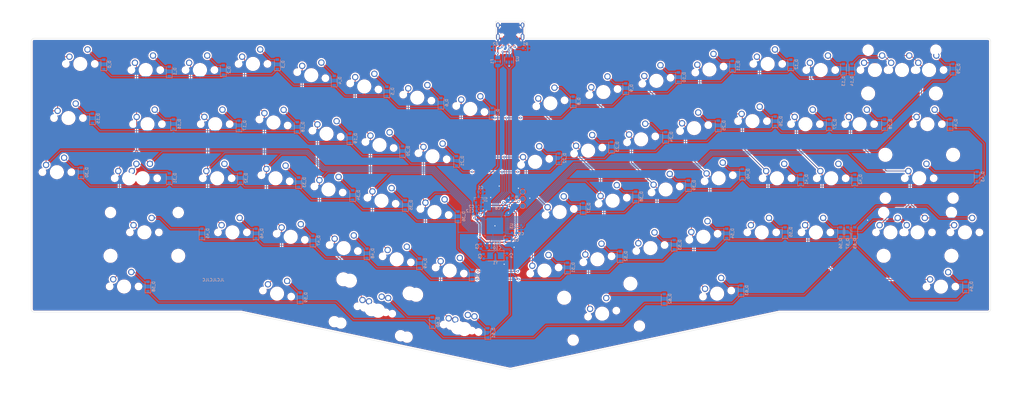
<source format=kicad_pcb>
(kicad_pcb (version 20171130) (host pcbnew 5.1.6-c6e7f7d~86~ubuntu18.04.1)
  (layers (0 F.Cu signal) (31 B.Cu signal) (34 B.Paste user) (35 F.Paste user) (36 B.SilkS user) (37 F.SilkS user) (38 B.Mask user) (39 F.Mask user) (44 Edge.Cuts user))
  (net 0 "")
  (net 1 col0)
  (net 2 col1)
  (net 3 col2)
  (net 4 col3)
  (net 5 col4)
  (net 6 col5)
  (net 7 col6)
  (net 8 col7)
  (net 9 col8)
  (net 10 col9)
  (net 11 col10)
  (net 12 col11)
  (net 13 col12)
  (net 14 col13)
  (net 15 col14)
  (net 16 row0)
  (net 17 row1)
  (net 18 row2)
  (net 19 row3)
  (net 20 row4)
  (net 21 "Net-(D_0-Pad2)")
  (net 22 "Net-(D_1-Pad2)")
  (net 23 "Net-(D_2-Pad2)")
  (net 24 "Net-(D_3-Pad2)")
  (net 25 "Net-(D_4-Pad2)")
  (net 26 "Net-(D_5-Pad2)")
  (net 27 "Net-(D_6-Pad2)")
  (net 28 "Net-(D_7-Pad2)")
  (net 29 "Net-(D_8-Pad2)")
  (net 30 "Net-(D_9-Pad2)")
  (net 31 "Net-(D_10-Pad2)")
  (net 32 "Net-(D_11-Pad2)")
  (net 33 "Net-(D_12-Pad2)")
  (net 34 "Net-(D_13-Pad2)")
  (net 35 "Net-(D_14-Pad2)")
  (net 36 "Net-(D_15-Pad2)")
  (net 37 "Net-(D_16-Pad2)")
  (net 38 "Net-(D_17-Pad2)")
  (net 39 "Net-(D_18-Pad2)")
  (net 40 "Net-(D_19-Pad2)")
  (net 41 "Net-(D_20-Pad2)")
  (net 42 "Net-(D_21-Pad2)")
  (net 43 "Net-(D_22-Pad2)")
  (net 44 "Net-(D_23-Pad2)")
  (net 45 "Net-(D_24-Pad2)")
  (net 46 "Net-(D_25-Pad2)")
  (net 47 "Net-(D_26-Pad2)")
  (net 48 "Net-(D_27-Pad2)")
  (net 49 "Net-(D_28-Pad2)")
  (net 50 "Net-(D_29-Pad2)")
  (net 51 "Net-(D_30-Pad2)")
  (net 52 "Net-(D_31-Pad2)")
  (net 53 "Net-(D_32-Pad2)")
  (net 54 "Net-(D_33-Pad2)")
  (net 55 "Net-(D_34-Pad2)")
  (net 56 "Net-(D_35-Pad2)")
  (net 57 "Net-(D_36-Pad2)")
  (net 58 "Net-(D_37-Pad2)")
  (net 59 "Net-(D_38-Pad2)")
  (net 60 "Net-(D_39-Pad2)")
  (net 61 "Net-(D_40-Pad2)")
  (net 62 "Net-(D_41-Pad2)")
  (net 63 "Net-(D_42-Pad2)")
  (net 64 "Net-(D_43-Pad2)")
  (net 65 "Net-(D_44-Pad2)")
  (net 66 "Net-(D_45-Pad2)")
  (net 67 "Net-(D_46-Pad2)")
  (net 68 "Net-(D_47-Pad2)")
  (net 69 "Net-(D_48-Pad2)")
  (net 70 "Net-(D_49-Pad2)")
  (net 71 "Net-(D_50-Pad2)")
  (net 72 "Net-(D_51-Pad2)")
  (net 73 "Net-(D_52-Pad2)")
  (net 74 "Net-(D_53-Pad2)")
  (net 75 "Net-(D_54-Pad2)")
  (net 76 "Net-(D_55-Pad2)")
  (net 77 "Net-(D_56-Pad2)")
  (net 78 "Net-(D_57-Pad2)")
  (net 79 "Net-(D_58-Pad2)")
  (net 80 "Net-(D_59-Pad2)")
  (net 81 "Net-(D_60-Pad2)")
  (net 82 "Net-(D_61-Pad2)")
  (net 83 "Net-(D_62-Pad2)")
  (net 84 "Net-(D_63-Pad2)")
  (net 85 "Net-(D_64-Pad2)")
  (net 86 "Net-(D_65-Pad2)")
  (net 87 +5V)
  (net 88 GND)
  (net 89 VBAT)
  (net 90 NRST)
  (net 91 "Net-(C4-Pad1)")
  (net 92 "Net-(C5-Pad1)")
  (net 93 /VBUS)
  (net 94 SWDIO)
  (net 95 SWDCLK)
  (net 96 "Net-(R1-Pad2)")
  (net 97 "Net-(R2-Pad2)")
  (net 98 D+)
  (net 99 BOOT0)
  (net 100 D-)
  (net 101 "Net-(U2-Pad3)")
  (net 102 "Net-(U2-Pad1)")
  (net 103 "Net-(U3-Pad46)")
  (net 104 "Net-(U3-Pad28)")
  (net 105 "Net-(U3-Pad27)")
  (net 106 "Net-(U3-Pad26)")
  (net 107 "Net-(U3-Pad25)")
  (net 108 "Net-(U3-Pad22)")
  (net 109 "Net-(U3-Pad13)")
  (net 110 "Net-(U3-Pad12)")
  (net 111 "Net-(U3-Pad11)")
  (net 112 "Net-(U3-Pad10)")
  (net 113 "Net-(U3-Pad2)")
  (net 114 "Net-(USB1-Pad3)")
  (net 115 "Net-(USB1-Pad9)")
  (module Type-C:HRO-TYPE-C-31-M-12-jlc (layer F.Cu) (at 159.369999 -16.25 180)
    (fp_text reference USB1 hide)
    (fp_text value HRO-TYPE-C-31-M-12)
    (pad 12 smd rect (at 3.225 -7.695 180) (size 0.575 1.45) (layers F.Cu F.Paste F.Mask) (net 88 GND))
    (pad 1 smd rect (at -3.225 -7.695 180) (size 0.575 1.45) (layers F.Cu F.Paste F.Mask) (net 88 GND))
    (pad 11 smd rect (at 2.45 -7.695 180) (size 0.575 1.45) (layers F.Cu F.Paste F.Mask) (net 93 /VBUS))
    (pad 2 smd rect (at -2.45 -7.695 180) (size 0.575 1.45) (layers F.Cu F.Paste F.Mask) (net 93 /VBUS))
    (pad 3 smd rect (at -1.75 -7.695 180) (size 0.3 1.45) (layers F.Cu F.Paste F.Mask) (net 114 "Net-(USB1-Pad3)"))
    (pad 10 smd rect (at 1.75 -7.695 180) (size 0.3 1.45) (layers F.Cu F.Paste F.Mask) (net 97 "Net-(R2-Pad2)"))
    (pad 4 smd rect (at -1.25 -7.695 180) (size 0.3 1.45) (layers F.Cu F.Paste F.Mask) (net 96 "Net-(R1-Pad2)"))
    (pad 9 smd rect (at 1.25 -7.695 180) (size 0.3 1.45) (layers F.Cu F.Paste F.Mask) (net 115 "Net-(USB1-Pad9)"))
    (pad 5 smd rect (at -0.75 -7.695 180) (size 0.3 1.45) (layers F.Cu F.Paste F.Mask) (net 100 D-))
    (pad 8 smd rect (at 0.75 -7.695 180) (size 0.3 1.45) (layers F.Cu F.Paste F.Mask) (net 98 D+))
    (pad 7 smd rect (at 0.25 -7.695 180) (size 0.3 1.45) (layers F.Cu F.Paste F.Mask) (net 100 D-))
    (pad 6 smd rect (at -0.25 -7.695 180) (size 0.3 1.45) (layers F.Cu F.Paste F.Mask) (net 98 D+))
    (pad "" np_thru_hole circle (at 2.89 -6.25 180) (size 0.65 0.65) (drill 0.65) (layers *.Cu *.Mask))
    (pad "" np_thru_hole circle (at -2.89 -6.25 180) (size 0.65 0.65) (drill 0.65) (layers *.Cu *.Mask))
    (pad 13 thru_hole oval (at -4.32 -6.78 180) (size 1.2 2.3) (drill oval 0.6 1.7) (layers *.Cu *.Mask) (net 88 GND))
    (pad 13 thru_hole oval (at 4.32 -6.78 180) (size 1.2 2.3) (drill oval 0.6 1.7) (layers *.Cu *.Mask) (net 88 GND))
    (pad 13 thru_hole oval (at -4.32 -2.6 180) (size 1.2 1.8) (drill oval 0.6 1.2) (layers *.Cu *.Mask) (net 88 GND))
    (pad 13 thru_hole oval (at 4.32 -2.6 180) (size 1.2 1.8) (drill oval 0.6 1.2) (layers *.Cu *.Mask) (net 88 GND))
  )
  (module Crystal:Crystal_SMD_5032-2Pin_5.0x3.2mm (layer B.Cu) (at 154.15 67.5 180)
    (fp_text reference Y1 (at 0 -2.5) (layer B.SilkS) (effects (justify mirror)))
    (fp_text value 8MHz)
    (pad 2 smd rect (at 1.85 0 180) (size 2 2.4) (layers B.Cu B.Paste B.Mask) (net 92 "Net-(C5-Pad1)"))
    (pad 1 smd rect (at -1.85 0 180) (size 2 2.4) (layers B.Cu B.Paste B.Mask) (net 91 "Net-(C4-Pad1)"))
  )
  (module Package_QFP:LQFP-48_7x7mm_P0.5mm (layer B.Cu) (at 154 57 90)
    (fp_text reference U3 (at 0 5.85 90) (layer B.SilkS) (effects (justify mirror)))
    (fp_text value STM32F103C8Tx)
    (pad 48 smd roundrect (at -2.75 4.1625 90) (size 0.3 1.475) (layers B.Cu B.Paste B.Mask) (net 89 VBAT))
    (pad 47 smd roundrect (at -2.25 4.1625 90) (size 0.3 1.475) (layers B.Cu B.Paste B.Mask) (net 88 GND))
    (pad 46 smd roundrect (at -1.75 4.1625 90) (size 0.3 1.475) (layers B.Cu B.Paste B.Mask) (net 103 "Net-(U3-Pad46)"))
    (pad 45 smd roundrect (at -1.25 4.1625 90) (size 0.3 1.475) (layers B.Cu B.Paste B.Mask) (net 9 col8))
    (pad 44 smd roundrect (at -0.75 4.1625 90) (size 0.3 1.475) (layers B.Cu B.Paste B.Mask) (net 99 BOOT0))
    (pad 43 smd roundrect (at -0.25 4.1625 90) (size 0.3 1.475) (layers B.Cu B.Paste B.Mask) (net 10 col9))
    (pad 42 smd roundrect (at 0.25 4.1625 90) (size 0.3 1.475) (layers B.Cu B.Paste B.Mask) (net 11 col10))
    (pad 41 smd roundrect (at 0.75 4.1625 90) (size 0.3 1.475) (layers B.Cu B.Paste B.Mask) (net 12 col11))
    (pad 40 smd roundrect (at 1.25 4.1625 90) (size 0.3 1.475) (layers B.Cu B.Paste B.Mask) (net 13 col12))
    (pad 39 smd roundrect (at 1.75 4.1625 90) (size 0.3 1.475) (layers B.Cu B.Paste B.Mask) (net 14 col13))
    (pad 38 smd roundrect (at 2.25 4.1625 90) (size 0.3 1.475) (layers B.Cu B.Paste B.Mask) (net 15 col14))
    (pad 37 smd roundrect (at 2.75 4.1625 90) (size 0.3 1.475) (layers B.Cu B.Paste B.Mask) (net 95 SWDCLK))
    (pad 36 smd roundrect (at 4.1625 2.75 90) (size 1.475 0.3) (layers B.Cu B.Paste B.Mask) (net 89 VBAT))
    (pad 35 smd roundrect (at 4.1625 2.25 90) (size 1.475 0.3) (layers B.Cu B.Paste B.Mask) (net 88 GND))
    (pad 34 smd roundrect (at 4.1625 1.75 90) (size 1.475 0.3) (layers B.Cu B.Paste B.Mask) (net 94 SWDIO))
    (pad 33 smd roundrect (at 4.1625 1.25 90) (size 1.475 0.3) (layers B.Cu B.Paste B.Mask) (net 98 D+))
    (pad 32 smd roundrect (at 4.1625 0.75 90) (size 1.475 0.3) (layers B.Cu B.Paste B.Mask) (net 100 D-))
    (pad 31 smd roundrect (at 4.1625 0.25 90) (size 1.475 0.3) (layers B.Cu B.Paste B.Mask) (net 16 row0))
    (pad 30 smd roundrect (at 4.1625 -0.25 90) (size 1.475 0.3) (layers B.Cu B.Paste B.Mask) (net 8 col7))
    (pad 29 smd roundrect (at 4.1625 -0.75 90) (size 1.475 0.3) (layers B.Cu B.Paste B.Mask) (net 17 row1))
    (pad 28 smd roundrect (at 4.1625 -1.25 90) (size 1.475 0.3) (layers B.Cu B.Paste B.Mask) (net 104 "Net-(U3-Pad28)"))
    (pad 27 smd roundrect (at 4.1625 -1.75 90) (size 1.475 0.3) (layers B.Cu B.Paste B.Mask) (net 105 "Net-(U3-Pad27)"))
    (pad 26 smd roundrect (at 4.1625 -2.25 90) (size 1.475 0.3) (layers B.Cu B.Paste B.Mask) (net 106 "Net-(U3-Pad26)"))
    (pad 25 smd roundrect (at 4.1625 -2.75 90) (size 1.475 0.3) (layers B.Cu B.Paste B.Mask) (net 107 "Net-(U3-Pad25)"))
    (pad 24 smd roundrect (at 2.75 -4.1625 90) (size 0.3 1.475) (layers B.Cu B.Paste B.Mask) (net 89 VBAT))
    (pad 23 smd roundrect (at 2.25 -4.1625 90) (size 0.3 1.475) (layers B.Cu B.Paste B.Mask) (net 88 GND))
    (pad 22 smd roundrect (at 1.75 -4.1625 90) (size 0.3 1.475) (layers B.Cu B.Paste B.Mask) (net 108 "Net-(U3-Pad22)"))
    (pad 21 smd roundrect (at 1.25 -4.1625 90) (size 0.3 1.475) (layers B.Cu B.Paste B.Mask) (net 1 col0))
    (pad 20 smd roundrect (at 0.75 -4.1625 90) (size 0.3 1.475) (layers B.Cu B.Paste B.Mask) (net 2 col1))
    (pad 19 smd roundrect (at 0.25 -4.1625 90) (size 0.3 1.475) (layers B.Cu B.Paste B.Mask) (net 3 col2))
    (pad 18 smd roundrect (at -0.25 -4.1625 90) (size 0.3 1.475) (layers B.Cu B.Paste B.Mask) (net 4 col3))
    (pad 17 smd roundrect (at -0.75 -4.1625 90) (size 0.3 1.475) (layers B.Cu B.Paste B.Mask) (net 5 col4))
    (pad 16 smd roundrect (at -1.25 -4.1625 90) (size 0.3 1.475) (layers B.Cu B.Paste B.Mask) (net 6 col5))
    (pad 15 smd roundrect (at -1.75 -4.1625 90) (size 0.3 1.475) (layers B.Cu B.Paste B.Mask) (net 7 col6))
    (pad 14 smd roundrect (at -2.25 -4.1625 90) (size 0.3 1.475) (layers B.Cu B.Paste B.Mask) (net 18 row2))
    (pad 13 smd roundrect (at -2.75 -4.1625 90) (size 0.3 1.475) (layers B.Cu B.Paste B.Mask) (net 109 "Net-(U3-Pad13)"))
    (pad 12 smd roundrect (at -4.1625 -2.75 90) (size 1.475 0.3) (layers B.Cu B.Paste B.Mask) (net 110 "Net-(U3-Pad12)"))
    (pad 11 smd roundrect (at -4.1625 -2.25 90) (size 1.475 0.3) (layers B.Cu B.Paste B.Mask) (net 111 "Net-(U3-Pad11)"))
    (pad 10 smd roundrect (at -4.1625 -1.75 90) (size 1.475 0.3) (layers B.Cu B.Paste B.Mask) (net 112 "Net-(U3-Pad10)"))
    (pad 9 smd roundrect (at -4.1625 -1.25 90) (size 1.475 0.3) (layers B.Cu B.Paste B.Mask) (net 89 VBAT))
    (pad 8 smd roundrect (at -4.1625 -0.75 90) (size 1.475 0.3) (layers B.Cu B.Paste B.Mask) (net 88 GND))
    (pad 7 smd roundrect (at -4.1625 -0.25 90) (size 1.475 0.3) (layers B.Cu B.Paste B.Mask) (net 90 NRST))
    (pad 6 smd roundrect (at -4.1625 0.25 90) (size 1.475 0.3) (layers B.Cu B.Paste B.Mask) (net 92 "Net-(C5-Pad1)"))
    (pad 5 smd roundrect (at -4.1625 0.75 90) (size 1.475 0.3) (layers B.Cu B.Paste B.Mask) (net 91 "Net-(C4-Pad1)"))
    (pad 4 smd roundrect (at -4.1625 1.25 90) (size 1.475 0.3) (layers B.Cu B.Paste B.Mask) (net 20 row4))
    (pad 3 smd roundrect (at -4.1625 1.75 90) (size 1.475 0.3) (layers B.Cu B.Paste B.Mask) (net 19 row3))
    (pad 2 smd roundrect (at -4.1625 2.25 90) (size 1.475 0.3) (layers B.Cu B.Paste B.Mask) (net 113 "Net-(U3-Pad2)"))
    (pad 1 smd roundrect (at -4.1625 2.75 90) (size 1.475 0.3) (layers B.Cu B.Paste B.Mask) (net 89 VBAT))
  )
  (module Package_TO_SOT_SMD:SOT-23-6 (layer B.Cu) (at 159 -1.75 90)
    (fp_text reference U2 (at 0 2.9 90) (layer B.SilkS) (effects (justify mirror)))
    (fp_text value SRV05-4)
    (pad 5 smd rect (at 1.1 0 90) (size 1.06 0.65) (layers B.Cu B.Paste B.Mask) (net 87 +5V))
    (pad 6 smd rect (at 1.1 0.95 90) (size 1.06 0.65) (layers B.Cu B.Paste B.Mask) (net 98 D+))
    (pad 4 smd rect (at 1.1 -0.95 90) (size 1.06 0.65) (layers B.Cu B.Paste B.Mask) (net 100 D-))
    (pad 3 smd rect (at -1.1 -0.95 90) (size 1.06 0.65) (layers B.Cu B.Paste B.Mask) (net 101 "Net-(U2-Pad3)"))
    (pad 2 smd rect (at -1.1 0 90) (size 1.06 0.65) (layers B.Cu B.Paste B.Mask) (net 88 GND))
    (pad 1 smd rect (at -1.1 0.95 90) (size 1.06 0.65) (layers B.Cu B.Paste B.Mask) (net 102 "Net-(U2-Pad1)"))
  )
  (module Package_TO_SOT_SMD:SOT-23 (layer B.Cu) (at 148.25 47.75 90)
    (fp_text reference U1 (at 0 2.5 90) (layer B.SilkS) (effects (justify mirror)))
    (fp_text value XC6206P332MR)
    (pad 3 smd rect (at 1 0 90) (size 0.9 0.8) (layers B.Cu B.Paste B.Mask) (net 87 +5V))
    (pad 2 smd rect (at -1 -0.95 90) (size 0.9 0.8) (layers B.Cu B.Paste B.Mask) (net 89 VBAT))
    (pad 1 smd rect (at -1 0.95 90) (size 0.9 0.8) (layers B.Cu B.Paste B.Mask) (net 88 GND))
  )
  (module Resistor_SMD:R_0603_1608Metric (layer B.Cu) (at 163.25 57.5375 270)
    (fp_text reference R4 (at 0 1.43 90) (layer B.SilkS) (effects (justify mirror)))
    (fp_text value 10k)
    (pad 2 smd roundrect (at 0.7875 0 270) (size 0.875 0.95) (layers B.Cu B.Paste B.Mask) (net 88 GND))
    (pad 1 smd roundrect (at -0.7875 0 270) (size 0.875 0.95) (layers B.Cu B.Paste B.Mask) (net 99 BOOT0))
  )
  (module Resistor_SMD:R_0603_1608Metric (layer B.Cu) (at 160.25 47.2125 90)
    (fp_text reference R3 (at 0 1.43 90) (layer B.SilkS) (effects (justify mirror)))
    (fp_text value 1.5k)
    (pad 2 smd roundrect (at 0.7875 0 90) (size 0.875 0.95) (layers B.Cu B.Paste B.Mask) (net 98 D+))
    (pad 1 smd roundrect (at -0.7875 0 90) (size 0.875 0.95) (layers B.Cu B.Paste B.Mask) (net 89 VBAT))
  )
  (module Resistor_SMD:R_0603_1608Metric (layer B.Cu) (at 154.2875 -5.5)
    (fp_text reference R2 (at -0.0375 -1.5) (layer B.SilkS) (effects (justify mirror)))
    (fp_text value 5.1k)
    (pad 2 smd roundrect (at 0.7875 0) (size 0.875 0.95) (layers B.Cu B.Paste B.Mask) (net 97 "Net-(R2-Pad2)"))
    (pad 1 smd roundrect (at -0.7875 0) (size 0.875 0.95) (layers B.Cu B.Paste B.Mask) (net 88 GND))
  )
  (module Resistor_SMD:R_0603_1608Metric (layer B.Cu) (at 164.7125 -5.5 180)
    (fp_text reference R1 (at 0 1.43) (layer B.SilkS) (effects (justify mirror)))
    (fp_text value 5.1k)
    (pad 2 smd roundrect (at 0.7875 0 180) (size 0.875 0.95) (layers B.Cu B.Paste B.Mask) (net 96 "Net-(R1-Pad2)"))
    (pad 1 smd roundrect (at -0.7875 0 180) (size 0.875 0.95) (layers B.Cu B.Paste B.Mask) (net 88 GND))
  )
  (module TestPoint:TestPoint_Pad_D1.5mm (layer B.Cu) (at 163.75 45)
    (fp_text reference J3 hide)
    (fp_text value Conn_01x01_Female)
    (pad 1 smd circle (at 0 0) (size 1.5 1.5) (layers B.Cu B.Mask) (net 88 GND))
  )
  (module TestPoint:TestPoint_Pad_D1.5mm (layer B.Cu) (at 163.75 50)
    (fp_text reference J2 hide)
    (fp_text value Conn_01x01_Female)
    (pad 1 smd circle (at 0 0) (size 1.5 1.5) (layers B.Cu B.Mask) (net 95 SWDCLK))
  )
  (module TestPoint:TestPoint_Pad_D1.5mm (layer B.Cu) (at 163.75 47.5)
    (fp_text reference J1 hide)
    (fp_text value Conn_01x01_Female)
    (pad 1 smd circle (at 0 0) (size 1.5 1.5) (layers B.Cu B.Mask) (net 94 SWDIO))
  )
  (module Fuse:Fuse_1206_3216Metric (layer B.Cu) (at 155 -0.85 90)
    (fp_text reference F1 (at 0 -2 90) (layer B.SilkS) (effects (justify mirror)))
    (fp_text value 500mA)
    (pad 2 smd roundrect (at 1.4 0 90) (size 1.25 1.75) (layers B.Cu B.Paste B.Mask) (roundrect_rratio 0.2) (net 93 /VBUS))
    (pad 1 smd roundrect (at -1.4 0 90) (size 1.25 1.75) (layers B.Cu B.Paste B.Mask) (roundrect_rratio 0.2) (net 87 +5V))
  )
  (module Capacitor_SMD:C_0603_1608Metric (layer B.Cu) (at 148.2875 51.75)
    (fp_text reference C12 (at -3.0375 0) (layer B.SilkS) (effects (justify mirror)))
    (fp_text value 10u)
    (pad 2 smd roundrect (at 0.7875 0) (size 0.875 0.95) (layers B.Cu B.Paste B.Mask) (net 88 GND))
    (pad 1 smd roundrect (at -0.7875 0) (size 0.875 0.95) (layers B.Cu B.Paste B.Mask) (net 89 VBAT))
  )
  (module Capacitor_SMD:C_0603_1608Metric (layer B.Cu) (at 152.0375 63.25)
    (fp_text reference C11 (at 2.7125 0) (layer B.SilkS) (effects (justify mirror)))
    (fp_text value 100n)
    (pad 2 smd roundrect (at 0.7875 0) (size 0.875 0.95) (layers B.Cu B.Paste B.Mask) (net 88 GND))
    (pad 1 smd roundrect (at -0.7875 0) (size 0.875 0.95) (layers B.Cu B.Paste B.Mask) (net 89 VBAT))
  )
  (module Capacitor_SMD:C_0603_1608Metric (layer B.Cu) (at 152.0375 64.75)
    (fp_text reference C10 (at 2.7125 0) (layer B.SilkS) (effects (justify mirror)))
    (fp_text value 1u)
    (pad 2 smd roundrect (at 0.7875 0) (size 0.875 0.95) (layers B.Cu B.Paste B.Mask) (net 88 GND))
    (pad 1 smd roundrect (at -0.7875 0) (size 0.875 0.95) (layers B.Cu B.Paste B.Mask) (net 89 VBAT))
  )
  (module Capacitor_SMD:C_0603_1608Metric (layer B.Cu) (at 160.7875 59.5)
    (fp_text reference C9 (at 2.4625 0.25) (layer B.SilkS) (effects (justify mirror)))
    (fp_text value 100n)
    (pad 2 smd roundrect (at 0.7875 0) (size 0.875 0.95) (layers B.Cu B.Paste B.Mask) (net 88 GND))
    (pad 1 smd roundrect (at -0.7875 0) (size 0.875 0.95) (layers B.Cu B.Paste B.Mask) (net 89 VBAT))
  )
  (module Capacitor_SMD:C_0603_1608Metric (layer B.Cu) (at 157.4625 50.75 180)
    (fp_text reference C8 (at 2.4625 0) (layer B.SilkS) (effects (justify mirror)))
    (fp_text value 100n)
    (pad 2 smd roundrect (at 0.7875 0 180) (size 0.875 0.95) (layers B.Cu B.Paste B.Mask) (net 88 GND))
    (pad 1 smd roundrect (at -0.7875 0 180) (size 0.875 0.95) (layers B.Cu B.Paste B.Mask) (net 89 VBAT))
  )
  (module Capacitor_SMD:C_0603_1608Metric (layer B.Cu) (at 147.75 54.0375 270)
    (fp_text reference C7 (at 0 1.43 90) (layer B.SilkS) (effects (justify mirror)))
    (fp_text value 100n)
    (pad 2 smd roundrect (at 0.7875 0 270) (size 0.875 0.95) (layers B.Cu B.Paste B.Mask) (net 88 GND))
    (pad 1 smd roundrect (at -0.7875 0 270) (size 0.875 0.95) (layers B.Cu B.Paste B.Mask) (net 89 VBAT))
  )
  (module Capacitor_SMD:C_0603_1608Metric (layer B.Cu) (at 159.0375 61.75)
    (fp_text reference C6 (at 2.4625 0.25) (layer B.SilkS) (effects (justify mirror)))
    (fp_text value 100n)
    (pad 2 smd roundrect (at 0.7875 0) (size 0.875 0.95) (layers B.Cu B.Paste B.Mask) (net 88 GND))
    (pad 1 smd roundrect (at -0.7875 0) (size 0.875 0.95) (layers B.Cu B.Paste B.Mask) (net 89 VBAT))
  )
  (module Capacitor_SMD:C_0603_1608Metric (layer B.Cu) (at 150 67.7125 90)
    (fp_text reference C5 (at 0 -1.25 90) (layer B.SilkS) (effects (justify mirror)))
    (fp_text value 20p)
    (pad 2 smd roundrect (at 0.7875 0 90) (size 0.875 0.95) (layers B.Cu B.Paste B.Mask) (net 88 GND))
    (pad 1 smd roundrect (at -0.7875 0 90) (size 0.875 0.95) (layers B.Cu B.Paste B.Mask) (net 92 "Net-(C5-Pad1)"))
  )
  (module Capacitor_SMD:C_0603_1608Metric (layer B.Cu) (at 158.25 67.4625 270)
    (fp_text reference C4 (at 0 -1.5 90) (layer B.SilkS) (effects (justify mirror)))
    (fp_text value 20p)
    (pad 2 smd roundrect (at 0.7875 0 270) (size 0.875 0.95) (layers B.Cu B.Paste B.Mask) (net 88 GND))
    (pad 1 smd roundrect (at -0.7875 0 270) (size 0.875 0.95) (layers B.Cu B.Paste B.Mask) (net 91 "Net-(C4-Pad1)"))
  )
  (module Capacitor_SMD:C_0603_1608Metric (layer B.Cu) (at 149 64.2125 90)
    (fp_text reference C3 (at 0 -1.25 90) (layer B.SilkS) (effects (justify mirror)))
    (fp_text value 100n)
    (pad 2 smd roundrect (at 0.7875 0 90) (size 0.875 0.95) (layers B.Cu B.Paste B.Mask) (net 88 GND))
    (pad 1 smd roundrect (at -0.7875 0 90) (size 0.875 0.95) (layers B.Cu B.Paste B.Mask) (net 90 NRST))
  )
  (module Capacitor_SMD:C_0603_1608Metric (layer B.Cu) (at 148.2875 50.25)
    (fp_text reference C2 (at -2.5375 0) (layer B.SilkS) (effects (justify mirror)))
    (fp_text value 1u)
    (pad 2 smd roundrect (at 0.7875 0) (size 0.875 0.95) (layers B.Cu B.Paste B.Mask) (net 88 GND))
    (pad 1 smd roundrect (at -0.7875 0) (size 0.875 0.95) (layers B.Cu B.Paste B.Mask) (net 89 VBAT))
  )
  (module Capacitor_SMD:C_0603_1608Metric (layer B.Cu) (at 148.9625 45 180)
    (fp_text reference C1 (at 0 1.43) (layer B.SilkS) (effects (justify mirror)))
    (fp_text value 1u)
    (pad 2 smd roundrect (at 0.7875 0 180) (size 0.875 0.95) (layers B.Cu B.Paste B.Mask) (net 87 +5V))
    (pad 1 smd roundrect (at -0.7875 0 180) (size 0.875 0.95) (layers B.Cu B.Paste B.Mask) (net 88 GND))
  )
  (module MX_Only:MXOnly-2.75U-NoLED (layer F.Cu) (at 302.57 59.289999)
    (fp_text reference K_572)
    (fp_text value MX-NoLED)
    (pad 2 thru_hole circle (at 2.54 -5.08) (size 2.25 2.25) (drill 1.47) (layers *.Cu B.Mask) (net 14 col13))
    (pad "" np_thru_hole circle (at 0 0) (size 3.9878 3.9878) (drill 3.9878) (layers *.Cu *.Mask))
    (pad 1 thru_hole circle (at -3.81 -2.54) (size 2.25 2.25) (drill 1.47) (layers *.Cu B.Mask) (net 78 "Net-(D_57-Pad2)"))
    (pad "" np_thru_hole circle (at -5.08 0 48.0996) (size 1.75 1.75) (drill 1.75) (layers *.Cu *.Mask))
    (pad "" np_thru_hole circle (at 5.08 0 48.0996) (size 1.75 1.75) (drill 1.75) (layers *.Cu *.Mask))
    (pad "" np_thru_hole circle (at -11.90625 -6.985) (size 3.048 3.048) (drill 3.048) (layers *.Cu *.Mask))
    (pad "" np_thru_hole circle (at 11.90625 -6.985) (size 3.048 3.048) (drill 3.048) (layers *.Cu *.Mask))
    (pad "" np_thru_hole circle (at -11.90625 8.255) (size 3.9878 3.9878) (drill 3.9878) (layers *.Cu *.Mask))
    (pad "" np_thru_hole circle (at 11.90625 8.255) (size 3.9878 3.9878) (drill 3.9878) (layers *.Cu *.Mask))
  )
  (module MX_Only:MXOnly-2U-NoLED (layer F.Cu) (at 297.105 2.14)
    (fp_text reference K_142)
    (fp_text value MX-NoLED)
    (pad 2 thru_hole circle (at 2.54 -5.08) (size 2.25 2.25) (drill 1.47) (layers *.Cu B.Mask) (net 15 col14))
    (pad "" np_thru_hole circle (at 0 0) (size 3.9878 3.9878) (drill 3.9878) (layers *.Cu *.Mask))
    (pad 1 thru_hole circle (at -3.81 -2.54) (size 2.25 2.25) (drill 1.47) (layers *.Cu B.Mask) (net 35 "Net-(D_14-Pad2)"))
    (pad "" np_thru_hole circle (at -5.08 0 48.0996) (size 1.75 1.75) (drill 1.75) (layers *.Cu *.Mask))
    (pad "" np_thru_hole circle (at 5.08 0 48.0996) (size 1.75 1.75) (drill 1.75) (layers *.Cu *.Mask))
    (pad "" np_thru_hole circle (at -11.90625 -6.985) (size 3.048 3.048) (drill 3.048) (layers *.Cu *.Mask))
    (pad "" np_thru_hole circle (at 11.90625 -6.985) (size 3.048 3.048) (drill 3.048) (layers *.Cu *.Mask))
    (pad "" np_thru_hole circle (at -11.90625 8.255) (size 3.9878 3.9878) (drill 3.9878) (layers *.Cu *.Mask))
    (pad "" np_thru_hole circle (at 11.90625 8.255) (size 3.9878 3.9878) (drill 3.9878) (layers *.Cu *.Mask))
  )
  (module MX_Only:MXOnly-2.25U-ReversedStabilizers-NoLED (layer F.Cu) (at 303.16 40.24)
    (fp_text reference K_43)
    (fp_text value KEYSW)
    (pad 2 thru_hole circle (at 2.54 -5.08) (size 2.25 2.25) (drill 1.47) (layers *.Cu B.Mask) (net 64 "Net-(D_43-Pad2)"))
    (pad "" np_thru_hole circle (at 0 0) (size 3.9878 3.9878) (drill 3.9878) (layers *.Cu *.Mask))
    (pad 1 thru_hole circle (at -3.81 -2.54) (size 2.25 2.25) (drill 1.47) (layers *.Cu B.Mask) (net 14 col13))
    (pad "" np_thru_hole circle (at -5.08 0 48.0996) (size 1.75 1.75) (drill 1.75) (layers *.Cu *.Mask))
    (pad "" np_thru_hole circle (at 5.08 0 48.0996) (size 1.75 1.75) (drill 1.75) (layers *.Cu *.Mask))
    (pad "" np_thru_hole circle (at -11.90625 6.985) (size 3.048 3.048) (drill 3.048) (layers *.Cu *.Mask))
    (pad "" np_thru_hole circle (at 11.90625 6.985) (size 3.048 3.048) (drill 3.048) (layers *.Cu *.Mask))
    (pad "" np_thru_hole circle (at -11.90625 -8.255) (size 3.9878 3.9878) (drill 3.9878) (layers *.Cu *.Mask))
    (pad "" np_thru_hole circle (at 11.90625 -8.255) (size 3.9878 3.9878) (drill 3.9878) (layers *.Cu *.Mask))
  )
  (module MX_Only:MXOnly-2.75U-ReversedStabilizers-NoLED (layer F.Cu) (at 191.7 87.899999 12)
    (fp_text reference K_62)
    (fp_text value KEYSW)
    (pad 2 thru_hole circle (at 2.54 -5.08 12) (size 2.25 2.25) (drill 1.47) (layers *.Cu B.Mask) (net 83 "Net-(D_62-Pad2)"))
    (pad "" np_thru_hole circle (at 0 0 12) (size 3.9878 3.9878) (drill 3.9878) (layers *.Cu *.Mask))
    (pad 1 thru_hole circle (at -3.81 -2.54 12) (size 2.25 2.25) (drill 1.47) (layers *.Cu B.Mask) (net 9 col8))
    (pad "" np_thru_hole circle (at -5.08 0 60.0996) (size 1.75 1.75) (drill 1.75) (layers *.Cu *.Mask))
    (pad "" np_thru_hole circle (at 5.08 0 60.0996) (size 1.75 1.75) (drill 1.75) (layers *.Cu *.Mask))
    (pad "" np_thru_hole circle (at -11.90625 6.985 12) (size 3.048 3.048) (drill 3.048) (layers *.Cu *.Mask))
    (pad "" np_thru_hole circle (at 11.90625 6.985 12) (size 3.048 3.048) (drill 3.048) (layers *.Cu *.Mask))
    (pad "" np_thru_hole circle (at -11.90625 -8.255 12) (size 3.9878 3.9878) (drill 3.9878) (layers *.Cu *.Mask))
    (pad "" np_thru_hole circle (at 11.90625 -8.255 12) (size 3.9878 3.9878) (drill 3.9878) (layers *.Cu *.Mask))
  )
  (module MX_Only:MXOnly-1U-NoLED (layer F.Cu) (at 143.25 93.3 348)
    (fp_text reference K_612)
    (fp_text value MX-NoLED)
    (pad 2 thru_hole circle (at 2.54 -5.08 348) (size 2.25 2.25) (drill 1.47) (layers *.Cu B.Mask) (net 82 "Net-(D_61-Pad2)"))
    (pad "" np_thru_hole circle (at 0 0 348) (size 3.9878 3.9878) (drill 3.9878) (layers *.Cu *.Mask))
    (pad 1 thru_hole circle (at -3.81 -2.54 348) (size 2.25 2.25) (drill 1.47) (layers *.Cu B.Mask) (net 7 col6))
    (pad "" np_thru_hole circle (at -5.08 0 36.0996) (size 1.75 1.75) (drill 1.75) (layers *.Cu *.Mask))
    (pad "" np_thru_hole circle (at 5.08 0 36.0996) (size 1.75 1.75) (drill 1.75) (layers *.Cu *.Mask))
  )
  (module MX_Only:MXOnly-2.25U-ReversedStabilizers-NoLED (layer F.Cu) (at 112.93 86.86 348)
    (fp_text reference K_602)
    (fp_text value MX-NoLED)
    (pad 2 thru_hole circle (at 2.54 -5.08 348) (size 2.25 2.25) (drill 1.47) (layers *.Cu B.Mask) (net 81 "Net-(D_60-Pad2)"))
    (pad "" np_thru_hole circle (at 0 0 348) (size 3.9878 3.9878) (drill 3.9878) (layers *.Cu *.Mask))
    (pad 1 thru_hole circle (at -3.81 -2.54 348) (size 2.25 2.25) (drill 1.47) (layers *.Cu B.Mask) (net 5 col4))
    (pad "" np_thru_hole circle (at -5.08 0 36.0996) (size 1.75 1.75) (drill 1.75) (layers *.Cu *.Mask))
    (pad "" np_thru_hole circle (at 5.08 0 36.0996) (size 1.75 1.75) (drill 1.75) (layers *.Cu *.Mask))
    (pad "" np_thru_hole circle (at -11.90625 6.985 348) (size 3.048 3.048) (drill 3.048) (layers *.Cu *.Mask))
    (pad "" np_thru_hole circle (at 11.90625 6.985 348) (size 3.048 3.048) (drill 3.048) (layers *.Cu *.Mask))
    (pad "" np_thru_hole circle (at -11.90625 -8.255 348) (size 3.9878 3.9878) (drill 3.9878) (layers *.Cu *.Mask))
    (pad "" np_thru_hole circle (at 11.90625 -8.255 348) (size 3.9878 3.9878) (drill 3.9878) (layers *.Cu *.Mask))
  )
  (module MX_Only:MXOnly-1U-NoLED (layer F.Cu) (at 30.162319 40.24)
    (fp_text reference K_312)
    (fp_text value MX-NoLED)
    (pad 2 thru_hole circle (at 2.54 -5.08) (size 2.25 2.25) (drill 1.47) (layers *.Cu B.Mask) (net 2 col1))
    (pad "" np_thru_hole circle (at 0 0) (size 3.9878 3.9878) (drill 3.9878) (layers *.Cu *.Mask))
    (pad 1 thru_hole circle (at -3.81 -2.54) (size 2.25 2.25) (drill 1.47) (layers *.Cu B.Mask) (net 52 "Net-(D_31-Pad2)"))
    (pad "" np_thru_hole circle (at -5.08 0 48.0996) (size 1.75 1.75) (drill 1.75) (layers *.Cu *.Mask))
    (pad "" np_thru_hole circle (at 5.08 0 48.0996) (size 1.75 1.75) (drill 1.75) (layers *.Cu *.Mask))
  )
  (module MX_Only:MXOnly-2U-ReversedStabilizers-NoLED (layer F.Cu) (at 110.638558 86.368224 348)
    (fp_text reference K_60)
    (fp_text value KEYSW)
    (pad 2 thru_hole circle (at 2.54 -5.08 348) (size 2.25 2.25) (drill 1.47) (layers *.Cu B.Mask) (net 81 "Net-(D_60-Pad2)"))
    (pad "" np_thru_hole circle (at 0 0 348) (size 3.9878 3.9878) (drill 3.9878) (layers *.Cu *.Mask))
    (pad 1 thru_hole circle (at -3.81 -2.54 348) (size 2.25 2.25) (drill 1.47) (layers *.Cu B.Mask) (net 5 col4))
    (pad "" np_thru_hole circle (at -5.08 0 36.0996) (size 1.75 1.75) (drill 1.75) (layers *.Cu *.Mask))
    (pad "" np_thru_hole circle (at 5.08 0 36.0996) (size 1.75 1.75) (drill 1.75) (layers *.Cu *.Mask))
    (pad "" np_thru_hole circle (at -11.90625 6.985 348) (size 3.048 3.048) (drill 3.048) (layers *.Cu *.Mask))
    (pad "" np_thru_hole circle (at 11.90625 6.985 348) (size 3.048 3.048) (drill 3.048) (layers *.Cu *.Mask))
    (pad "" np_thru_hole circle (at -11.90625 -8.255 348) (size 3.9878 3.9878) (drill 3.9878) (layers *.Cu *.Mask))
    (pad "" np_thru_hole circle (at 11.90625 -8.255 348) (size 3.9878 3.9878) (drill 3.9878) (layers *.Cu *.Mask))
  )
  (module MX_Only:MXOnly-1U-NoLED (layer F.Cu) (at 319.23875 59.289999)
    (fp_text reference K_65)
    (fp_text value KEYSW)
    (pad 2 thru_hole circle (at 2.54 -5.08) (size 2.25 2.25) (drill 1.47) (layers *.Cu B.Mask) (net 86 "Net-(D_65-Pad2)"))
    (pad "" np_thru_hole circle (at 0 0) (size 3.9878 3.9878) (drill 3.9878) (layers *.Cu *.Mask))
    (pad 1 thru_hole circle (at -3.81 -2.54) (size 2.25 2.25) (drill 1.47) (layers *.Cu B.Mask) (net 14 col13))
    (pad "" np_thru_hole circle (at -5.08 0 48.0996) (size 1.75 1.75) (drill 1.75) (layers *.Cu *.Mask))
    (pad "" np_thru_hole circle (at 5.08 0 48.0996) (size 1.75 1.75) (drill 1.75) (layers *.Cu *.Mask))
  )
  (module MX_Only:MXOnly-1.5U-NoLED (layer F.Cu) (at 310.7956 78.387999)
    (fp_text reference K_64)
    (fp_text value KEYSW)
    (pad 2 thru_hole circle (at 2.54 -5.08) (size 2.25 2.25) (drill 1.47) (layers *.Cu B.Mask) (net 85 "Net-(D_64-Pad2)"))
    (pad "" np_thru_hole circle (at 0 0) (size 3.9878 3.9878) (drill 3.9878) (layers *.Cu *.Mask))
    (pad 1 thru_hole circle (at -3.81 -2.54) (size 2.25 2.25) (drill 1.47) (layers *.Cu B.Mask) (net 13 col12))
    (pad "" np_thru_hole circle (at -5.08 0 48.0996) (size 1.75 1.75) (drill 1.75) (layers *.Cu *.Mask))
    (pad "" np_thru_hole circle (at 5.08 0 48.0996) (size 1.75 1.75) (drill 1.75) (layers *.Cu *.Mask))
  )
  (module MX_Only:MXOnly-1.5U-NoLED (layer F.Cu) (at 232.109999 80.84 12)
    (fp_text reference K_63)
    (fp_text value KEYSW)
    (pad 2 thru_hole circle (at 2.54 -5.08 12) (size 2.25 2.25) (drill 1.47) (layers *.Cu B.Mask) (net 84 "Net-(D_63-Pad2)"))
    (pad "" np_thru_hole circle (at 0 0 12) (size 3.9878 3.9878) (drill 3.9878) (layers *.Cu *.Mask))
    (pad 1 thru_hole circle (at -3.81 -2.54 12) (size 2.25 2.25) (drill 1.47) (layers *.Cu B.Mask) (net 11 col10))
    (pad "" np_thru_hole circle (at -5.08 0 60.0996) (size 1.75 1.75) (drill 1.75) (layers *.Cu *.Mask))
    (pad "" np_thru_hole circle (at 5.08 0 60.0996) (size 1.75 1.75) (drill 1.75) (layers *.Cu *.Mask))
  )
  (module MX_Only:MXOnly-1.25U-NoLED (layer F.Cu) (at 140.93502 92.807935 348)
    (fp_text reference K_61)
    (fp_text value KEYSW)
    (pad 2 thru_hole circle (at 2.54 -5.08 348) (size 2.25 2.25) (drill 1.47) (layers *.Cu B.Mask) (net 82 "Net-(D_61-Pad2)"))
    (pad "" np_thru_hole circle (at 0 0 348) (size 3.9878 3.9878) (drill 3.9878) (layers *.Cu *.Mask))
    (pad 1 thru_hole circle (at -3.81 -2.54 348) (size 2.25 2.25) (drill 1.47) (layers *.Cu B.Mask) (net 7 col6))
    (pad "" np_thru_hole circle (at -5.08 0 36.0996) (size 1.75 1.75) (drill 1.75) (layers *.Cu *.Mask))
    (pad "" np_thru_hole circle (at 5.08 0 36.0996) (size 1.75 1.75) (drill 1.75) (layers *.Cu *.Mask))
  )
  (module MX_Only:MXOnly-1.5U-NoLED (layer F.Cu) (at 77.4 80.84 348)
    (fp_text reference K_59)
    (fp_text value KEYSW)
    (pad 2 thru_hole circle (at 2.54 -5.08 348) (size 2.25 2.25) (drill 1.47) (layers *.Cu B.Mask) (net 80 "Net-(D_59-Pad2)"))
    (pad "" np_thru_hole circle (at 0 0 348) (size 3.9878 3.9878) (drill 3.9878) (layers *.Cu *.Mask))
    (pad 1 thru_hole circle (at -3.81 -2.54 348) (size 2.25 2.25) (drill 1.47) (layers *.Cu B.Mask) (net 4 col3))
    (pad "" np_thru_hole circle (at -5.08 0 36.0996) (size 1.75 1.75) (drill 1.75) (layers *.Cu *.Mask))
    (pad "" np_thru_hole circle (at 5.08 0 36.0996) (size 1.75 1.75) (drill 1.75) (layers *.Cu *.Mask))
  )
  (module MX_Only:MXOnly-1.5U-NoLED (layer F.Cu) (at 23.62 78.339999)
    (fp_text reference K_58)
    (fp_text value KEYSW)
    (pad 2 thru_hole circle (at 2.54 -5.08) (size 2.25 2.25) (drill 1.47) (layers *.Cu B.Mask) (net 79 "Net-(D_58-Pad2)"))
    (pad "" np_thru_hole circle (at 0 0) (size 3.9878 3.9878) (drill 3.9878) (layers *.Cu *.Mask))
    (pad 1 thru_hole circle (at -3.81 -2.54) (size 2.25 2.25) (drill 1.47) (layers *.Cu B.Mask) (net 2 col1))
    (pad "" np_thru_hole circle (at -5.08 0 48.0996) (size 1.75 1.75) (drill 1.75) (layers *.Cu *.Mask))
    (pad "" np_thru_hole circle (at 5.08 0 48.0996) (size 1.75 1.75) (drill 1.75) (layers *.Cu *.Mask))
  )
  (module MX_Only:MXOnly-1.75U-NoLED (layer F.Cu) (at 293.045 59.289999)
    (fp_text reference K_57)
    (fp_text value KEYSW)
    (pad 2 thru_hole circle (at 2.54 -5.08) (size 2.25 2.25) (drill 1.47) (layers *.Cu B.Mask) (net 78 "Net-(D_57-Pad2)"))
    (pad "" np_thru_hole circle (at 0 0) (size 3.9878 3.9878) (drill 3.9878) (layers *.Cu *.Mask))
    (pad 1 thru_hole circle (at -3.81 -2.54) (size 2.25 2.25) (drill 1.47) (layers *.Cu B.Mask) (net 14 col13))
    (pad "" np_thru_hole circle (at -5.08 0 48.0996) (size 1.75 1.75) (drill 1.75) (layers *.Cu *.Mask))
    (pad "" np_thru_hole circle (at 5.08 0 48.0996) (size 1.75 1.75) (drill 1.75) (layers *.Cu *.Mask))
  )
  (module MX_Only:MXOnly-1U-NoLED (layer F.Cu) (at 266.85 59.29)
    (fp_text reference K_56)
    (fp_text value KEYSW)
    (pad 2 thru_hole circle (at 2.54 -5.08) (size 2.25 2.25) (drill 1.47) (layers *.Cu B.Mask) (net 77 "Net-(D_56-Pad2)"))
    (pad "" np_thru_hole circle (at 0 0) (size 3.9878 3.9878) (drill 3.9878) (layers *.Cu *.Mask))
    (pad 1 thru_hole circle (at -3.81 -2.54) (size 2.25 2.25) (drill 1.47) (layers *.Cu B.Mask) (net 13 col12))
    (pad "" np_thru_hole circle (at -5.08 0 48.0996) (size 1.75 1.75) (drill 1.75) (layers *.Cu *.Mask))
    (pad "" np_thru_hole circle (at 5.08 0 48.0996) (size 1.75 1.75) (drill 1.75) (layers *.Cu *.Mask))
  )
  (module MX_Only:MXOnly-1U-NoLED (layer F.Cu) (at 247.8 59.29)
    (fp_text reference K_55)
    (fp_text value KEYSW)
    (pad 2 thru_hole circle (at 2.54 -5.08) (size 2.25 2.25) (drill 1.47) (layers *.Cu B.Mask) (net 76 "Net-(D_55-Pad2)"))
    (pad "" np_thru_hole circle (at 0 0) (size 3.9878 3.9878) (drill 3.9878) (layers *.Cu *.Mask))
    (pad 1 thru_hole circle (at -3.81 -2.54) (size 2.25 2.25) (drill 1.47) (layers *.Cu B.Mask) (net 12 col11))
    (pad "" np_thru_hole circle (at -5.08 0 48.0996) (size 1.75 1.75) (drill 1.75) (layers *.Cu *.Mask))
    (pad "" np_thru_hole circle (at 5.08 0 48.0996) (size 1.75 1.75) (drill 1.75) (layers *.Cu *.Mask))
  )
  (module MX_Only:MXOnly-1U-NoLED (layer F.Cu) (at 227.3 60.849999 12)
    (fp_text reference K_54)
    (fp_text value KEYSW)
    (pad 2 thru_hole circle (at 2.54 -5.08 12) (size 2.25 2.25) (drill 1.47) (layers *.Cu B.Mask) (net 75 "Net-(D_54-Pad2)"))
    (pad "" np_thru_hole circle (at 0 0 12) (size 3.9878 3.9878) (drill 3.9878) (layers *.Cu *.Mask))
    (pad 1 thru_hole circle (at -3.81 -2.54 12) (size 2.25 2.25) (drill 1.47) (layers *.Cu B.Mask) (net 11 col10))
    (pad "" np_thru_hole circle (at -5.08 0 60.0996) (size 1.75 1.75) (drill 1.75) (layers *.Cu *.Mask))
    (pad "" np_thru_hole circle (at 5.08 0 60.0996) (size 1.75 1.75) (drill 1.75) (layers *.Cu *.Mask))
  )
  (module MX_Only:MXOnly-1U-NoLED (layer F.Cu) (at 208.666288 64.810717 12)
    (fp_text reference K_53)
    (fp_text value KEYSW)
    (pad 2 thru_hole circle (at 2.54 -5.08 12) (size 2.25 2.25) (drill 1.47) (layers *.Cu B.Mask) (net 74 "Net-(D_53-Pad2)"))
    (pad "" np_thru_hole circle (at 0 0 12) (size 3.9878 3.9878) (drill 3.9878) (layers *.Cu *.Mask))
    (pad 1 thru_hole circle (at -3.81 -2.54 12) (size 2.25 2.25) (drill 1.47) (layers *.Cu B.Mask) (net 10 col9))
    (pad "" np_thru_hole circle (at -5.08 0 60.0996) (size 1.75 1.75) (drill 1.75) (layers *.Cu *.Mask))
    (pad "" np_thru_hole circle (at 5.08 0 60.0996) (size 1.75 1.75) (drill 1.75) (layers *.Cu *.Mask))
  )
  (module MX_Only:MXOnly-1U-NoLED (layer F.Cu) (at 190.032576 68.771435 12)
    (fp_text reference K_52)
    (fp_text value KEYSW)
    (pad 2 thru_hole circle (at 2.54 -5.08 12) (size 2.25 2.25) (drill 1.47) (layers *.Cu B.Mask) (net 73 "Net-(D_52-Pad2)"))
    (pad "" np_thru_hole circle (at 0 0 12) (size 3.9878 3.9878) (drill 3.9878) (layers *.Cu *.Mask))
    (pad 1 thru_hole circle (at -3.81 -2.54 12) (size 2.25 2.25) (drill 1.47) (layers *.Cu B.Mask) (net 9 col8))
    (pad "" np_thru_hole circle (at -5.08 0 60.0996) (size 1.75 1.75) (drill 1.75) (layers *.Cu *.Mask))
    (pad "" np_thru_hole circle (at 5.08 0 60.0996) (size 1.75 1.75) (drill 1.75) (layers *.Cu *.Mask))
  )
  (module MX_Only:MXOnly-1U-NoLED (layer F.Cu) (at 171.398864 72.732153 12)
    (fp_text reference K_51)
    (fp_text value KEYSW)
    (pad 2 thru_hole circle (at 2.54 -5.08 12) (size 2.25 2.25) (drill 1.47) (layers *.Cu B.Mask) (net 72 "Net-(D_51-Pad2)"))
    (pad "" np_thru_hole circle (at 0 0 12) (size 3.9878 3.9878) (drill 3.9878) (layers *.Cu *.Mask))
    (pad 1 thru_hole circle (at -3.81 -2.54 12) (size 2.25 2.25) (drill 1.47) (layers *.Cu B.Mask) (net 8 col7))
    (pad "" np_thru_hole circle (at -5.08 0 60.0996) (size 1.75 1.75) (drill 1.75) (layers *.Cu *.Mask))
    (pad "" np_thru_hole circle (at 5.08 0 60.0996) (size 1.75 1.75) (drill 1.75) (layers *.Cu *.Mask))
  )
  (module MX_Only:MXOnly-1U-NoLED (layer F.Cu) (at 138.111135 72.732153 348)
    (fp_text reference K_50)
    (fp_text value KEYSW)
    (pad 2 thru_hole circle (at 2.54 -5.08 348) (size 2.25 2.25) (drill 1.47) (layers *.Cu B.Mask) (net 71 "Net-(D_50-Pad2)"))
    (pad "" np_thru_hole circle (at 0 0 348) (size 3.9878 3.9878) (drill 3.9878) (layers *.Cu *.Mask))
    (pad 1 thru_hole circle (at -3.81 -2.54 348) (size 2.25 2.25) (drill 1.47) (layers *.Cu B.Mask) (net 7 col6))
    (pad "" np_thru_hole circle (at -5.08 0 36.0996) (size 1.75 1.75) (drill 1.75) (layers *.Cu *.Mask))
    (pad "" np_thru_hole circle (at 5.08 0 36.0996) (size 1.75 1.75) (drill 1.75) (layers *.Cu *.Mask))
  )
  (module MX_Only:MXOnly-1U-NoLED (layer F.Cu) (at 119.477423 68.771435 348)
    (fp_text reference K_49)
    (fp_text value KEYSW)
    (pad 2 thru_hole circle (at 2.54 -5.08 348) (size 2.25 2.25) (drill 1.47) (layers *.Cu B.Mask) (net 70 "Net-(D_49-Pad2)"))
    (pad "" np_thru_hole circle (at 0 0 348) (size 3.9878 3.9878) (drill 3.9878) (layers *.Cu *.Mask))
    (pad 1 thru_hole circle (at -3.81 -2.54 348) (size 2.25 2.25) (drill 1.47) (layers *.Cu B.Mask) (net 6 col5))
    (pad "" np_thru_hole circle (at -5.08 0 36.0996) (size 1.75 1.75) (drill 1.75) (layers *.Cu *.Mask))
    (pad "" np_thru_hole circle (at 5.08 0 36.0996) (size 1.75 1.75) (drill 1.75) (layers *.Cu *.Mask))
  )
  (module MX_Only:MXOnly-1U-NoLED (layer F.Cu) (at 100.843711 64.810717 348)
    (fp_text reference K_48)
    (fp_text value KEYSW)
    (pad 2 thru_hole circle (at 2.54 -5.08 348) (size 2.25 2.25) (drill 1.47) (layers *.Cu B.Mask) (net 69 "Net-(D_48-Pad2)"))
    (pad "" np_thru_hole circle (at 0 0 348) (size 3.9878 3.9878) (drill 3.9878) (layers *.Cu *.Mask))
    (pad 1 thru_hole circle (at -3.81 -2.54 348) (size 2.25 2.25) (drill 1.47) (layers *.Cu B.Mask) (net 5 col4))
    (pad "" np_thru_hole circle (at -5.08 0 36.0996) (size 1.75 1.75) (drill 1.75) (layers *.Cu *.Mask))
    (pad "" np_thru_hole circle (at 5.08 0 36.0996) (size 1.75 1.75) (drill 1.75) (layers *.Cu *.Mask))
  )
  (module MX_Only:MXOnly-1U-NoLED (layer F.Cu) (at 82.209999 60.85 348)
    (fp_text reference K_47)
    (fp_text value KEYSW)
    (pad 2 thru_hole circle (at 2.54 -5.08 348) (size 2.25 2.25) (drill 1.47) (layers *.Cu B.Mask) (net 68 "Net-(D_47-Pad2)"))
    (pad "" np_thru_hole circle (at 0 0 348) (size 3.9878 3.9878) (drill 3.9878) (layers *.Cu *.Mask))
    (pad 1 thru_hole circle (at -3.81 -2.54 348) (size 2.25 2.25) (drill 1.47) (layers *.Cu B.Mask) (net 4 col3))
    (pad "" np_thru_hole circle (at -5.08 0 36.0996) (size 1.75 1.75) (drill 1.75) (layers *.Cu *.Mask))
    (pad "" np_thru_hole circle (at 5.08 0 36.0996) (size 1.75 1.75) (drill 1.75) (layers *.Cu *.Mask))
  )
  (module MX_Only:MXOnly-1U-NoLED (layer F.Cu) (at 61.71 59.289999)
    (fp_text reference K_46)
    (fp_text value KEYSW)
    (pad 2 thru_hole circle (at 2.54 -5.08) (size 2.25 2.25) (drill 1.47) (layers *.Cu B.Mask) (net 67 "Net-(D_46-Pad2)"))
    (pad "" np_thru_hole circle (at 0 0) (size 3.9878 3.9878) (drill 3.9878) (layers *.Cu *.Mask))
    (pad 1 thru_hole circle (at -3.81 -2.54) (size 2.25 2.25) (drill 1.47) (layers *.Cu B.Mask) (net 3 col2))
    (pad "" np_thru_hole circle (at -5.08 0 48.0996) (size 1.75 1.75) (drill 1.75) (layers *.Cu *.Mask))
    (pad "" np_thru_hole circle (at 5.08 0 48.0996) (size 1.75 1.75) (drill 1.75) (layers *.Cu *.Mask))
  )
  (module MX_Only:MXOnly-2.25U-NoLED (layer F.Cu) (at 30.76 59.289999)
    (fp_text reference K_45)
    (fp_text value KEYSW)
    (pad 2 thru_hole circle (at 2.54 -5.08) (size 2.25 2.25) (drill 1.47) (layers *.Cu B.Mask) (net 66 "Net-(D_45-Pad2)"))
    (pad "" np_thru_hole circle (at 0 0) (size 3.9878 3.9878) (drill 3.9878) (layers *.Cu *.Mask))
    (pad 1 thru_hole circle (at -3.81 -2.54) (size 2.25 2.25) (drill 1.47) (layers *.Cu B.Mask) (net 2 col1))
    (pad "" np_thru_hole circle (at -5.08 0 48.0996) (size 1.75 1.75) (drill 1.75) (layers *.Cu *.Mask))
    (pad "" np_thru_hole circle (at 5.08 0 48.0996) (size 1.75 1.75) (drill 1.75) (layers *.Cu *.Mask))
    (pad "" np_thru_hole circle (at -11.90625 -6.985) (size 3.048 3.048) (drill 3.048) (layers *.Cu *.Mask))
    (pad "" np_thru_hole circle (at 11.90625 -6.985) (size 3.048 3.048) (drill 3.048) (layers *.Cu *.Mask))
    (pad "" np_thru_hole circle (at -11.90625 8.255) (size 3.9878 3.9878) (drill 3.9878) (layers *.Cu *.Mask))
    (pad "" np_thru_hole circle (at 11.90625 8.255) (size 3.9878 3.9878) (drill 3.9878) (layers *.Cu *.Mask))
  )
  (module MX_Only:MXOnly-1.5U-NoLED (layer F.Cu) (at 306.04 21.19)
    (fp_text reference K_44)
    (fp_text value KEYSW)
    (pad 2 thru_hole circle (at 2.54 -5.08) (size 2.25 2.25) (drill 1.47) (layers *.Cu B.Mask) (net 65 "Net-(D_44-Pad2)"))
    (pad "" np_thru_hole circle (at 0 0) (size 3.9878 3.9878) (drill 3.9878) (layers *.Cu *.Mask))
    (pad 1 thru_hole circle (at -3.81 -2.54) (size 2.25 2.25) (drill 1.47) (layers *.Cu B.Mask) (net 15 col14))
    (pad "" np_thru_hole circle (at -5.08 0 48.0996) (size 1.75 1.75) (drill 1.75) (layers *.Cu *.Mask))
    (pad "" np_thru_hole circle (at 5.08 0 48.0996) (size 1.75 1.75) (drill 1.75) (layers *.Cu *.Mask))
  )
  (module MX_Only:MXOnly-1U-NoLED (layer F.Cu) (at 272.21 40.24)
    (fp_text reference K_42)
    (fp_text value KEYSW)
    (pad 2 thru_hole circle (at 2.54 -5.08) (size 2.25 2.25) (drill 1.47) (layers *.Cu B.Mask) (net 63 "Net-(D_42-Pad2)"))
    (pad "" np_thru_hole circle (at 0 0) (size 3.9878 3.9878) (drill 3.9878) (layers *.Cu *.Mask))
    (pad 1 thru_hole circle (at -3.81 -2.54) (size 2.25 2.25) (drill 1.47) (layers *.Cu B.Mask) (net 13 col12))
    (pad "" np_thru_hole circle (at -5.08 0 48.0996) (size 1.75 1.75) (drill 1.75) (layers *.Cu *.Mask))
    (pad "" np_thru_hole circle (at 5.08 0 48.0996) (size 1.75 1.75) (drill 1.75) (layers *.Cu *.Mask))
  )
  (module MX_Only:MXOnly-1U-NoLED (layer F.Cu) (at 253.159999 40.24)
    (fp_text reference K_41)
    (fp_text value KEYSW)
    (pad 2 thru_hole circle (at 2.54 -5.08) (size 2.25 2.25) (drill 1.47) (layers *.Cu B.Mask) (net 62 "Net-(D_41-Pad2)"))
    (pad "" np_thru_hole circle (at 0 0) (size 3.9878 3.9878) (drill 3.9878) (layers *.Cu *.Mask))
    (pad 1 thru_hole circle (at -3.81 -2.54) (size 2.25 2.25) (drill 1.47) (layers *.Cu B.Mask) (net 12 col11))
    (pad "" np_thru_hole circle (at -5.08 0 48.0996) (size 1.75 1.75) (drill 1.75) (layers *.Cu *.Mask))
    (pad "" np_thru_hole circle (at 5.08 0 48.0996) (size 1.75 1.75) (drill 1.75) (layers *.Cu *.Mask))
  )
  (module MX_Only:MXOnly-1U-NoLED (layer F.Cu) (at 232.66 40.24 12)
    (fp_text reference K_40)
    (fp_text value KEYSW)
    (pad 2 thru_hole circle (at 2.54 -5.08 12) (size 2.25 2.25) (drill 1.47) (layers *.Cu B.Mask) (net 61 "Net-(D_40-Pad2)"))
    (pad "" np_thru_hole circle (at 0 0 12) (size 3.9878 3.9878) (drill 3.9878) (layers *.Cu *.Mask))
    (pad 1 thru_hole circle (at -3.81 -2.54 12) (size 2.25 2.25) (drill 1.47) (layers *.Cu B.Mask) (net 11 col10))
    (pad "" np_thru_hole circle (at -5.08 0 60.0996) (size 1.75 1.75) (drill 1.75) (layers *.Cu *.Mask))
    (pad "" np_thru_hole circle (at 5.08 0 60.0996) (size 1.75 1.75) (drill 1.75) (layers *.Cu *.Mask))
  )
  (module MX_Only:MXOnly-1U-NoLED (layer F.Cu) (at 214.026288 44.200717 12)
    (fp_text reference K_39)
    (fp_text value KEYSW)
    (pad 2 thru_hole circle (at 2.54 -5.08 12) (size 2.25 2.25) (drill 1.47) (layers *.Cu B.Mask) (net 60 "Net-(D_39-Pad2)"))
    (pad "" np_thru_hole circle (at 0 0 12) (size 3.9878 3.9878) (drill 3.9878) (layers *.Cu *.Mask))
    (pad 1 thru_hole circle (at -3.81 -2.54 12) (size 2.25 2.25) (drill 1.47) (layers *.Cu B.Mask) (net 10 col9))
    (pad "" np_thru_hole circle (at -5.08 0 60.0996) (size 1.75 1.75) (drill 1.75) (layers *.Cu *.Mask))
    (pad "" np_thru_hole circle (at 5.08 0 60.0996) (size 1.75 1.75) (drill 1.75) (layers *.Cu *.Mask))
  )
  (module MX_Only:MXOnly-1U-NoLED (layer F.Cu) (at 195.392576 48.161435 12)
    (fp_text reference K_38)
    (fp_text value KEYSW)
    (pad 2 thru_hole circle (at 2.54 -5.08 12) (size 2.25 2.25) (drill 1.47) (layers *.Cu B.Mask) (net 59 "Net-(D_38-Pad2)"))
    (pad "" np_thru_hole circle (at 0 0 12) (size 3.9878 3.9878) (drill 3.9878) (layers *.Cu *.Mask))
    (pad 1 thru_hole circle (at -3.81 -2.54 12) (size 2.25 2.25) (drill 1.47) (layers *.Cu B.Mask) (net 9 col8))
    (pad "" np_thru_hole circle (at -5.08 0 60.0996) (size 1.75 1.75) (drill 1.75) (layers *.Cu *.Mask))
    (pad "" np_thru_hole circle (at 5.08 0 60.0996) (size 1.75 1.75) (drill 1.75) (layers *.Cu *.Mask))
  )
  (module MX_Only:MXOnly-1U-NoLED (layer F.Cu) (at 176.758864 52.122153 12)
    (fp_text reference K_37)
    (fp_text value KEYSW)
    (pad 2 thru_hole circle (at 2.54 -5.08 12) (size 2.25 2.25) (drill 1.47) (layers *.Cu B.Mask) (net 58 "Net-(D_37-Pad2)"))
    (pad "" np_thru_hole circle (at 0 0 12) (size 3.9878 3.9878) (drill 3.9878) (layers *.Cu *.Mask))
    (pad 1 thru_hole circle (at -3.81 -2.54 12) (size 2.25 2.25) (drill 1.47) (layers *.Cu B.Mask) (net 8 col7))
    (pad "" np_thru_hole circle (at -5.08 0 60.0996) (size 1.75 1.75) (drill 1.75) (layers *.Cu *.Mask))
    (pad "" np_thru_hole circle (at 5.08 0 60.0996) (size 1.75 1.75) (drill 1.75) (layers *.Cu *.Mask))
  )
  (module MX_Only:MXOnly-1U-NoLED (layer F.Cu) (at 132.761135 52.122153 348)
    (fp_text reference K_36)
    (fp_text value KEYSW)
    (pad 2 thru_hole circle (at 2.54 -5.08 348) (size 2.25 2.25) (drill 1.47) (layers *.Cu B.Mask) (net 57 "Net-(D_36-Pad2)"))
    (pad "" np_thru_hole circle (at 0 0 348) (size 3.9878 3.9878) (drill 3.9878) (layers *.Cu *.Mask))
    (pad 1 thru_hole circle (at -3.81 -2.54 348) (size 2.25 2.25) (drill 1.47) (layers *.Cu B.Mask) (net 7 col6))
    (pad "" np_thru_hole circle (at -5.08 0 36.0996) (size 1.75 1.75) (drill 1.75) (layers *.Cu *.Mask))
    (pad "" np_thru_hole circle (at 5.08 0 36.0996) (size 1.75 1.75) (drill 1.75) (layers *.Cu *.Mask))
  )
  (module MX_Only:MXOnly-1U-NoLED (layer F.Cu) (at 114.127423 48.161435 348)
    (fp_text reference K_35)
    (fp_text value KEYSW)
    (pad 2 thru_hole circle (at 2.54 -5.08 348) (size 2.25 2.25) (drill 1.47) (layers *.Cu B.Mask) (net 56 "Net-(D_35-Pad2)"))
    (pad "" np_thru_hole circle (at 0 0 348) (size 3.9878 3.9878) (drill 3.9878) (layers *.Cu *.Mask))
    (pad 1 thru_hole circle (at -3.81 -2.54 348) (size 2.25 2.25) (drill 1.47) (layers *.Cu B.Mask) (net 6 col5))
    (pad "" np_thru_hole circle (at -5.08 0 36.0996) (size 1.75 1.75) (drill 1.75) (layers *.Cu *.Mask))
    (pad "" np_thru_hole circle (at 5.08 0 36.0996) (size 1.75 1.75) (drill 1.75) (layers *.Cu *.Mask))
  )
  (module MX_Only:MXOnly-1U-NoLED (layer F.Cu) (at 95.493711 44.200717 348)
    (fp_text reference K_34)
    (fp_text value KEYSW)
    (pad 2 thru_hole circle (at 2.54 -5.08 348) (size 2.25 2.25) (drill 1.47) (layers *.Cu B.Mask) (net 55 "Net-(D_34-Pad2)"))
    (pad "" np_thru_hole circle (at 0 0 348) (size 3.9878 3.9878) (drill 3.9878) (layers *.Cu *.Mask))
    (pad 1 thru_hole circle (at -3.81 -2.54 348) (size 2.25 2.25) (drill 1.47) (layers *.Cu B.Mask) (net 5 col4))
    (pad "" np_thru_hole circle (at -5.08 0 36.0996) (size 1.75 1.75) (drill 1.75) (layers *.Cu *.Mask))
    (pad "" np_thru_hole circle (at 5.08 0 36.0996) (size 1.75 1.75) (drill 1.75) (layers *.Cu *.Mask))
  )
  (module MX_Only:MXOnly-1U-NoLED (layer F.Cu) (at 76.86 40.24 348)
    (fp_text reference K_33)
    (fp_text value KEYSW)
    (pad 2 thru_hole circle (at 2.54 -5.08 348) (size 2.25 2.25) (drill 1.47) (layers *.Cu B.Mask) (net 54 "Net-(D_33-Pad2)"))
    (pad "" np_thru_hole circle (at 0 0 348) (size 3.9878 3.9878) (drill 3.9878) (layers *.Cu *.Mask))
    (pad 1 thru_hole circle (at -3.81 -2.54 348) (size 2.25 2.25) (drill 1.47) (layers *.Cu B.Mask) (net 4 col3))
    (pad "" np_thru_hole circle (at -5.08 0 36.0996) (size 1.75 1.75) (drill 1.75) (layers *.Cu *.Mask))
    (pad "" np_thru_hole circle (at 5.08 0 36.0996) (size 1.75 1.75) (drill 1.75) (layers *.Cu *.Mask))
  )
  (module MX_Only:MXOnly-1U-NoLED (layer F.Cu) (at 56.36 40.239999)
    (fp_text reference K_32)
    (fp_text value KEYSW)
    (pad 2 thru_hole circle (at 2.54 -5.08) (size 2.25 2.25) (drill 1.47) (layers *.Cu B.Mask) (net 53 "Net-(D_32-Pad2)"))
    (pad "" np_thru_hole circle (at 0 0) (size 3.9878 3.9878) (drill 3.9878) (layers *.Cu *.Mask))
    (pad 1 thru_hole circle (at -3.81 -2.54) (size 2.25 2.25) (drill 1.47) (layers *.Cu B.Mask) (net 3 col2))
    (pad "" np_thru_hole circle (at -5.08 0 48.0996) (size 1.75 1.75) (drill 1.75) (layers *.Cu *.Mask))
    (pad "" np_thru_hole circle (at 5.08 0 48.0996) (size 1.75 1.75) (drill 1.75) (layers *.Cu *.Mask))
  )
  (module MX_Only:MXOnly-1.75U-NoLED (layer F.Cu) (at 25.4 40.239999)
    (fp_text reference K_31)
    (fp_text value KEYSW)
    (pad 2 thru_hole circle (at 2.54 -5.08) (size 2.25 2.25) (drill 1.47) (layers *.Cu B.Mask) (net 52 "Net-(D_31-Pad2)"))
    (pad "" np_thru_hole circle (at 0 0) (size 3.9878 3.9878) (drill 3.9878) (layers *.Cu *.Mask))
    (pad 1 thru_hole circle (at -3.81 -2.54) (size 2.25 2.25) (drill 1.47) (layers *.Cu B.Mask) (net 2 col1))
    (pad "" np_thru_hole circle (at -5.08 0 48.0996) (size 1.75 1.75) (drill 1.75) (layers *.Cu *.Mask))
    (pad "" np_thru_hole circle (at 5.08 0 48.0996) (size 1.75 1.75) (drill 1.75) (layers *.Cu *.Mask))
  )
  (module MX_Only:MXOnly-1U-NoLED (layer F.Cu) (at 0 38.099999)
    (fp_text reference K_30)
    (fp_text value KEYSW)
    (pad 2 thru_hole circle (at 2.54 -5.08) (size 2.25 2.25) (drill 1.47) (layers *.Cu B.Mask) (net 51 "Net-(D_30-Pad2)"))
    (pad "" np_thru_hole circle (at 0 0) (size 3.9878 3.9878) (drill 3.9878) (layers *.Cu *.Mask))
    (pad 1 thru_hole circle (at -3.81 -2.54) (size 2.25 2.25) (drill 1.47) (layers *.Cu B.Mask) (net 1 col0))
    (pad "" np_thru_hole circle (at -5.08 0 48.0996) (size 1.75 1.75) (drill 1.75) (layers *.Cu *.Mask))
    (pad "" np_thru_hole circle (at 5.08 0 48.0996) (size 1.75 1.75) (drill 1.75) (layers *.Cu *.Mask))
  )
  (module MX_Only:MXOnly-1U-NoLED (layer F.Cu) (at 306.63 2.14)
    (fp_text reference K_29)
    (fp_text value KEYSW)
    (pad 2 thru_hole circle (at 2.54 -5.08) (size 2.25 2.25) (drill 1.47) (layers *.Cu B.Mask) (net 50 "Net-(D_29-Pad2)"))
    (pad "" np_thru_hole circle (at 0 0) (size 3.9878 3.9878) (drill 3.9878) (layers *.Cu *.Mask))
    (pad 1 thru_hole circle (at -3.81 -2.54) (size 2.25 2.25) (drill 1.47) (layers *.Cu B.Mask) (net 15 col14))
    (pad "" np_thru_hole circle (at -5.08 0 48.0996) (size 1.75 1.75) (drill 1.75) (layers *.Cu *.Mask))
    (pad "" np_thru_hole circle (at 5.08 0 48.0996) (size 1.75 1.75) (drill 1.75) (layers *.Cu *.Mask))
  )
  (module MX_Only:MXOnly-1U-NoLED (layer F.Cu) (at 282.22 21.19)
    (fp_text reference K_28)
    (fp_text value KEYSW)
    (pad 2 thru_hole circle (at 2.54 -5.08) (size 2.25 2.25) (drill 1.47) (layers *.Cu B.Mask) (net 49 "Net-(D_28-Pad2)"))
    (pad "" np_thru_hole circle (at 0 0) (size 3.9878 3.9878) (drill 3.9878) (layers *.Cu *.Mask))
    (pad 1 thru_hole circle (at -3.81 -2.54) (size 2.25 2.25) (drill 1.47) (layers *.Cu B.Mask) (net 14 col13))
    (pad "" np_thru_hole circle (at -5.08 0 48.0996) (size 1.75 1.75) (drill 1.75) (layers *.Cu *.Mask))
    (pad "" np_thru_hole circle (at 5.08 0 48.0996) (size 1.75 1.75) (drill 1.75) (layers *.Cu *.Mask))
  )
  (module MX_Only:MXOnly-1U-NoLED (layer F.Cu) (at 263.17 21.189999)
    (fp_text reference K_27)
    (fp_text value KEYSW)
    (pad 2 thru_hole circle (at 2.54 -5.08) (size 2.25 2.25) (drill 1.47) (layers *.Cu B.Mask) (net 48 "Net-(D_27-Pad2)"))
    (pad "" np_thru_hole circle (at 0 0) (size 3.9878 3.9878) (drill 3.9878) (layers *.Cu *.Mask))
    (pad 1 thru_hole circle (at -3.81 -2.54) (size 2.25 2.25) (drill 1.47) (layers *.Cu B.Mask) (net 13 col12))
    (pad "" np_thru_hole circle (at -5.08 0 48.0996) (size 1.75 1.75) (drill 1.75) (layers *.Cu *.Mask))
    (pad "" np_thru_hole circle (at 5.08 0 48.0996) (size 1.75 1.75) (drill 1.75) (layers *.Cu *.Mask))
  )
  (module MX_Only:MXOnly-1U-NoLED (layer F.Cu) (at 244.54 20.129999)
    (fp_text reference K_26)
    (fp_text value KEYSW)
    (pad 2 thru_hole circle (at 2.54 -5.08) (size 2.25 2.25) (drill 1.47) (layers *.Cu B.Mask) (net 47 "Net-(D_26-Pad2)"))
    (pad "" np_thru_hole circle (at 0 0) (size 3.9878 3.9878) (drill 3.9878) (layers *.Cu *.Mask))
    (pad 1 thru_hole circle (at -3.81 -2.54) (size 2.25 2.25) (drill 1.47) (layers *.Cu B.Mask) (net 12 col11))
    (pad "" np_thru_hole circle (at -5.08 0 48.0996) (size 1.75 1.75) (drill 1.75) (layers *.Cu *.Mask))
    (pad "" np_thru_hole circle (at 5.08 0 48.0996) (size 1.75 1.75) (drill 1.75) (layers *.Cu *.Mask))
  )
  (module MX_Only:MXOnly-1U-NoLED (layer F.Cu) (at 224.04 22.589999 12)
    (fp_text reference K_25)
    (fp_text value KEYSW)
    (pad 2 thru_hole circle (at 2.54 -5.08 12) (size 2.25 2.25) (drill 1.47) (layers *.Cu B.Mask) (net 46 "Net-(D_25-Pad2)"))
    (pad "" np_thru_hole circle (at 0 0 12) (size 3.9878 3.9878) (drill 3.9878) (layers *.Cu *.Mask))
    (pad 1 thru_hole circle (at -3.81 -2.54 12) (size 2.25 2.25) (drill 1.47) (layers *.Cu B.Mask) (net 11 col10))
    (pad "" np_thru_hole circle (at -5.08 0 60.0996) (size 1.75 1.75) (drill 1.75) (layers *.Cu *.Mask))
    (pad "" np_thru_hole circle (at 5.08 0 60.0996) (size 1.75 1.75) (drill 1.75) (layers *.Cu *.Mask))
  )
  (module MX_Only:MXOnly-1U-NoLED (layer F.Cu) (at 205.406288 26.550717 12)
    (fp_text reference K_24)
    (fp_text value KEYSW)
    (pad 2 thru_hole circle (at 2.54 -5.08 12) (size 2.25 2.25) (drill 1.47) (layers *.Cu B.Mask) (net 45 "Net-(D_24-Pad2)"))
    (pad "" np_thru_hole circle (at 0 0 12) (size 3.9878 3.9878) (drill 3.9878) (layers *.Cu *.Mask))
    (pad 1 thru_hole circle (at -3.81 -2.54 12) (size 2.25 2.25) (drill 1.47) (layers *.Cu B.Mask) (net 10 col9))
    (pad "" np_thru_hole circle (at -5.08 0 60.0996) (size 1.75 1.75) (drill 1.75) (layers *.Cu *.Mask))
    (pad "" np_thru_hole circle (at 5.08 0 60.0996) (size 1.75 1.75) (drill 1.75) (layers *.Cu *.Mask))
  )
  (module MX_Only:MXOnly-1U-NoLED (layer F.Cu) (at 186.772576 30.511435 12)
    (fp_text reference K_23)
    (fp_text value KEYSW)
    (pad 2 thru_hole circle (at 2.54 -5.08 12) (size 2.25 2.25) (drill 1.47) (layers *.Cu B.Mask) (net 44 "Net-(D_23-Pad2)"))
    (pad "" np_thru_hole circle (at 0 0 12) (size 3.9878 3.9878) (drill 3.9878) (layers *.Cu *.Mask))
    (pad 1 thru_hole circle (at -3.81 -2.54 12) (size 2.25 2.25) (drill 1.47) (layers *.Cu B.Mask) (net 9 col8))
    (pad "" np_thru_hole circle (at -5.08 0 60.0996) (size 1.75 1.75) (drill 1.75) (layers *.Cu *.Mask))
    (pad "" np_thru_hole circle (at 5.08 0 60.0996) (size 1.75 1.75) (drill 1.75) (layers *.Cu *.Mask))
  )
  (module MX_Only:MXOnly-1U-NoLED (layer F.Cu) (at 168.138864 34.472153 12)
    (fp_text reference K_22)
    (fp_text value KEYSW)
    (pad 2 thru_hole circle (at 2.54 -5.08 12) (size 2.25 2.25) (drill 1.47) (layers *.Cu B.Mask) (net 43 "Net-(D_22-Pad2)"))
    (pad "" np_thru_hole circle (at 0 0 12) (size 3.9878 3.9878) (drill 3.9878) (layers *.Cu *.Mask))
    (pad 1 thru_hole circle (at -3.81 -2.54 12) (size 2.25 2.25) (drill 1.47) (layers *.Cu B.Mask) (net 8 col7))
    (pad "" np_thru_hole circle (at -5.08 0 60.0996) (size 1.75 1.75) (drill 1.75) (layers *.Cu *.Mask))
    (pad "" np_thru_hole circle (at 5.08 0 60.0996) (size 1.75 1.75) (drill 1.75) (layers *.Cu *.Mask))
  )
  (module MX_Only:MXOnly-1U-NoLED (layer F.Cu) (at 132.061135 32.492153 348)
    (fp_text reference K_21)
    (fp_text value KEYSW)
    (pad 2 thru_hole circle (at 2.54 -5.08 348) (size 2.25 2.25) (drill 1.47) (layers *.Cu B.Mask) (net 42 "Net-(D_21-Pad2)"))
    (pad "" np_thru_hole circle (at 0 0 348) (size 3.9878 3.9878) (drill 3.9878) (layers *.Cu *.Mask))
    (pad 1 thru_hole circle (at -3.81 -2.54 348) (size 2.25 2.25) (drill 1.47) (layers *.Cu B.Mask) (net 7 col6))
    (pad "" np_thru_hole circle (at -5.08 0 36.0996) (size 1.75 1.75) (drill 1.75) (layers *.Cu *.Mask))
    (pad "" np_thru_hole circle (at 5.08 0 36.0996) (size 1.75 1.75) (drill 1.75) (layers *.Cu *.Mask))
  )
  (module MX_Only:MXOnly-1U-NoLED (layer F.Cu) (at 113.427423 28.531435 348)
    (fp_text reference K_20)
    (fp_text value KEYSW)
    (pad 2 thru_hole circle (at 2.54 -5.08 348) (size 2.25 2.25) (drill 1.47) (layers *.Cu B.Mask) (net 41 "Net-(D_20-Pad2)"))
    (pad "" np_thru_hole circle (at 0 0 348) (size 3.9878 3.9878) (drill 3.9878) (layers *.Cu *.Mask))
    (pad 1 thru_hole circle (at -3.81 -2.54 348) (size 2.25 2.25) (drill 1.47) (layers *.Cu B.Mask) (net 6 col5))
    (pad "" np_thru_hole circle (at -5.08 0 36.0996) (size 1.75 1.75) (drill 1.75) (layers *.Cu *.Mask))
    (pad "" np_thru_hole circle (at 5.08 0 36.0996) (size 1.75 1.75) (drill 1.75) (layers *.Cu *.Mask))
  )
  (module MX_Only:MXOnly-1U-NoLED (layer F.Cu) (at 94.793711 24.570717 348)
    (fp_text reference K_19)
    (fp_text value KEYSW)
    (pad 2 thru_hole circle (at 2.54 -5.08 348) (size 2.25 2.25) (drill 1.47) (layers *.Cu B.Mask) (net 40 "Net-(D_19-Pad2)"))
    (pad "" np_thru_hole circle (at 0 0 348) (size 3.9878 3.9878) (drill 3.9878) (layers *.Cu *.Mask))
    (pad 1 thru_hole circle (at -3.81 -2.54 348) (size 2.25 2.25) (drill 1.47) (layers *.Cu B.Mask) (net 5 col4))
    (pad "" np_thru_hole circle (at -5.08 0 36.0996) (size 1.75 1.75) (drill 1.75) (layers *.Cu *.Mask))
    (pad "" np_thru_hole circle (at 5.08 0 36.0996) (size 1.75 1.75) (drill 1.75) (layers *.Cu *.Mask))
  )
  (module MX_Only:MXOnly-1U-NoLED (layer F.Cu) (at 76.16 20.61 348)
    (fp_text reference K_18)
    (fp_text value KEYSW)
    (pad 2 thru_hole circle (at 2.54 -5.08 348) (size 2.25 2.25) (drill 1.47) (layers *.Cu B.Mask) (net 39 "Net-(D_18-Pad2)"))
    (pad "" np_thru_hole circle (at 0 0 348) (size 3.9878 3.9878) (drill 3.9878) (layers *.Cu *.Mask))
    (pad 1 thru_hole circle (at -3.81 -2.54 348) (size 2.25 2.25) (drill 1.47) (layers *.Cu B.Mask) (net 4 col3))
    (pad "" np_thru_hole circle (at -5.08 0 36.0996) (size 1.75 1.75) (drill 1.75) (layers *.Cu *.Mask))
    (pad "" np_thru_hole circle (at 5.08 0 36.0996) (size 1.75 1.75) (drill 1.75) (layers *.Cu *.Mask))
  )
  (module MX_Only:MXOnly-1U-NoLED (layer F.Cu) (at 55.66 21.189999)
    (fp_text reference K_17)
    (fp_text value KEYSW)
    (pad 2 thru_hole circle (at 2.54 -5.08) (size 2.25 2.25) (drill 1.47) (layers *.Cu B.Mask) (net 38 "Net-(D_17-Pad2)"))
    (pad "" np_thru_hole circle (at 0 0) (size 3.9878 3.9878) (drill 3.9878) (layers *.Cu *.Mask))
    (pad 1 thru_hole circle (at -3.81 -2.54) (size 2.25 2.25) (drill 1.47) (layers *.Cu B.Mask) (net 3 col2))
    (pad "" np_thru_hole circle (at -5.08 0 48.0996) (size 1.75 1.75) (drill 1.75) (layers *.Cu *.Mask))
    (pad "" np_thru_hole circle (at 5.08 0 48.0996) (size 1.75 1.75) (drill 1.75) (layers *.Cu *.Mask))
  )
  (module MX_Only:MXOnly-1.5U-NoLED (layer F.Cu) (at 31.85 21.189999)
    (fp_text reference K_16)
    (fp_text value KEYSW)
    (pad 2 thru_hole circle (at 2.54 -5.08) (size 2.25 2.25) (drill 1.47) (layers *.Cu B.Mask) (net 37 "Net-(D_16-Pad2)"))
    (pad "" np_thru_hole circle (at 0 0) (size 3.9878 3.9878) (drill 3.9878) (layers *.Cu *.Mask))
    (pad 1 thru_hole circle (at -3.81 -2.54) (size 2.25 2.25) (drill 1.47) (layers *.Cu B.Mask) (net 2 col1))
    (pad "" np_thru_hole circle (at -5.08 0 48.0996) (size 1.75 1.75) (drill 1.75) (layers *.Cu *.Mask))
    (pad "" np_thru_hole circle (at 5.08 0 48.0996) (size 1.75 1.75) (drill 1.75) (layers *.Cu *.Mask))
  )
  (module MX_Only:MXOnly-1U-NoLED (layer F.Cu) (at 4.07 19.049999)
    (fp_text reference K_15)
    (fp_text value KEYSW)
    (pad 2 thru_hole circle (at 2.54 -5.08) (size 2.25 2.25) (drill 1.47) (layers *.Cu B.Mask) (net 36 "Net-(D_15-Pad2)"))
    (pad "" np_thru_hole circle (at 0 0) (size 3.9878 3.9878) (drill 3.9878) (layers *.Cu *.Mask))
    (pad 1 thru_hole circle (at -3.81 -2.54) (size 2.25 2.25) (drill 1.47) (layers *.Cu B.Mask) (net 1 col0))
    (pad "" np_thru_hole circle (at -5.08 0 48.0996) (size 1.75 1.75) (drill 1.75) (layers *.Cu *.Mask))
    (pad "" np_thru_hole circle (at 5.08 0 48.0996) (size 1.75 1.75) (drill 1.75) (layers *.Cu *.Mask))
  )
  (module MX_Only:MXOnly-1U-NoLED (layer F.Cu) (at 287.58 2.14)
    (fp_text reference K_14)
    (fp_text value KEYSW)
    (pad 2 thru_hole circle (at 2.54 -5.08) (size 2.25 2.25) (drill 1.47) (layers *.Cu B.Mask) (net 35 "Net-(D_14-Pad2)"))
    (pad "" np_thru_hole circle (at 0 0) (size 3.9878 3.9878) (drill 3.9878) (layers *.Cu *.Mask))
    (pad 1 thru_hole circle (at -3.81 -2.54) (size 2.25 2.25) (drill 1.47) (layers *.Cu B.Mask) (net 15 col14))
    (pad "" np_thru_hole circle (at -5.08 0 48.0996) (size 1.75 1.75) (drill 1.75) (layers *.Cu *.Mask))
    (pad "" np_thru_hole circle (at 5.08 0 48.0996) (size 1.75 1.75) (drill 1.75) (layers *.Cu *.Mask))
  )
  (module MX_Only:MXOnly-1U-NoLED (layer F.Cu) (at 268.53 2.14)
    (fp_text reference K_13)
    (fp_text value KEYSW)
    (pad 2 thru_hole circle (at 2.54 -5.08) (size 2.25 2.25) (drill 1.47) (layers *.Cu B.Mask) (net 34 "Net-(D_13-Pad2)"))
    (pad "" np_thru_hole circle (at 0 0) (size 3.9878 3.9878) (drill 3.9878) (layers *.Cu *.Mask))
    (pad 1 thru_hole circle (at -3.81 -2.54) (size 2.25 2.25) (drill 1.47) (layers *.Cu B.Mask) (net 14 col13))
    (pad "" np_thru_hole circle (at -5.08 0 48.0996) (size 1.75 1.75) (drill 1.75) (layers *.Cu *.Mask))
    (pad "" np_thru_hole circle (at 5.08 0 48.0996) (size 1.75 1.75) (drill 1.75) (layers *.Cu *.Mask))
  )
  (module MX_Only:MXOnly-1U-NoLED (layer F.Cu) (at 249.9 0)
    (fp_text reference K_12)
    (fp_text value KEYSW)
    (pad 2 thru_hole circle (at 2.54 -5.08) (size 2.25 2.25) (drill 1.47) (layers *.Cu B.Mask) (net 33 "Net-(D_12-Pad2)"))
    (pad "" np_thru_hole circle (at 0 0) (size 3.9878 3.9878) (drill 3.9878) (layers *.Cu *.Mask))
    (pad 1 thru_hole circle (at -3.81 -2.54) (size 2.25 2.25) (drill 1.47) (layers *.Cu B.Mask) (net 13 col12))
    (pad "" np_thru_hole circle (at -5.08 0 48.0996) (size 1.75 1.75) (drill 1.75) (layers *.Cu *.Mask))
    (pad "" np_thru_hole circle (at 5.08 0 48.0996) (size 1.75 1.75) (drill 1.75) (layers *.Cu *.Mask))
  )
  (module MX_Only:MXOnly-1U-NoLED (layer F.Cu) (at 229.4 1.98 12)
    (fp_text reference K_11)
    (fp_text value KEYSW)
    (pad 2 thru_hole circle (at 2.54 -5.08 12) (size 2.25 2.25) (drill 1.47) (layers *.Cu B.Mask) (net 32 "Net-(D_11-Pad2)"))
    (pad "" np_thru_hole circle (at 0 0 12) (size 3.9878 3.9878) (drill 3.9878) (layers *.Cu *.Mask))
    (pad 1 thru_hole circle (at -3.81 -2.54 12) (size 2.25 2.25) (drill 1.47) (layers *.Cu B.Mask) (net 12 col11))
    (pad "" np_thru_hole circle (at -5.08 0 60.0996) (size 1.75 1.75) (drill 1.75) (layers *.Cu *.Mask))
    (pad "" np_thru_hole circle (at 5.08 0 60.0996) (size 1.75 1.75) (drill 1.75) (layers *.Cu *.Mask))
  )
  (module MX_Only:MXOnly-1U-NoLED (layer F.Cu) (at 210.766288 5.940717 12)
    (fp_text reference K_10)
    (fp_text value KEYSW)
    (pad 2 thru_hole circle (at 2.54 -5.08 12) (size 2.25 2.25) (drill 1.47) (layers *.Cu B.Mask) (net 31 "Net-(D_10-Pad2)"))
    (pad "" np_thru_hole circle (at 0 0 12) (size 3.9878 3.9878) (drill 3.9878) (layers *.Cu *.Mask))
    (pad 1 thru_hole circle (at -3.81 -2.54 12) (size 2.25 2.25) (drill 1.47) (layers *.Cu B.Mask) (net 11 col10))
    (pad "" np_thru_hole circle (at -5.08 0 60.0996) (size 1.75 1.75) (drill 1.75) (layers *.Cu *.Mask))
    (pad "" np_thru_hole circle (at 5.08 0 60.0996) (size 1.75 1.75) (drill 1.75) (layers *.Cu *.Mask))
  )
  (module MX_Only:MXOnly-1U-NoLED (layer F.Cu) (at 192.132576 9.901435 12)
    (fp_text reference K_9)
    (fp_text value KEYSW)
    (pad 2 thru_hole circle (at 2.54 -5.08 12) (size 2.25 2.25) (drill 1.47) (layers *.Cu B.Mask) (net 30 "Net-(D_9-Pad2)"))
    (pad "" np_thru_hole circle (at 0 0 12) (size 3.9878 3.9878) (drill 3.9878) (layers *.Cu *.Mask))
    (pad 1 thru_hole circle (at -3.81 -2.54 12) (size 2.25 2.25) (drill 1.47) (layers *.Cu B.Mask) (net 10 col9))
    (pad "" np_thru_hole circle (at -5.08 0 60.0996) (size 1.75 1.75) (drill 1.75) (layers *.Cu *.Mask))
    (pad "" np_thru_hole circle (at 5.08 0 60.0996) (size 1.75 1.75) (drill 1.75) (layers *.Cu *.Mask))
  )
  (module MX_Only:MXOnly-1U-NoLED (layer F.Cu) (at 173.498864 13.862153 12)
    (fp_text reference K_8)
    (fp_text value KEYSW)
    (pad 2 thru_hole circle (at 2.54 -5.08 12) (size 2.25 2.25) (drill 1.47) (layers *.Cu B.Mask) (net 29 "Net-(D_8-Pad2)"))
    (pad "" np_thru_hole circle (at 0 0 12) (size 3.9878 3.9878) (drill 3.9878) (layers *.Cu *.Mask))
    (pad 1 thru_hole circle (at -3.81 -2.54 12) (size 2.25 2.25) (drill 1.47) (layers *.Cu B.Mask) (net 9 col8))
    (pad "" np_thru_hole circle (at -5.08 0 60.0996) (size 1.75 1.75) (drill 1.75) (layers *.Cu *.Mask))
    (pad "" np_thru_hole circle (at 5.08 0 60.0996) (size 1.75 1.75) (drill 1.75) (layers *.Cu *.Mask))
  )
  (module MX_Only:MXOnly-1U-NoLED (layer F.Cu) (at 145.341135 15.842153 348)
    (fp_text reference K_7)
    (fp_text value KEYSW)
    (pad 2 thru_hole circle (at 2.54 -5.08 348) (size 2.25 2.25) (drill 1.47) (layers *.Cu B.Mask) (net 28 "Net-(D_7-Pad2)"))
    (pad "" np_thru_hole circle (at 0 0 348) (size 3.9878 3.9878) (drill 3.9878) (layers *.Cu *.Mask))
    (pad 1 thru_hole circle (at -3.81 -2.54 348) (size 2.25 2.25) (drill 1.47) (layers *.Cu B.Mask) (net 8 col7))
    (pad "" np_thru_hole circle (at -5.08 0 36.0996) (size 1.75 1.75) (drill 1.75) (layers *.Cu *.Mask))
    (pad "" np_thru_hole circle (at 5.08 0 36.0996) (size 1.75 1.75) (drill 1.75) (layers *.Cu *.Mask))
  )
  (module MX_Only:MXOnly-1U-NoLED (layer F.Cu) (at 126.707423 11.881435 348)
    (fp_text reference K_6)
    (fp_text value KEYSW)
    (pad 2 thru_hole circle (at 2.54 -5.08 348) (size 2.25 2.25) (drill 1.47) (layers *.Cu B.Mask) (net 27 "Net-(D_6-Pad2)"))
    (pad "" np_thru_hole circle (at 0 0 348) (size 3.9878 3.9878) (drill 3.9878) (layers *.Cu *.Mask))
    (pad 1 thru_hole circle (at -3.81 -2.54 348) (size 2.25 2.25) (drill 1.47) (layers *.Cu B.Mask) (net 7 col6))
    (pad "" np_thru_hole circle (at -5.08 0 36.0996) (size 1.75 1.75) (drill 1.75) (layers *.Cu *.Mask))
    (pad "" np_thru_hole circle (at 5.08 0 36.0996) (size 1.75 1.75) (drill 1.75) (layers *.Cu *.Mask))
  )
  (module MX_Only:MXOnly-1U-NoLED (layer F.Cu) (at 108.073711 7.920717 348)
    (fp_text reference K_5)
    (fp_text value KEYSW)
    (pad 2 thru_hole circle (at 2.54 -5.08 348) (size 2.25 2.25) (drill 1.47) (layers *.Cu B.Mask) (net 26 "Net-(D_5-Pad2)"))
    (pad "" np_thru_hole circle (at 0 0 348) (size 3.9878 3.9878) (drill 3.9878) (layers *.Cu *.Mask))
    (pad 1 thru_hole circle (at -3.81 -2.54 348) (size 2.25 2.25) (drill 1.47) (layers *.Cu B.Mask) (net 6 col5))
    (pad "" np_thru_hole circle (at -5.08 0 36.0996) (size 1.75 1.75) (drill 1.75) (layers *.Cu *.Mask))
    (pad "" np_thru_hole circle (at 5.08 0 36.0996) (size 1.75 1.75) (drill 1.75) (layers *.Cu *.Mask))
  )
  (module MX_Only:MXOnly-1U-NoLED (layer F.Cu) (at 89.44 3.96 348)
    (fp_text reference K_4)
    (fp_text value KEYSW)
    (pad 2 thru_hole circle (at 2.54 -5.08 348) (size 2.25 2.25) (drill 1.47) (layers *.Cu B.Mask) (net 25 "Net-(D_4-Pad2)"))
    (pad "" np_thru_hole circle (at 0 0 348) (size 3.9878 3.9878) (drill 3.9878) (layers *.Cu *.Mask))
    (pad 1 thru_hole circle (at -3.81 -2.54 348) (size 2.25 2.25) (drill 1.47) (layers *.Cu B.Mask) (net 5 col4))
    (pad "" np_thru_hole circle (at -5.08 0 36.0996) (size 1.75 1.75) (drill 1.75) (layers *.Cu *.Mask))
    (pad "" np_thru_hole circle (at 5.08 0 36.0996) (size 1.75 1.75) (drill 1.75) (layers *.Cu *.Mask))
  )
  (module MX_Only:MXOnly-1U-NoLED (layer F.Cu) (at 68.94 0)
    (fp_text reference K_3)
    (fp_text value KEYSW)
    (pad 2 thru_hole circle (at 2.54 -5.08) (size 2.25 2.25) (drill 1.47) (layers *.Cu B.Mask) (net 24 "Net-(D_3-Pad2)"))
    (pad "" np_thru_hole circle (at 0 0) (size 3.9878 3.9878) (drill 3.9878) (layers *.Cu *.Mask))
    (pad 1 thru_hole circle (at -3.81 -2.54) (size 2.25 2.25) (drill 1.47) (layers *.Cu B.Mask) (net 4 col3))
    (pad "" np_thru_hole circle (at -5.08 0 48.0996) (size 1.75 1.75) (drill 1.75) (layers *.Cu *.Mask))
    (pad "" np_thru_hole circle (at 5.08 0 48.0996) (size 1.75 1.75) (drill 1.75) (layers *.Cu *.Mask))
  )
  (module MX_Only:MXOnly-1U-NoLED (layer F.Cu) (at 50.3 2.139999)
    (fp_text reference K_2)
    (fp_text value KEYSW)
    (pad 2 thru_hole circle (at 2.54 -5.08) (size 2.25 2.25) (drill 1.47) (layers *.Cu B.Mask) (net 23 "Net-(D_2-Pad2)"))
    (pad "" np_thru_hole circle (at 0 0) (size 3.9878 3.9878) (drill 3.9878) (layers *.Cu *.Mask))
    (pad 1 thru_hole circle (at -3.81 -2.54) (size 2.25 2.25) (drill 1.47) (layers *.Cu B.Mask) (net 3 col2))
    (pad "" np_thru_hole circle (at -5.08 0 48.0996) (size 1.75 1.75) (drill 1.75) (layers *.Cu *.Mask))
    (pad "" np_thru_hole circle (at 5.08 0 48.0996) (size 1.75 1.75) (drill 1.75) (layers *.Cu *.Mask))
  )
  (module MX_Only:MXOnly-1U-NoLED (layer F.Cu) (at 31.25 2.139999)
    (fp_text reference K_1)
    (fp_text value KEYSW)
    (pad 2 thru_hole circle (at 2.54 -5.08) (size 2.25 2.25) (drill 1.47) (layers *.Cu B.Mask) (net 22 "Net-(D_1-Pad2)"))
    (pad "" np_thru_hole circle (at 0 0) (size 3.9878 3.9878) (drill 3.9878) (layers *.Cu *.Mask))
    (pad 1 thru_hole circle (at -3.81 -2.54) (size 2.25 2.25) (drill 1.47) (layers *.Cu B.Mask) (net 2 col1))
    (pad "" np_thru_hole circle (at -5.08 0 48.0996) (size 1.75 1.75) (drill 1.75) (layers *.Cu *.Mask))
    (pad "" np_thru_hole circle (at 5.08 0 48.0996) (size 1.75 1.75) (drill 1.75) (layers *.Cu *.Mask))
  )
  (module MX_Only:MXOnly-1U-NoLED (layer F.Cu) (at 8.23 0)
    (fp_text reference K_0)
    (fp_text value KEYSW)
    (pad 2 thru_hole circle (at 2.54 -5.08) (size 2.25 2.25) (drill 1.47) (layers *.Cu B.Mask) (net 21 "Net-(D_0-Pad2)"))
    (pad "" np_thru_hole circle (at 0 0) (size 3.9878 3.9878) (drill 3.9878) (layers *.Cu *.Mask))
    (pad 1 thru_hole circle (at -3.81 -2.54) (size 2.25 2.25) (drill 1.47) (layers *.Cu B.Mask) (net 1 col0))
    (pad "" np_thru_hole circle (at -5.08 0 48.0996) (size 1.75 1.75) (drill 1.75) (layers *.Cu *.Mask))
    (pad "" np_thru_hole circle (at 5.08 0 48.0996) (size 1.75 1.75) (drill 1.75) (layers *.Cu *.Mask))
  )
  (module Diode_SMD:D_SOD-123 (layer B.Cu) (at 16.5 0.15 90)
    (fp_text reference D_0 (at 0 2 90) (layer B.SilkS) (effects (justify mirror)))
    (fp_text value D)
    (pad 2 smd rect (at 1.65 0 90) (size 0.9 1.2) (layers B.Cu B.Paste B.Mask) (net 21 "Net-(D_0-Pad2)"))
    (pad 1 smd rect (at -1.65 0 90) (size 0.9 1.2) (layers B.Cu B.Paste B.Mask) (net 16 row0))
  )
  (module Diode_SMD:D_SOD-123 (layer B.Cu) (at 39.5 2.65 90)
    (fp_text reference D_1 (at 0 2 90) (layer B.SilkS) (effects (justify mirror)))
    (fp_text value D)
    (pad 2 smd rect (at 1.65 0 90) (size 0.9 1.2) (layers B.Cu B.Paste B.Mask) (net 22 "Net-(D_1-Pad2)"))
    (pad 1 smd rect (at -1.65 0 90) (size 0.9 1.2) (layers B.Cu B.Paste B.Mask) (net 16 row0))
  )
  (module Diode_SMD:D_SOD-123 (layer B.Cu) (at 58.5 2.15 90)
    (fp_text reference D_2 (at 0 2 90) (layer B.SilkS) (effects (justify mirror)))
    (fp_text value D)
    (pad 2 smd rect (at 1.65 0 90) (size 0.9 1.2) (layers B.Cu B.Paste B.Mask) (net 23 "Net-(D_2-Pad2)"))
    (pad 1 smd rect (at -1.65 0 90) (size 0.9 1.2) (layers B.Cu B.Paste B.Mask) (net 16 row0))
  )
  (module Diode_SMD:D_SOD-123 (layer B.Cu) (at 77.5 0.15 90)
    (fp_text reference D_3 (at 0 2 90) (layer B.SilkS) (effects (justify mirror)))
    (fp_text value D)
    (pad 2 smd rect (at 1.65 0 90) (size 0.9 1.2) (layers B.Cu B.Paste B.Mask) (net 24 "Net-(D_3-Pad2)"))
    (pad 1 smd rect (at -1.65 0 90) (size 0.9 1.2) (layers B.Cu B.Paste B.Mask) (net 16 row0))
  )
  (module Diode_SMD:D_SOD-123 (layer B.Cu) (at 97.5 5.85 90)
    (fp_text reference D_4 (at 0 2 90) (layer B.SilkS) (effects (justify mirror)))
    (fp_text value D)
    (pad 2 smd rect (at 1.65 0 90) (size 0.9 1.2) (layers B.Cu B.Paste B.Mask) (net 25 "Net-(D_4-Pad2)"))
    (pad 1 smd rect (at -1.65 0 90) (size 0.9 1.2) (layers B.Cu B.Paste B.Mask) (net 16 row0))
  )
  (module Diode_SMD:D_SOD-123 (layer B.Cu) (at 116 9.65 90)
    (fp_text reference D_5 (at 0 2 90) (layer B.SilkS) (effects (justify mirror)))
    (fp_text value D)
    (pad 2 smd rect (at 1.65 0 90) (size 0.9 1.2) (layers B.Cu B.Paste B.Mask) (net 26 "Net-(D_5-Pad2)"))
    (pad 1 smd rect (at -1.65 0 90) (size 0.9 1.2) (layers B.Cu B.Paste B.Mask) (net 16 row0))
  )
  (module Diode_SMD:D_SOD-123 (layer B.Cu) (at 135 13.65 90)
    (fp_text reference D_6 (at 0 2 90) (layer B.SilkS) (effects (justify mirror)))
    (fp_text value D)
    (pad 2 smd rect (at 1.65 0 90) (size 0.9 1.2) (layers B.Cu B.Paste B.Mask) (net 27 "Net-(D_6-Pad2)"))
    (pad 1 smd rect (at -1.65 0 90) (size 0.9 1.2) (layers B.Cu B.Paste B.Mask) (net 16 row0))
  )
  (module Diode_SMD:D_SOD-123 (layer B.Cu) (at 153 17.15 90)
    (fp_text reference D_7 (at 0 2 90) (layer B.SilkS) (effects (justify mirror)))
    (fp_text value D)
    (pad 2 smd rect (at 1.65 0 90) (size 0.9 1.2) (layers B.Cu B.Paste B.Mask) (net 28 "Net-(D_7-Pad2)"))
    (pad 1 smd rect (at -1.65 0 90) (size 0.9 1.2) (layers B.Cu B.Paste B.Mask) (net 16 row0))
  )
  (module Diode_SMD:D_SOD-123 (layer B.Cu) (at 181.5 13.15 90)
    (fp_text reference D_8 (at 0 2 90) (layer B.SilkS) (effects (justify mirror)))
    (fp_text value D)
    (pad 2 smd rect (at 1.65 0 90) (size 0.9 1.2) (layers B.Cu B.Paste B.Mask) (net 29 "Net-(D_8-Pad2)"))
    (pad 1 smd rect (at -1.65 0 90) (size 0.9 1.2) (layers B.Cu B.Paste B.Mask) (net 16 row0))
  )
  (module Diode_SMD:D_SOD-123 (layer B.Cu) (at 200 8.5 90)
    (fp_text reference D_9 (at 0 2 90) (layer B.SilkS) (effects (justify mirror)))
    (fp_text value D)
    (pad 2 smd rect (at 1.65 0 90) (size 0.9 1.2) (layers B.Cu B.Paste B.Mask) (net 30 "Net-(D_9-Pad2)"))
    (pad 1 smd rect (at -1.65 0 90) (size 0.9 1.2) (layers B.Cu B.Paste B.Mask) (net 16 row0))
  )
  (module Diode_SMD:D_SOD-123 (layer B.Cu) (at 218.5 4.65 90)
    (fp_text reference D_10 (at 0 2 90) (layer B.SilkS) (effects (justify mirror)))
    (fp_text value D)
    (pad 2 smd rect (at 1.65 0 90) (size 0.9 1.2) (layers B.Cu B.Paste B.Mask) (net 31 "Net-(D_10-Pad2)"))
    (pad 1 smd rect (at -1.65 0 90) (size 0.9 1.2) (layers B.Cu B.Paste B.Mask) (net 16 row0))
  )
  (module Diode_SMD:D_SOD-123 (layer B.Cu) (at 237.5 0.65 90)
    (fp_text reference D_11 (at 0 2 90) (layer B.SilkS) (effects (justify mirror)))
    (fp_text value D)
    (pad 2 smd rect (at 1.65 0 90) (size 0.9 1.2) (layers B.Cu B.Paste B.Mask) (net 32 "Net-(D_11-Pad2)"))
    (pad 1 smd rect (at -1.65 0 90) (size 0.9 1.2) (layers B.Cu B.Paste B.Mask) (net 16 row0))
  )
  (module Diode_SMD:D_SOD-123 (layer B.Cu) (at 258 0.15 90)
    (fp_text reference D_12 (at 0 2 90) (layer B.SilkS) (effects (justify mirror)))
    (fp_text value D)
    (pad 2 smd rect (at 1.65 0 90) (size 0.9 1.2) (layers B.Cu B.Paste B.Mask) (net 33 "Net-(D_12-Pad2)"))
    (pad 1 smd rect (at -1.65 0 90) (size 0.9 1.2) (layers B.Cu B.Paste B.Mask) (net 16 row0))
  )
  (module Diode_SMD:D_SOD-123 (layer B.Cu) (at 276.5 1.65 90)
    (fp_text reference D_13 (at -4.35 0 90) (layer B.SilkS) (effects (justify mirror)))
    (fp_text value D)
    (pad 2 smd rect (at 1.65 0 90) (size 0.9 1.2) (layers B.Cu B.Paste B.Mask) (net 34 "Net-(D_13-Pad2)"))
    (pad 1 smd rect (at -1.65 0 90) (size 0.9 1.2) (layers B.Cu B.Paste B.Mask) (net 16 row0))
  )
  (module Diode_SMD:D_SOD-123 (layer B.Cu) (at 279.5 1.65 90)
    (fp_text reference D_14 (at -4.35 0 90) (layer B.SilkS) (effects (justify mirror)))
    (fp_text value D)
    (pad 2 smd rect (at 1.65 0 90) (size 0.9 1.2) (layers B.Cu B.Paste B.Mask) (net 35 "Net-(D_14-Pad2)"))
    (pad 1 smd rect (at -1.65 0 90) (size 0.9 1.2) (layers B.Cu B.Paste B.Mask) (net 16 row0))
  )
  (module Diode_SMD:D_SOD-123 (layer B.Cu) (at 12.5 19.15 90)
    (fp_text reference D_15 (at 0 2 90) (layer B.SilkS) (effects (justify mirror)))
    (fp_text value D)
    (pad 2 smd rect (at 1.65 0 90) (size 0.9 1.2) (layers B.Cu B.Paste B.Mask) (net 36 "Net-(D_15-Pad2)"))
    (pad 1 smd rect (at -1.65 0 90) (size 0.9 1.2) (layers B.Cu B.Paste B.Mask) (net 17 row1))
  )
  (module Diode_SMD:D_SOD-123 (layer B.Cu) (at 41 21.15 90)
    (fp_text reference D_16 (at 0 2 90) (layer B.SilkS) (effects (justify mirror)))
    (fp_text value D)
    (pad 2 smd rect (at 1.65 0 90) (size 0.9 1.2) (layers B.Cu B.Paste B.Mask) (net 37 "Net-(D_16-Pad2)"))
    (pad 1 smd rect (at -1.65 0 90) (size 0.9 1.2) (layers B.Cu B.Paste B.Mask) (net 17 row1))
  )
  (module Diode_SMD:D_SOD-123 (layer B.Cu) (at 64 21.65 90)
    (fp_text reference D_17 (at 0 2 90) (layer B.SilkS) (effects (justify mirror)))
    (fp_text value D)
    (pad 2 smd rect (at 1.65 0 90) (size 0.9 1.2) (layers B.Cu B.Paste B.Mask) (net 38 "Net-(D_17-Pad2)"))
    (pad 1 smd rect (at -1.65 0 90) (size 0.9 1.2) (layers B.Cu B.Paste B.Mask) (net 17 row1))
  )
  (module Diode_SMD:D_SOD-123 (layer B.Cu) (at 84.5 22.15 90)
    (fp_text reference D_18 (at 0 2 90) (layer B.SilkS) (effects (justify mirror)))
    (fp_text value D)
    (pad 2 smd rect (at 1.65 0 90) (size 0.9 1.2) (layers B.Cu B.Paste B.Mask) (net 39 "Net-(D_18-Pad2)"))
    (pad 1 smd rect (at -1.65 0 90) (size 0.9 1.2) (layers B.Cu B.Paste B.Mask) (net 17 row1))
  )
  (module Diode_SMD:D_SOD-123 (layer B.Cu) (at 103 26.15 90)
    (fp_text reference D_19 (at 0 2 90) (layer B.SilkS) (effects (justify mirror)))
    (fp_text value D)
    (pad 2 smd rect (at 1.65 0 90) (size 0.9 1.2) (layers B.Cu B.Paste B.Mask) (net 40 "Net-(D_19-Pad2)"))
    (pad 1 smd rect (at -1.65 0 90) (size 0.9 1.2) (layers B.Cu B.Paste B.Mask) (net 17 row1))
  )
  (module Diode_SMD:D_SOD-123 (layer B.Cu) (at 121.5 30.65 90)
    (fp_text reference D_20 (at 0 2 90) (layer B.SilkS) (effects (justify mirror)))
    (fp_text value D)
    (pad 2 smd rect (at 1.65 0 90) (size 0.9 1.2) (layers B.Cu B.Paste B.Mask) (net 41 "Net-(D_20-Pad2)"))
    (pad 1 smd rect (at -1.65 0 90) (size 0.9 1.2) (layers B.Cu B.Paste B.Mask) (net 17 row1))
  )
  (module Diode_SMD:D_SOD-123 (layer B.Cu) (at 140.5 34.15 90)
    (fp_text reference D_21 (at 0 2 90) (layer B.SilkS) (effects (justify mirror)))
    (fp_text value D)
    (pad 2 smd rect (at 1.65 0 90) (size 0.9 1.2) (layers B.Cu B.Paste B.Mask) (net 42 "Net-(D_21-Pad2)"))
    (pad 1 smd rect (at -1.65 0 90) (size 0.9 1.2) (layers B.Cu B.Paste B.Mask) (net 17 row1))
  )
  (module Diode_SMD:D_SOD-123 (layer B.Cu) (at 176.5 33.15 90)
    (fp_text reference D_22 (at 0 2 90) (layer B.SilkS) (effects (justify mirror)))
    (fp_text value D)
    (pad 2 smd rect (at 1.65 0 90) (size 0.9 1.2) (layers B.Cu B.Paste B.Mask) (net 43 "Net-(D_22-Pad2)"))
    (pad 1 smd rect (at -1.65 0 90) (size 0.9 1.2) (layers B.Cu B.Paste B.Mask) (net 17 row1))
  )
  (module Diode_SMD:D_SOD-123 (layer B.Cu) (at 195 29.15 90)
    (fp_text reference D_23 (at 0 2 90) (layer B.SilkS) (effects (justify mirror)))
    (fp_text value D)
    (pad 2 smd rect (at 1.65 0 90) (size 0.9 1.2) (layers B.Cu B.Paste B.Mask) (net 44 "Net-(D_23-Pad2)"))
    (pad 1 smd rect (at -1.65 0 90) (size 0.9 1.2) (layers B.Cu B.Paste B.Mask) (net 17 row1))
  )
  (module Diode_SMD:D_SOD-123 (layer B.Cu) (at 214 25.65 90)
    (fp_text reference D_24 (at 0 2 90) (layer B.SilkS) (effects (justify mirror)))
    (fp_text value D)
    (pad 2 smd rect (at 1.65 0 90) (size 0.9 1.2) (layers B.Cu B.Paste B.Mask) (net 45 "Net-(D_24-Pad2)"))
    (pad 1 smd rect (at -1.65 0 90) (size 0.9 1.2) (layers B.Cu B.Paste B.Mask) (net 17 row1))
  )
  (module Diode_SMD:D_SOD-123 (layer B.Cu) (at 232.5 21.65 90)
    (fp_text reference D_25 (at 0 2 90) (layer B.SilkS) (effects (justify mirror)))
    (fp_text value D)
    (pad 2 smd rect (at 1.65 0 90) (size 0.9 1.2) (layers B.Cu B.Paste B.Mask) (net 46 "Net-(D_25-Pad2)"))
    (pad 1 smd rect (at -1.65 0 90) (size 0.9 1.2) (layers B.Cu B.Paste B.Mask) (net 17 row1))
  )
  (module Diode_SMD:D_SOD-123 (layer B.Cu) (at 252.5 20.15 90)
    (fp_text reference D_26 (at 0 2 90) (layer B.SilkS) (effects (justify mirror)))
    (fp_text value D)
    (pad 2 smd rect (at 1.65 0 90) (size 0.9 1.2) (layers B.Cu B.Paste B.Mask) (net 47 "Net-(D_26-Pad2)"))
    (pad 1 smd rect (at -1.65 0 90) (size 0.9 1.2) (layers B.Cu B.Paste B.Mask) (net 17 row1))
  )
  (module Diode_SMD:D_SOD-123 (layer B.Cu) (at 271.5 21.15 90)
    (fp_text reference D_27 (at 0 2 90) (layer B.SilkS) (effects (justify mirror)))
    (fp_text value D)
    (pad 2 smd rect (at 1.65 0 90) (size 0.9 1.2) (layers B.Cu B.Paste B.Mask) (net 48 "Net-(D_27-Pad2)"))
    (pad 1 smd rect (at -1.65 0 90) (size 0.9 1.2) (layers B.Cu B.Paste B.Mask) (net 17 row1))
  )
  (module Diode_SMD:D_SOD-123 (layer B.Cu) (at 291 21.15 90)
    (fp_text reference D_28 (at 0 2 90) (layer B.SilkS) (effects (justify mirror)))
    (fp_text value D)
    (pad 2 smd rect (at 1.65 0 90) (size 0.9 1.2) (layers B.Cu B.Paste B.Mask) (net 49 "Net-(D_28-Pad2)"))
    (pad 1 smd rect (at -1.65 0 90) (size 0.9 1.2) (layers B.Cu B.Paste B.Mask) (net 17 row1))
  )
  (module Diode_SMD:D_SOD-123 (layer B.Cu) (at 315 1.65 90)
    (fp_text reference D_29 (at 0 2 90) (layer B.SilkS) (effects (justify mirror)))
    (fp_text value D)
    (pad 2 smd rect (at 1.65 0 90) (size 0.9 1.2) (layers B.Cu B.Paste B.Mask) (net 50 "Net-(D_29-Pad2)"))
    (pad 1 smd rect (at -1.65 0 90) (size 0.9 1.2) (layers B.Cu B.Paste B.Mask) (net 17 row1))
  )
  (module Diode_SMD:D_SOD-123 (layer B.Cu) (at 8.5 38.15 90)
    (fp_text reference D_30 (at 0 2 90) (layer B.SilkS) (effects (justify mirror)))
    (fp_text value D)
    (pad 2 smd rect (at 1.65 0 90) (size 0.9 1.2) (layers B.Cu B.Paste B.Mask) (net 51 "Net-(D_30-Pad2)"))
    (pad 1 smd rect (at -1.65 0 90) (size 0.9 1.2) (layers B.Cu B.Paste B.Mask) (net 18 row2))
  )
  (module Diode_SMD:D_SOD-123 (layer B.Cu) (at 39.5 40.15 90)
    (fp_text reference D_31 (at 0 2 90) (layer B.SilkS) (effects (justify mirror)))
    (fp_text value D)
    (pad 2 smd rect (at 1.65 0 90) (size 0.9 1.2) (layers B.Cu B.Paste B.Mask) (net 52 "Net-(D_31-Pad2)"))
    (pad 1 smd rect (at -1.65 0 90) (size 0.9 1.2) (layers B.Cu B.Paste B.Mask) (net 18 row2))
  )
  (module Diode_SMD:D_SOD-123 (layer B.Cu) (at 64.5 40.15 90)
    (fp_text reference D_32 (at 0 2 90) (layer B.SilkS) (effects (justify mirror)))
    (fp_text value D)
    (pad 2 smd rect (at 1.65 0 90) (size 0.9 1.2) (layers B.Cu B.Paste B.Mask) (net 53 "Net-(D_32-Pad2)"))
    (pad 1 smd rect (at -1.65 0 90) (size 0.9 1.2) (layers B.Cu B.Paste B.Mask) (net 18 row2))
  )
  (module Diode_SMD:D_SOD-123 (layer B.Cu) (at 85 41.65 90)
    (fp_text reference D_33 (at 0 2 90) (layer B.SilkS) (effects (justify mirror)))
    (fp_text value D)
    (pad 2 smd rect (at 1.65 0 90) (size 0.9 1.2) (layers B.Cu B.Paste B.Mask) (net 54 "Net-(D_33-Pad2)"))
    (pad 1 smd rect (at -1.65 0 90) (size 0.9 1.2) (layers B.Cu B.Paste B.Mask) (net 18 row2))
  )
  (module Diode_SMD:D_SOD-123 (layer B.Cu) (at 104 46.15 90)
    (fp_text reference D_34 (at 0 2 90) (layer B.SilkS) (effects (justify mirror)))
    (fp_text value D)
    (pad 2 smd rect (at 1.65 0 90) (size 0.9 1.2) (layers B.Cu B.Paste B.Mask) (net 55 "Net-(D_34-Pad2)"))
    (pad 1 smd rect (at -1.65 0 90) (size 0.9 1.2) (layers B.Cu B.Paste B.Mask) (net 18 row2))
  )
  (module Diode_SMD:D_SOD-123 (layer B.Cu) (at 122.5 49.65 90)
    (fp_text reference D_35 (at 0 2 90) (layer B.SilkS) (effects (justify mirror)))
    (fp_text value D)
    (pad 2 smd rect (at 1.65 0 90) (size 0.9 1.2) (layers B.Cu B.Paste B.Mask) (net 56 "Net-(D_35-Pad2)"))
    (pad 1 smd rect (at -1.65 0 90) (size 0.9 1.2) (layers B.Cu B.Paste B.Mask) (net 18 row2))
  )
  (module Diode_SMD:D_SOD-123 (layer B.Cu) (at 141 53.65 90)
    (fp_text reference D_36 (at 0 2 90) (layer B.SilkS) (effects (justify mirror)))
    (fp_text value D)
    (pad 2 smd rect (at 1.65 0 90) (size 0.9 1.2) (layers B.Cu B.Paste B.Mask) (net 57 "Net-(D_36-Pad2)"))
    (pad 1 smd rect (at -1.65 0 90) (size 0.9 1.2) (layers B.Cu B.Paste B.Mask) (net 18 row2))
  )
  (module Diode_SMD:D_SOD-123 (layer B.Cu) (at 185 50.65 90)
    (fp_text reference D_37 (at 0 2 90) (layer B.SilkS) (effects (justify mirror)))
    (fp_text value D)
    (pad 2 smd rect (at 1.65 0 90) (size 0.9 1.2) (layers B.Cu B.Paste B.Mask) (net 58 "Net-(D_37-Pad2)"))
    (pad 1 smd rect (at -1.65 0 90) (size 0.9 1.2) (layers B.Cu B.Paste B.Mask) (net 18 row2))
  )
  (module Diode_SMD:D_SOD-123 (layer B.Cu) (at 203.5 46.65 90)
    (fp_text reference D_38 (at 0 2 90) (layer B.SilkS) (effects (justify mirror)))
    (fp_text value D)
    (pad 2 smd rect (at 1.65 0 90) (size 0.9 1.2) (layers B.Cu B.Paste B.Mask) (net 59 "Net-(D_38-Pad2)"))
    (pad 1 smd rect (at -1.65 0 90) (size 0.9 1.2) (layers B.Cu B.Paste B.Mask) (net 18 row2))
  )
  (module Diode_SMD:D_SOD-123 (layer B.Cu) (at 222 42.65 90)
    (fp_text reference D_39 (at 0 2 90) (layer B.SilkS) (effects (justify mirror)))
    (fp_text value D)
    (pad 2 smd rect (at 1.65 0 90) (size 0.9 1.2) (layers B.Cu B.Paste B.Mask) (net 60 "Net-(D_39-Pad2)"))
    (pad 1 smd rect (at -1.65 0 90) (size 0.9 1.2) (layers B.Cu B.Paste B.Mask) (net 18 row2))
  )
  (module Diode_SMD:D_SOD-123 (layer B.Cu) (at 241 38.65 90)
    (fp_text reference D_40 (at 0 2 90) (layer B.SilkS) (effects (justify mirror)))
    (fp_text value D)
    (pad 2 smd rect (at 1.65 0 90) (size 0.9 1.2) (layers B.Cu B.Paste B.Mask) (net 61 "Net-(D_40-Pad2)"))
    (pad 1 smd rect (at -1.65 0 90) (size 0.9 1.2) (layers B.Cu B.Paste B.Mask) (net 18 row2))
  )
  (module Diode_SMD:D_SOD-123 (layer B.Cu) (at 261.5 40.65 90)
    (fp_text reference D_41 (at 0 2 90) (layer B.SilkS) (effects (justify mirror)))
    (fp_text value D)
    (pad 2 smd rect (at 1.65 0 90) (size 0.9 1.2) (layers B.Cu B.Paste B.Mask) (net 62 "Net-(D_41-Pad2)"))
    (pad 1 smd rect (at -1.65 0 90) (size 0.9 1.2) (layers B.Cu B.Paste B.Mask) (net 18 row2))
  )
  (module Diode_SMD:D_SOD-123 (layer B.Cu) (at 280.5 40.65 90)
    (fp_text reference D_42 (at 0 2 90) (layer B.SilkS) (effects (justify mirror)))
    (fp_text value D)
    (pad 2 smd rect (at 1.65 0 90) (size 0.9 1.2) (layers B.Cu B.Paste B.Mask) (net 63 "Net-(D_42-Pad2)"))
    (pad 1 smd rect (at -1.65 0 90) (size 0.9 1.2) (layers B.Cu B.Paste B.Mask) (net 18 row2))
  )
  (module Diode_SMD:D_SOD-123 (layer B.Cu) (at 323.5 39.65 90)
    (fp_text reference D_43 (at 0 2 90) (layer B.SilkS) (effects (justify mirror)))
    (fp_text value D)
    (pad 2 smd rect (at 1.65 0 90) (size 0.9 1.2) (layers B.Cu B.Paste B.Mask) (net 64 "Net-(D_43-Pad2)"))
    (pad 1 smd rect (at -1.65 0 90) (size 0.9 1.2) (layers B.Cu B.Paste B.Mask) (net 18 row2))
  )
  (module Diode_SMD:D_SOD-123 (layer B.Cu) (at 314 21.15 90)
    (fp_text reference D_44 (at 0 2 90) (layer B.SilkS) (effects (justify mirror)))
    (fp_text value D)
    (pad 2 smd rect (at 1.65 0 90) (size 0.9 1.2) (layers B.Cu B.Paste B.Mask) (net 65 "Net-(D_44-Pad2)"))
    (pad 1 smd rect (at -1.65 0 90) (size 0.9 1.2) (layers B.Cu B.Paste B.Mask) (net 18 row2))
  )
  (module Diode_SMD:D_SOD-123 (layer B.Cu) (at 51 59.65 90)
    (fp_text reference D_45 (at 0 2 90) (layer B.SilkS) (effects (justify mirror)))
    (fp_text value D)
    (pad 2 smd rect (at 1.65 0 90) (size 0.9 1.2) (layers B.Cu B.Paste B.Mask) (net 66 "Net-(D_45-Pad2)"))
    (pad 1 smd rect (at -1.65 0 90) (size 0.9 1.2) (layers B.Cu B.Paste B.Mask) (net 19 row3))
  )
  (module Diode_SMD:D_SOD-123 (layer B.Cu) (at 70 59.65 90)
    (fp_text reference D_46 (at 0 2 90) (layer B.SilkS) (effects (justify mirror)))
    (fp_text value D)
    (pad 2 smd rect (at 1.65 0 90) (size 0.9 1.2) (layers B.Cu B.Paste B.Mask) (net 67 "Net-(D_46-Pad2)"))
    (pad 1 smd rect (at -1.65 0 90) (size 0.9 1.2) (layers B.Cu B.Paste B.Mask) (net 19 row3))
  )
  (module Diode_SMD:D_SOD-123 (layer B.Cu) (at 90 62.15 90)
    (fp_text reference D_47 (at 0 2 90) (layer B.SilkS) (effects (justify mirror)))
    (fp_text value D)
    (pad 2 smd rect (at 1.65 0 90) (size 0.9 1.2) (layers B.Cu B.Paste B.Mask) (net 68 "Net-(D_47-Pad2)"))
    (pad 1 smd rect (at -1.65 0 90) (size 0.9 1.2) (layers B.Cu B.Paste B.Mask) (net 19 row3))
  )
  (module Diode_SMD:D_SOD-123 (layer B.Cu) (at 109 66.65 90)
    (fp_text reference D_48 (at 0 2 90) (layer B.SilkS) (effects (justify mirror)))
    (fp_text value D)
    (pad 2 smd rect (at 1.65 0 90) (size 0.9 1.2) (layers B.Cu B.Paste B.Mask) (net 69 "Net-(D_48-Pad2)"))
    (pad 1 smd rect (at -1.65 0 90) (size 0.9 1.2) (layers B.Cu B.Paste B.Mask) (net 19 row3))
  )
  (module Diode_SMD:D_SOD-123 (layer B.Cu) (at 127.5 70.15 90)
    (fp_text reference D_49 (at 0 2 90) (layer B.SilkS) (effects (justify mirror)))
    (fp_text value D)
    (pad 2 smd rect (at 1.65 0 90) (size 0.9 1.2) (layers B.Cu B.Paste B.Mask) (net 70 "Net-(D_49-Pad2)"))
    (pad 1 smd rect (at -1.65 0 90) (size 0.9 1.2) (layers B.Cu B.Paste B.Mask) (net 19 row3))
  )
  (module Diode_SMD:D_SOD-123 (layer B.Cu) (at 146 74.15 90)
    (fp_text reference D_50 (at 0 2 90) (layer B.SilkS) (effects (justify mirror)))
    (fp_text value D)
    (pad 2 smd rect (at 1.65 0 90) (size 0.9 1.2) (layers B.Cu B.Paste B.Mask) (net 71 "Net-(D_50-Pad2)"))
    (pad 1 smd rect (at -1.65 0 90) (size 0.9 1.2) (layers B.Cu B.Paste B.Mask) (net 19 row3))
  )
  (module Diode_SMD:D_SOD-123 (layer B.Cu) (at 179.5 71.65 90)
    (fp_text reference D_51 (at 0 2 90) (layer B.SilkS) (effects (justify mirror)))
    (fp_text value D)
    (pad 2 smd rect (at 1.65 0 90) (size 0.9 1.2) (layers B.Cu B.Paste B.Mask) (net 72 "Net-(D_51-Pad2)"))
    (pad 1 smd rect (at -1.65 0 90) (size 0.9 1.2) (layers B.Cu B.Paste B.Mask) (net 19 row3))
  )
  (module Diode_SMD:D_SOD-123 (layer B.Cu) (at 198 67.65 90)
    (fp_text reference D_52 (at 0 2 90) (layer B.SilkS) (effects (justify mirror)))
    (fp_text value D)
    (pad 2 smd rect (at 1.65 0 90) (size 0.9 1.2) (layers B.Cu B.Paste B.Mask) (net 73 "Net-(D_52-Pad2)"))
    (pad 1 smd rect (at -1.65 0 90) (size 0.9 1.2) (layers B.Cu B.Paste B.Mask) (net 19 row3))
  )
  (module Diode_SMD:D_SOD-123 (layer B.Cu) (at 217 63.65 90)
    (fp_text reference D_53 (at 0 2 90) (layer B.SilkS) (effects (justify mirror)))
    (fp_text value D)
    (pad 2 smd rect (at 1.65 0 90) (size 0.9 1.2) (layers B.Cu B.Paste B.Mask) (net 74 "Net-(D_53-Pad2)"))
    (pad 1 smd rect (at -1.65 0 90) (size 0.9 1.2) (layers B.Cu B.Paste B.Mask) (net 19 row3))
  )
  (module Diode_SMD:D_SOD-123 (layer B.Cu) (at 235.5 59.65 90)
    (fp_text reference D_54 (at 0 2 90) (layer B.SilkS) (effects (justify mirror)))
    (fp_text value D)
    (pad 2 smd rect (at 1.65 0 90) (size 0.9 1.2) (layers B.Cu B.Paste B.Mask) (net 75 "Net-(D_54-Pad2)"))
    (pad 1 smd rect (at -1.65 0 90) (size 0.9 1.2) (layers B.Cu B.Paste B.Mask) (net 19 row3))
  )
  (module Diode_SMD:D_SOD-123 (layer B.Cu) (at 256 59.15 90)
    (fp_text reference D_55 (at 0 2 90) (layer B.SilkS) (effects (justify mirror)))
    (fp_text value D)
    (pad 2 smd rect (at 1.65 0 90) (size 0.9 1.2) (layers B.Cu B.Paste B.Mask) (net 76 "Net-(D_55-Pad2)"))
    (pad 1 smd rect (at -1.65 0 90) (size 0.9 1.2) (layers B.Cu B.Paste B.Mask) (net 19 row3))
  )
  (module Diode_SMD:D_SOD-123 (layer B.Cu) (at 275.5 59.15 90)
    (fp_text reference D_56 (at -4.1 0 90) (layer B.SilkS) (effects (justify mirror)))
    (fp_text value D)
    (pad 2 smd rect (at 1.65 0 90) (size 0.9 1.2) (layers B.Cu B.Paste B.Mask) (net 77 "Net-(D_56-Pad2)"))
    (pad 1 smd rect (at -1.65 0 90) (size 0.9 1.2) (layers B.Cu B.Paste B.Mask) (net 19 row3))
  )
  (module Diode_SMD:D_SOD-123 (layer B.Cu) (at 278 59.15 90)
    (fp_text reference D_57 (at -4.1 0 90) (layer B.SilkS) (effects (justify mirror)))
    (fp_text value D)
    (pad 2 smd rect (at 1.65 0 90) (size 0.9 1.2) (layers B.Cu B.Paste B.Mask) (net 78 "Net-(D_57-Pad2)"))
    (pad 1 smd rect (at -1.65 0 90) (size 0.9 1.2) (layers B.Cu B.Paste B.Mask) (net 19 row3))
  )
  (module Diode_SMD:D_SOD-123 (layer B.Cu) (at 32 78.35 90)
    (fp_text reference D_58 (at 0 2 90) (layer B.SilkS) (effects (justify mirror)))
    (fp_text value D)
    (pad 2 smd rect (at 1.65 0 90) (size 0.9 1.2) (layers B.Cu B.Paste B.Mask) (net 79 "Net-(D_58-Pad2)"))
    (pad 1 smd rect (at -1.65 0 90) (size 0.9 1.2) (layers B.Cu B.Paste B.Mask) (net 20 row4))
  )
  (module Diode_SMD:D_SOD-123 (layer B.Cu) (at 85.5 82.15 90)
    (fp_text reference D_59 (at 0 2 90) (layer B.SilkS) (effects (justify mirror)))
    (fp_text value D)
    (pad 2 smd rect (at 1.65 0 90) (size 0.9 1.2) (layers B.Cu B.Paste B.Mask) (net 80 "Net-(D_59-Pad2)"))
    (pad 1 smd rect (at -1.65 0 90) (size 0.9 1.2) (layers B.Cu B.Paste B.Mask) (net 20 row4))
  )
  (module Diode_SMD:D_SOD-123 (layer B.Cu) (at 132 90.85 90)
    (fp_text reference D_60 (at 0 2 90) (layer B.SilkS) (effects (justify mirror)))
    (fp_text value D)
    (pad 2 smd rect (at 1.65 0 90) (size 0.9 1.2) (layers B.Cu B.Paste B.Mask) (net 81 "Net-(D_60-Pad2)"))
    (pad 1 smd rect (at -1.65 0 90) (size 0.9 1.2) (layers B.Cu B.Paste B.Mask) (net 20 row4))
  )
  (module Diode_SMD:D_SOD-123 (layer B.Cu) (at 151.5 94.65 90)
    (fp_text reference D_61 (at 0 2 90) (layer B.SilkS) (effects (justify mirror)))
    (fp_text value D)
    (pad 2 smd rect (at 1.65 0 90) (size 0.9 1.2) (layers B.Cu B.Paste B.Mask) (net 82 "Net-(D_61-Pad2)"))
    (pad 1 smd rect (at -1.65 0 90) (size 0.9 1.2) (layers B.Cu B.Paste B.Mask) (net 20 row4))
  )
  (module Diode_SMD:D_SOD-123 (layer B.Cu) (at 213.5 82.65 90)
    (fp_text reference D_62 (at 0 2 90) (layer B.SilkS) (effects (justify mirror)))
    (fp_text value D)
    (pad 2 smd rect (at 1.65 0 90) (size 0.9 1.2) (layers B.Cu B.Paste B.Mask) (net 83 "Net-(D_62-Pad2)"))
    (pad 1 smd rect (at -1.65 0 90) (size 0.9 1.2) (layers B.Cu B.Paste B.Mask) (net 20 row4))
  )
  (module Diode_SMD:D_SOD-123 (layer B.Cu) (at 240.5 79.65 90)
    (fp_text reference D_63 (at 0 2 90) (layer B.SilkS) (effects (justify mirror)))
    (fp_text value D)
    (pad 2 smd rect (at 1.65 0 90) (size 0.9 1.2) (layers B.Cu B.Paste B.Mask) (net 84 "Net-(D_63-Pad2)"))
    (pad 1 smd rect (at -1.65 0 90) (size 0.9 1.2) (layers B.Cu B.Paste B.Mask) (net 20 row4))
  )
  (module Diode_SMD:D_SOD-123 (layer B.Cu) (at 319.5 78.35 90)
    (fp_text reference D_64 (at 0 2 90) (layer B.SilkS) (effects (justify mirror)))
    (fp_text value D)
    (pad 2 smd rect (at 1.65 0 90) (size 0.9 1.2) (layers B.Cu B.Paste B.Mask) (net 85 "Net-(D_64-Pad2)"))
    (pad 1 smd rect (at -1.65 0 90) (size 0.9 1.2) (layers B.Cu B.Paste B.Mask) (net 20 row4))
  )
  (module Diode_SMD:D_SOD-123 (layer B.Cu) (at 280.5 59.15 90)
    (fp_text reference D_65 (at -4.1 0 90) (layer B.SilkS) (effects (justify mirror)))
    (fp_text value D)
    (pad 2 smd rect (at 1.65 0 90) (size 0.9 1.2) (layers B.Cu B.Paste B.Mask) (net 86 "Net-(D_65-Pad2)"))
    (pad 1 smd rect (at -1.65 0 90) (size 0.9 1.2) (layers B.Cu B.Paste B.Mask) (net 20 row4))
  )
  (gr_text JLCJLCJLC (at 55 76) (layer B.SilkS) (effects (font (size 1 1)) (justify mirror)))
  (gr_line (start 164.5 -8.999999) (end 327.23875 -9) (layer Edge.Cuts) (width 0.1))
  (gr_line (start 164.5 -15) (end 164.5 -8.999999) (layer Edge.Cuts) (width 0.1))
  (gr_line (start 154.25 -15) (end 164.5 -15) (layer Edge.Cuts) (width 0.1))
  (gr_line (start 154.25 -9) (end 154.25 -15) (layer Edge.Cuts) (width 0.1))
  (gr_line (start -7.999999 -8.999999) (end 154.25 -9) (layer Edge.Cuts) (width 0.1))
  (gr_arc (start -7.999999 -7.999999) (end -7.999999 -8.999999) (angle -90) (layer Edge.Cuts) (width 0.1))
  (gr_line (start -8.999999 76.402055) (end -8.999999 -7.999999) (layer Edge.Cuts) (width 0.1))
  (gr_line (start -8.999999 80.902055) (end -8.999999 76.402055) (layer Edge.Cuts) (width 0.1))
  (gr_line (start -8.999999 85.402055) (end -8.999999 80.902055) (layer Edge.Cuts) (width 0.1))
  (gr_line (start -8.999999 86.339999) (end -8.999999 85.402055) (layer Edge.Cuts) (width 0.1))
  (gr_arc (start -7.999999 86.339999) (end -8.999999 86.339999) (angle -90) (layer Edge.Cuts) (width 0.1))
  (gr_line (start 64.692486 87.339999) (end -7.999999 87.339999) (layer Edge.Cuts) (width 0.1))
  (gr_line (start 159.369999 107.464326) (end 64.692486 87.339999) (layer Edge.Cuts) (width 0.1))
  (gr_line (start 254.047513 87.339999) (end 159.369999 107.464326) (layer Edge.Cuts) (width 0.1))
  (gr_line (start 327.23875 87.339999) (end 254.047513 87.339999) (layer Edge.Cuts) (width 0.1))
  (gr_arc (start 327.23875 86.339999) (end 327.23875 87.339999) (angle -90) (layer Edge.Cuts) (width 0.1))
  (gr_line (start 328.23875 -7.999999) (end 328.23875 86.339999) (layer Edge.Cuts) (width 0.1))
  (gr_arc (start 327.23875 -7.999999) (end 328.23875 -7.999999) (angle -90) (layer Edge.Cuts) (width 0.1))
  (segment (start 0.26 0.02901) (end 0.26 16.509999) (width 0.25) (layer F.Cu) (net 1))
  (segment (start 2.82901 -2.54) (end 0.26 0.02901) (width 0.25) (layer F.Cu) (net 1))
  (segment (start 4.42 -2.54) (end 2.82901 -2.54) (width 0.25) (layer F.Cu) (net 1))
  (segment (start -3.81 18.989009) (end -3.81 35.559999) (width 0.25) (layer F.Cu) (net 1))
  (segment (start -1.33099 16.509999) (end -3.81 18.989009) (width 0.25) (layer F.Cu) (net 1))
  (segment (start 0.26 16.509999) (end -1.33099 16.509999) (width 0.25) (layer F.Cu) (net 1))
  (segment (start 132.768422 36.199956) (end 145.200066 48.6316) (width 0.25) (layer B.Cu) (net 1))
  (segment (start 145.200066 48.6316) (end 145.200066 55.450066) (width 0.25) (layer B.Cu) (net 1))
  (segment (start 88.27282 30.36359) (end 94.109186 36.199956) (width 0.25) (layer B.Cu) (net 1))
  (segment (start -3.81 35.559999) (end 1.386409 30.36359) (width 0.25) (layer B.Cu) (net 1))
  (segment (start 1.386409 30.36359) (end 88.27282 30.36359) (width 0.25) (layer B.Cu) (net 1))
  (segment (start 145.200066 55.450066) (end 145.5 55.75) (width 0.25) (layer B.Cu) (net 1))
  (segment (start 145.5 55.75) (end 149.8375 55.75) (width 0.25) (layer B.Cu) (net 1))
  (segment (start 94.109186 36.199956) (end 132.768422 36.199956) (width 0.25) (layer B.Cu) (net 1))
  (segment (start 28 18.609999) (end 28.04 18.649999) (width 0.25) (layer F.Cu) (net 2))
  (segment (start 27.44 -0.400001) (end 28 0.159999) (width 0.25) (layer F.Cu) (net 2))
  (segment (start 28 0.159999) (end 28 18.609999) (width 0.25) (layer F.Cu) (net 2))
  (segment (start 28.04 30.497681) (end 32.702319 35.16) (width 0.25) (layer F.Cu) (net 2))
  (segment (start 28.04 18.649999) (end 28.04 30.497681) (width 0.25) (layer F.Cu) (net 2))
  (segment (start 21.59 36.91) (end 21.59 37.699999) (width 0.25) (layer F.Cu) (net 2))
  (segment (start 28.04 30.497681) (end 28.002319 30.497681) (width 0.25) (layer F.Cu) (net 2))
  (segment (start 28.002319 30.497681) (end 21.59 36.91) (width 0.25) (layer F.Cu) (net 2))
  (segment (start 22 51.799999) (end 26.95 56.749999) (width 0.25) (layer F.Cu) (net 2))
  (segment (start 21.59 37.699999) (end 22 38.109999) (width 0.25) (layer F.Cu) (net 2))
  (segment (start 22 38.109999) (end 22 51.799999) (width 0.25) (layer F.Cu) (net 2))
  (segment (start 28 67.609999) (end 19.81 75.799999) (width 0.25) (layer F.Cu) (net 2))
  (segment (start 26.95 56.749999) (end 28 57.799999) (width 0.25) (layer F.Cu) (net 2))
  (segment (start 28 57.799999) (end 28 67.609999) (width 0.25) (layer F.Cu) (net 2))
  (segment (start 145.363589 56.25) (end 149.8375 56.25) (width 0.25) (layer B.Cu) (net 2))
  (segment (start 32.702319 35.16) (end 37.012341 30.849978) (width 0.25) (layer B.Cu) (net 2))
  (segment (start 88.1228 30.849978) (end 93.922787 36.649967) (width 0.25) (layer B.Cu) (net 2))
  (segment (start 132.582022 36.649967) (end 144.750055 48.818) (width 0.25) (layer B.Cu) (net 2))
  (segment (start 93.922787 36.649967) (end 132.582022 36.649967) (width 0.25) (layer B.Cu) (net 2))
  (segment (start 144.750055 48.818) (end 144.750055 55.636466) (width 0.25) (layer B.Cu) (net 2))
  (segment (start 144.750055 55.636466) (end 145.363589 56.25) (width 0.25) (layer B.Cu) (net 2))
  (segment (start 37.012341 30.849978) (end 88.1228 30.849978) (width 0.25) (layer B.Cu) (net 2))
  (segment (start 47 13.799999) (end 51.85 18.649999) (width 0.25) (layer F.Cu) (net 3))
  (segment (start 46.49 -0.400001) (end 47 0.109999) (width 0.25) (layer F.Cu) (net 3))
  (segment (start 47 0.109999) (end 47 13.799999) (width 0.25) (layer F.Cu) (net 3))
  (segment (start 53 37.249999) (end 52.55 37.699999) (width 0.25) (layer F.Cu) (net 3))
  (segment (start 51.85 18.649999) (end 53 19.799999) (width 0.25) (layer F.Cu) (net 3))
  (segment (start 53 19.799999) (end 53 37.249999) (width 0.25) (layer F.Cu) (net 3))
  (segment (start 53 51.849999) (end 57.9 56.749999) (width 0.25) (layer F.Cu) (net 3))
  (segment (start 52.55 37.699999) (end 53 38.149999) (width 0.25) (layer F.Cu) (net 3))
  (segment (start 53 38.149999) (end 53 51.849999) (width 0.25) (layer F.Cu) (net 3))
  (segment (start 87.9364 31.299989) (end 93.736388 37.099978) (width 0.25) (layer B.Cu) (net 3))
  (segment (start 144.300044 55.822866) (end 145.227178 56.75) (width 0.25) (layer B.Cu) (net 3))
  (segment (start 52.55 37.699999) (end 58.95001 31.299989) (width 0.25) (layer B.Cu) (net 3))
  (segment (start 132.395622 37.099978) (end 144.300044 49.0044) (width 0.25) (layer B.Cu) (net 3))
  (segment (start 93.736388 37.099978) (end 132.395622 37.099978) (width 0.25) (layer B.Cu) (net 3))
  (segment (start 144.300044 49.0044) (end 144.300044 55.822866) (width 0.25) (layer B.Cu) (net 3))
  (segment (start 58.95001 31.299989) (end 87.9364 31.299989) (width 0.25) (layer B.Cu) (net 3))
  (segment (start 145.227178 56.75) (end 149.8375 56.75) (width 0.25) (layer B.Cu) (net 3))
  (segment (start 66 10.372009) (end 72.961353 17.333362) (width 0.25) (layer F.Cu) (net 4))
  (segment (start 65.13 -2.54) (end 66 -1.67) (width 0.25) (layer F.Cu) (net 4))
  (segment (start 66 -1.67) (end 66 10.372009) (width 0.25) (layer F.Cu) (net 4))
  (segment (start 72.961353 36.263362) (end 73.661353 36.963362) (width 0.25) (layer F.Cu) (net 4))
  (segment (start 72.961353 17.333362) (end 72.961353 36.263362) (width 0.25) (layer F.Cu) (net 4))
  (segment (start 73.661353 52.223363) (end 79.011352 57.573362) (width 0.25) (layer F.Cu) (net 4))
  (segment (start 73.661353 36.963362) (end 73.661353 52.223363) (width 0.25) (layer F.Cu) (net 4))
  (segment (start 79.011352 72.753363) (end 74.201353 77.563362) (width 0.25) (layer F.Cu) (net 4))
  (segment (start 79.011352 57.573362) (end 79.011352 72.753363) (width 0.25) (layer F.Cu) (net 4))
  (segment (start 73.661353 36.963362) (end 78.874715 31.75) (width 0.25) (layer B.Cu) (net 4))
  (segment (start 143.850033 49.1908) (end 143.850033 56.009266) (width 0.25) (layer B.Cu) (net 4))
  (segment (start 145.090767 57.25) (end 149.1 57.25) (width 0.25) (layer B.Cu) (net 4))
  (segment (start 149.1 57.25) (end 149.8375 57.25) (width 0.25) (layer B.Cu) (net 4))
  (segment (start 78.874715 31.75) (end 87.75 31.75) (width 0.25) (layer B.Cu) (net 4))
  (segment (start 132.209222 37.549989) (end 143.850033 49.1908) (width 0.25) (layer B.Cu) (net 4))
  (segment (start 93.549989 37.549989) (end 132.209222 37.549989) (width 0.25) (layer B.Cu) (net 4))
  (segment (start 87.75 31.75) (end 93.549989 37.549989) (width 0.25) (layer B.Cu) (net 4))
  (segment (start 143.850033 56.009266) (end 145.090767 57.25) (width 0.25) (layer B.Cu) (net 4))
  (segment (start 86.241353 15.940368) (end 91.595064 21.294079) (width 0.25) (layer F.Cu) (net 5))
  (segment (start 86.241353 0.683362) (end 86.241353 15.940368) (width 0.25) (layer F.Cu) (net 5))
  (segment (start 91.595064 40.224079) (end 92.295064 40.924079) (width 0.25) (layer F.Cu) (net 5))
  (segment (start 91.595064 21.294079) (end 91.595064 40.224079) (width 0.25) (layer F.Cu) (net 5))
  (segment (start 92.295064 56.184079) (end 97.645064 61.534079) (width 0.25) (layer F.Cu) (net 5))
  (segment (start 92.295064 40.924079) (end 92.295064 56.184079) (width 0.25) (layer F.Cu) (net 5))
  (segment (start 107 82.651675) (end 107.439911 83.091586) (width 0.25) (layer F.Cu) (net 5))
  (segment (start 107 76) (end 107 82.651675) (width 0.25) (layer F.Cu) (net 5))
  (segment (start 97.645064 61.534079) (end 97.645064 66.645064) (width 0.25) (layer F.Cu) (net 5))
  (segment (start 97.645064 66.645064) (end 107 76) (width 0.25) (layer F.Cu) (net 5))
  (segment (start 107.931687 83.583362) (end 107.439911 83.091586) (width 0.25) (layer F.Cu) (net 5))
  (segment (start 109.731353 83.583362) (end 107.931687 83.583362) (width 0.25) (layer F.Cu) (net 5))
  (segment (start 143.400022 49.3772) (end 143.400022 56.195666) (width 0.25) (layer B.Cu) (net 5))
  (segment (start 144.954356 57.75) (end 149.8375 57.75) (width 0.25) (layer B.Cu) (net 5))
  (segment (start 132.022822 38) (end 143.400022 49.3772) (width 0.25) (layer B.Cu) (net 5))
  (segment (start 143.400022 56.195666) (end 144.954356 57.75) (width 0.25) (layer B.Cu) (net 5))
  (segment (start 95.219143 38) (end 132.022822 38) (width 0.25) (layer B.Cu) (net 5))
  (segment (start 92.295064 40.924079) (end 95.219143 38) (width 0.25) (layer B.Cu) (net 5))
  (segment (start 104.875064 19.901085) (end 110.228776 25.254797) (width 0.25) (layer F.Cu) (net 6))
  (segment (start 104.875064 4.644079) (end 104.875064 19.901085) (width 0.25) (layer F.Cu) (net 6))
  (segment (start 110.228776 44.184797) (end 110.928776 44.884797) (width 0.25) (layer F.Cu) (net 6))
  (segment (start 110.228776 25.254797) (end 110.228776 44.184797) (width 0.25) (layer F.Cu) (net 6))
  (segment (start 110.928776 60.144797) (end 116.278776 65.494797) (width 0.25) (layer F.Cu) (net 6))
  (segment (start 110.928776 44.884797) (end 110.928776 60.144797) (width 0.25) (layer F.Cu) (net 6))
  (segment (start 144.817945 58.25) (end 149.8375 58.25) (width 0.25) (layer B.Cu) (net 6))
  (segment (start 117.313573 38.5) (end 131.886411 38.5) (width 0.25) (layer B.Cu) (net 6))
  (segment (start 131.886411 38.5) (end 142.950011 49.5636) (width 0.25) (layer B.Cu) (net 6))
  (segment (start 142.950011 49.5636) (end 142.950011 56.382066) (width 0.25) (layer B.Cu) (net 6))
  (segment (start 110.928776 44.884797) (end 117.313573 38.5) (width 0.25) (layer B.Cu) (net 6))
  (segment (start 142.950011 56.382066) (end 144.817945 58.25) (width 0.25) (layer B.Cu) (net 6))
  (segment (start 123.508776 23.861803) (end 128.862488 29.215515) (width 0.25) (layer F.Cu) (net 7))
  (segment (start 123.508776 8.604797) (end 123.508776 23.861803) (width 0.25) (layer F.Cu) (net 7))
  (segment (start 128.862488 48.145515) (end 129.562488 48.845515) (width 0.25) (layer F.Cu) (net 7))
  (segment (start 128.862488 29.215515) (end 128.862488 48.145515) (width 0.25) (layer F.Cu) (net 7))
  (segment (start 129.562488 64.105515) (end 134.912488 69.455515) (width 0.25) (layer F.Cu) (net 7))
  (segment (start 129.562488 48.845515) (end 129.562488 64.105515) (width 0.25) (layer F.Cu) (net 7))
  (segment (start 134.912488 86.707412) (end 137.736373 89.531297) (width 0.25) (layer F.Cu) (net 7))
  (segment (start 134.912488 69.455515) (end 134.912488 86.707412) (width 0.25) (layer F.Cu) (net 7))
  (segment (start 139.559288 89.531297) (end 140.051353 90.023362) (width 0.25) (layer F.Cu) (net 7))
  (segment (start 137.736373 89.531297) (end 139.559288 89.531297) (width 0.25) (layer F.Cu) (net 7))
  (segment (start 142.5 56.568466) (end 144.681534 58.75) (width 0.25) (layer B.Cu) (net 7))
  (segment (start 138.25 45.5) (end 142.5 49.75) (width 0.25) (layer B.Cu) (net 7))
  (segment (start 132.908003 45.5) (end 138.25 45.5) (width 0.25) (layer B.Cu) (net 7))
  (segment (start 129.562488 48.845515) (end 132.908003 45.5) (width 0.25) (layer B.Cu) (net 7))
  (segment (start 144.681534 58.75) (end 149.8375 58.75) (width 0.25) (layer B.Cu) (net 7))
  (segment (start 142.5 49.75) (end 142.5 56.568466) (width 0.25) (layer B.Cu) (net 7))
  (segment (start 142.142488 25.702092) (end 142.142488 12.565515) (width 0.25) (layer F.Cu) (net 8))
  (segment (start 149.220198 32.779802) (end 142.142488 25.702092) (width 0.25) (layer F.Cu) (net 8))
  (segment (start 165 42.925776) (end 172.504026 50.429802) (width 0.25) (layer F.Cu) (net 8))
  (segment (start 165 34) (end 165 42.925776) (width 0.25) (layer F.Cu) (net 8))
  (segment (start 163.884026 32.779802) (end 163.884026 32.884026) (width 0.25) (layer F.Cu) (net 8))
  (segment (start 163.884026 32.884026) (end 165 34) (width 0.25) (layer F.Cu) (net 8))
  (segment (start 172.504026 50.429802) (end 174 51.925776) (width 0.25) (layer F.Cu) (net 8))
  (segment (start 174 51.925776) (end 174 59) (width 0.25) (layer F.Cu) (net 8))
  (segment (start 167.144026 65.855974) (end 167.144026 71.039802) (width 0.25) (layer F.Cu) (net 8))
  (segment (start 174 59) (end 167.144026 65.855974) (width 0.25) (layer F.Cu) (net 8))
  (via (at 157.25 32.75) (size 0.8) (drill 0.4) (layers F.Cu B.Cu) (net 8))
  (segment (start 157.279802 32.779802) (end 157.25 32.75) (width 0.25) (layer F.Cu) (net 8))
  (segment (start 157.279802 32.779802) (end 149.220198 32.779802) (width 0.25) (layer F.Cu) (net 8))
  (segment (start 163.884026 32.779802) (end 157.279802 32.779802) (width 0.25) (layer F.Cu) (net 8))
  (segment (start 153.75 52.25) (end 153.75 52.8375) (width 0.25) (layer B.Cu) (net 8))
  (segment (start 153.75 48.5) (end 153.75 52.25) (width 0.25) (layer B.Cu) (net 8))
  (segment (start 157.25 32.75) (end 157.25 45) (width 0.25) (layer B.Cu) (net 8))
  (segment (start 157.25 45) (end 153.75 48.5) (width 0.25) (layer B.Cu) (net 8))
  (segment (start 169.244026 12.169802) (end 169.244026 12.244026) (width 0.25) (layer F.Cu) (net 9))
  (segment (start 169.244026 12.244026) (end 170 13) (width 0.25) (layer F.Cu) (net 9))
  (segment (start 170 16.301346) (end 182.517738 28.819084) (width 0.25) (layer F.Cu) (net 9))
  (segment (start 170 13) (end 170 16.301346) (width 0.25) (layer F.Cu) (net 9))
  (segment (start 183.642737 29.944083) (end 183.642737 32.642737) (width 0.25) (layer F.Cu) (net 9))
  (segment (start 182.517738 28.819084) (end 183.642737 29.944083) (width 0.25) (layer F.Cu) (net 9))
  (segment (start 191.137738 40.137738) (end 191.137738 46.469084) (width 0.25) (layer F.Cu) (net 9))
  (segment (start 183.642737 32.642737) (end 191.137738 40.137738) (width 0.25) (layer F.Cu) (net 9))
  (segment (start 192.262737 47.594083) (end 192.262737 55.737263) (width 0.25) (layer F.Cu) (net 9))
  (segment (start 191.137738 46.469084) (end 192.262737 47.594083) (width 0.25) (layer F.Cu) (net 9))
  (segment (start 185.777738 62.222262) (end 185.777738 67.079084) (width 0.25) (layer F.Cu) (net 9))
  (segment (start 192.262737 55.737263) (end 185.777738 62.222262) (width 0.25) (layer F.Cu) (net 9))
  (segment (start 186.902737 85.665223) (end 187.445162 86.207648) (width 0.25) (layer F.Cu) (net 9))
  (segment (start 186.902737 68.204083) (end 186.902737 85.665223) (width 0.25) (layer F.Cu) (net 9))
  (segment (start 185.777738 67.079084) (end 186.902737 68.204083) (width 0.25) (layer F.Cu) (net 9))
  (segment (start 158.1625 58.25) (end 159.044596 58.25) (width 0.25) (layer B.Cu) (net 9))
  (segment (start 160.5 58.25) (end 158.1625 58.25) (width 0.25) (layer B.Cu) (net 9))
  (segment (start 161.23749 57.51251) (end 160.5 58.25) (width 0.25) (layer B.Cu) (net 9))
  (segment (start 185.918654 41.25) (end 179.318465 41.25) (width 0.25) (layer B.Cu) (net 9))
  (segment (start 191.137738 46.469084) (end 185.918654 41.25) (width 0.25) (layer B.Cu) (net 9))
  (segment (start 179.318465 41.25) (end 164.25 56.318465) (width 0.25) (layer B.Cu) (net 9))
  (segment (start 164.25 56.318465) (end 164.25 57) (width 0.25) (layer B.Cu) (net 9))
  (segment (start 163.73749 57.51251) (end 161.23749 57.51251) (width 0.25) (layer B.Cu) (net 9))
  (segment (start 164.25 57) (end 163.73749 57.51251) (width 0.25) (layer B.Cu) (net 9))
  (segment (start 187.877738 8.209084) (end 187.877738 8.877738) (width 0.25) (layer F.Cu) (net 10))
  (segment (start 187.877738 8.877738) (end 189 10) (width 0.25) (layer F.Cu) (net 10))
  (segment (start 189 12.706916) (end 201.15145 24.858366) (width 0.25) (layer F.Cu) (net 10))
  (segment (start 189 10) (end 189 12.706916) (width 0.25) (layer F.Cu) (net 10))
  (segment (start 201.15145 24.858366) (end 201.15145 25.15145) (width 0.25) (layer F.Cu) (net 10))
  (segment (start 201.15145 25.15145) (end 202 26) (width 0.25) (layer F.Cu) (net 10))
  (segment (start 202 34.736916) (end 209.77145 42.508366) (width 0.25) (layer F.Cu) (net 10))
  (segment (start 202 26) (end 202 34.736916) (width 0.25) (layer F.Cu) (net 10))
  (segment (start 209.77145 42.508366) (end 211 43.736916) (width 0.25) (layer F.Cu) (net 10))
  (segment (start 211 43.736916) (end 211 53) (width 0.25) (layer F.Cu) (net 10))
  (segment (start 204.41145 59.58855) (end 204.41145 63.118366) (width 0.25) (layer F.Cu) (net 10))
  (segment (start 211 53) (end 204.41145 59.58855) (width 0.25) (layer F.Cu) (net 10))
  (segment (start 208.063073 40.799989) (end 208.646451 41.383367) (width 0.25) (layer B.Cu) (net 10))
  (segment (start 158.1625 57.25) (end 160.147757 57.25) (width 0.25) (layer B.Cu) (net 10))
  (segment (start 179.132065 40.799989) (end 208.063073 40.799989) (width 0.25) (layer B.Cu) (net 10))
  (segment (start 208.646451 41.383367) (end 209.77145 42.508366) (width 0.25) (layer B.Cu) (net 10))
  (segment (start 160.147757 57.25) (end 161.410267 55.98749) (width 0.25) (layer B.Cu) (net 10))
  (segment (start 161.410267 55.98749) (end 163.944564 55.98749) (width 0.25) (layer B.Cu) (net 10))
  (segment (start 163.944564 55.98749) (end 179.132065 40.799989) (width 0.25) (layer B.Cu) (net 10))
  (segment (start 206.51145 4.248366) (end 208 5.736916) (width 0.25) (layer F.Cu) (net 11))
  (segment (start 208 9.112486) (end 219.785162 20.897648) (width 0.25) (layer F.Cu) (net 11))
  (segment (start 208 5.736916) (end 208 9.112486) (width 0.25) (layer F.Cu) (net 11))
  (segment (start 219.785162 20.897648) (end 221 22.112486) (width 0.25) (layer F.Cu) (net 11))
  (segment (start 221 31.142487) (end 228.405162 38.547649) (width 0.25) (layer F.Cu) (net 11))
  (segment (start 221 22.112486) (end 221 31.142487) (width 0.25) (layer F.Cu) (net 11))
  (segment (start 223.045162 57.566658) (end 223.045162 59.157648) (width 0.25) (layer F.Cu) (net 11))
  (segment (start 229.530161 51.081659) (end 223.045162 57.566658) (width 0.25) (layer F.Cu) (net 11))
  (segment (start 229.530161 39.672648) (end 229.530161 51.081659) (width 0.25) (layer F.Cu) (net 11))
  (segment (start 228.405162 38.547649) (end 229.530161 39.672648) (width 0.25) (layer F.Cu) (net 11))
  (segment (start 223.045162 59.157648) (end 223.045162 60.045162) (width 0.25) (layer F.Cu) (net 11))
  (segment (start 223.045162 60.045162) (end 224 61) (width 0.25) (layer F.Cu) (net 11))
  (segment (start 224 75.292488) (end 227.855161 79.147649) (width 0.25) (layer F.Cu) (net 11))
  (segment (start 224 61) (end 224 75.292488) (width 0.25) (layer F.Cu) (net 11))
  (segment (start 226.607513 36.75) (end 228.405162 38.547649) (width 0.25) (layer B.Cu) (net 11))
  (segment (start 160.011346 56.75) (end 161.223867 55.537479) (width 0.25) (layer B.Cu) (net 11))
  (segment (start 182.545644 36.75) (end 226.607513 36.75) (width 0.25) (layer B.Cu) (net 11))
  (segment (start 163.758165 55.537479) (end 182.545644 36.75) (width 0.25) (layer B.Cu) (net 11))
  (segment (start 161.223867 55.537479) (end 163.758165 55.537479) (width 0.25) (layer B.Cu) (net 11))
  (segment (start 158.1625 56.75) (end 160.011346 56.75) (width 0.25) (layer B.Cu) (net 11))
  (segment (start 225.145162 0.287649) (end 226 1.142487) (width 0.25) (layer F.Cu) (net 12))
  (segment (start 226 1.142487) (end 226 7) (width 0.25) (layer F.Cu) (net 12))
  (segment (start 236.589999 17.589999) (end 240.73 17.589999) (width 0.25) (layer F.Cu) (net 12))
  (segment (start 226 7) (end 236.589999 17.589999) (width 0.25) (layer F.Cu) (net 12))
  (segment (start 241 29.350001) (end 249.349999 37.7) (width 0.25) (layer F.Cu) (net 12))
  (segment (start 240.73 17.589999) (end 241 17.859999) (width 0.25) (layer F.Cu) (net 12))
  (segment (start 241 17.859999) (end 241 29.350001) (width 0.25) (layer F.Cu) (net 12))
  (segment (start 250 50.74) (end 243.99 56.75) (width 0.25) (layer F.Cu) (net 12))
  (segment (start 249.349999 37.7) (end 250 38.350001) (width 0.25) (layer F.Cu) (net 12))
  (segment (start 250 38.350001) (end 250 50.74) (width 0.25) (layer F.Cu) (net 12))
  (segment (start 182.359244 36.299989) (end 226.200012 36.299989) (width 0.25) (layer B.Cu) (net 12))
  (segment (start 159.874935 56.25) (end 161.037467 55.087468) (width 0.25) (layer B.Cu) (net 12))
  (segment (start 161.037467 55.087468) (end 163.571765 55.087468) (width 0.25) (layer B.Cu) (net 12))
  (segment (start 243.750032 32.100033) (end 249.349999 37.7) (width 0.25) (layer B.Cu) (net 12))
  (segment (start 158.1625 56.25) (end 159.874935 56.25) (width 0.25) (layer B.Cu) (net 12))
  (segment (start 226.200012 36.299989) (end 230.399967 32.100033) (width 0.25) (layer B.Cu) (net 12))
  (segment (start 230.399967 32.100033) (end 243.750032 32.100033) (width 0.25) (layer B.Cu) (net 12))
  (segment (start 163.571765 55.087468) (end 182.359244 36.299989) (width 0.25) (layer B.Cu) (net 12))
  (segment (start 275.847999 75.847999) (end 306.9856 75.847999) (width 0.25) (layer F.Cu) (net 13))
  (segment (start 264 64) (end 275.847999 75.847999) (width 0.25) (layer F.Cu) (net 13))
  (segment (start 263.04 56.75) (end 264 57.71) (width 0.25) (layer F.Cu) (net 13))
  (segment (start 264 57.71) (end 264 64) (width 0.25) (layer F.Cu) (net 13))
  (segment (start 247 6.289999) (end 259.36 18.649999) (width 0.25) (layer F.Cu) (net 13))
  (segment (start 246.09 -2.54) (end 247 -1.63) (width 0.25) (layer F.Cu) (net 13))
  (segment (start 247 -1.63) (end 247 6.289999) (width 0.25) (layer F.Cu) (net 13))
  (segment (start 260 29.3) (end 268.4 37.7) (width 0.25) (layer F.Cu) (net 13))
  (segment (start 259.36 18.649999) (end 260 19.289999) (width 0.25) (layer F.Cu) (net 13))
  (segment (start 260 19.289999) (end 260 29.3) (width 0.25) (layer F.Cu) (net 13))
  (segment (start 269 50.79) (end 263.04 56.75) (width 0.25) (layer F.Cu) (net 13))
  (segment (start 268.4 37.7) (end 269 38.3) (width 0.25) (layer F.Cu) (net 13))
  (segment (start 269 38.3) (end 269 50.79) (width 0.25) (layer F.Cu) (net 13))
  (segment (start 160.851067 54.637457) (end 159.738524 55.75) (width 0.25) (layer B.Cu) (net 13))
  (segment (start 159.738524 55.75) (end 158.1625 55.75) (width 0.25) (layer B.Cu) (net 13))
  (segment (start 230.213567 31.650022) (end 226.013612 35.849978) (width 0.25) (layer B.Cu) (net 13))
  (segment (start 182.172844 35.849978) (end 163.385365 54.637457) (width 0.25) (layer B.Cu) (net 13))
  (segment (start 268.4 37.7) (end 262.350022 31.650022) (width 0.25) (layer B.Cu) (net 13))
  (segment (start 163.385365 54.637457) (end 160.851067 54.637457) (width 0.25) (layer B.Cu) (net 13))
  (segment (start 226.013612 35.849978) (end 182.172844 35.849978) (width 0.25) (layer B.Cu) (net 13))
  (segment (start 262.350022 31.650022) (end 230.213567 31.650022) (width 0.25) (layer B.Cu) (net 13))
  (segment (start 265 5.24) (end 278.41 18.65) (width 0.25) (layer F.Cu) (net 14))
  (segment (start 264.72 -0.4) (end 265 -0.12) (width 0.25) (layer F.Cu) (net 14))
  (segment (start 265 -0.12) (end 265 5.24) (width 0.25) (layer F.Cu) (net 14))
  (segment (start 291.7 37.7) (end 299.35 37.7) (width 0.25) (layer F.Cu) (net 14))
  (segment (start 279 25) (end 291.7 37.7) (width 0.25) (layer F.Cu) (net 14))
  (segment (start 278.41 18.65) (end 279 19.24) (width 0.25) (layer F.Cu) (net 14))
  (segment (start 279 19.24) (end 279 25) (width 0.25) (layer F.Cu) (net 14))
  (segment (start 300 49.099999) (end 305.11 54.209999) (width 0.25) (layer F.Cu) (net 14))
  (segment (start 299.35 37.7) (end 300 38.35) (width 0.25) (layer F.Cu) (net 14))
  (segment (start 300 38.35) (end 300 49.099999) (width 0.25) (layer F.Cu) (net 14))
  (segment (start 289.250001 56.749999) (end 289.235 56.749999) (width 0.25) (layer F.Cu) (net 14))
  (segment (start 295 51) (end 289.250001 56.749999) (width 0.25) (layer F.Cu) (net 14))
  (segment (start 298 51) (end 295 51) (width 0.25) (layer F.Cu) (net 14))
  (segment (start 300 49.099999) (end 299.900001 49.099999) (width 0.25) (layer F.Cu) (net 14))
  (segment (start 299.900001 49.099999) (end 298 51) (width 0.25) (layer F.Cu) (net 14))
  (segment (start 310.749999 56.749999) (end 315.42875 56.749999) (width 0.25) (layer F.Cu) (net 14))
  (segment (start 305.11 54.209999) (end 308.209999 54.209999) (width 0.25) (layer F.Cu) (net 14))
  (segment (start 308.209999 54.209999) (end 310.749999 56.749999) (width 0.25) (layer F.Cu) (net 14))
  (segment (start 159.602113 55.25) (end 160.664667 54.187446) (width 0.25) (layer B.Cu) (net 14))
  (segment (start 225.827212 35.399967) (end 230.027167 31.200011) (width 0.25) (layer B.Cu) (net 14))
  (segment (start 278.200013 31.200011) (end 284.7 37.7) (width 0.25) (layer B.Cu) (net 14))
  (segment (start 284.7 37.7) (end 299.35 37.7) (width 0.25) (layer B.Cu) (net 14))
  (segment (start 158.1625 55.25) (end 159.602113 55.25) (width 0.25) (layer B.Cu) (net 14))
  (segment (start 181.986444 35.399967) (end 225.827212 35.399967) (width 0.25) (layer B.Cu) (net 14))
  (segment (start 160.664667 54.187446) (end 163.198965 54.187446) (width 0.25) (layer B.Cu) (net 14))
  (segment (start 163.198965 54.187446) (end 181.986444 35.399967) (width 0.25) (layer B.Cu) (net 14))
  (segment (start 230.027167 31.200011) (end 278.200013 31.200011) (width 0.25) (layer B.Cu) (net 14))
  (segment (start 300.28 -2.94) (end 299.645 -2.94) (width 0.25) (layer F.Cu) (net 15))
  (segment (start 302.82 -0.4) (end 300.28 -2.94) (width 0.25) (layer F.Cu) (net 15))
  (segment (start 299.645 -2.94) (end 292.94 -2.94) (width 0.25) (layer F.Cu) (net 15))
  (segment (start 290.4 -0.4) (end 283.77 -0.4) (width 0.25) (layer F.Cu) (net 15))
  (segment (start 292.94 -2.94) (end 290.4 -0.4) (width 0.25) (layer F.Cu) (net 15))
  (segment (start 303.944999 16.935001) (end 302.23 18.65) (width 0.25) (layer F.Cu) (net 15))
  (segment (start 303.944999 0.724999) (end 303.944999 16.935001) (width 0.25) (layer F.Cu) (net 15))
  (segment (start 302.82 -0.4) (end 303.944999 0.724999) (width 0.25) (layer F.Cu) (net 15))
  (segment (start 288.53901 30.75) (end 300.63901 18.65) (width 0.25) (layer B.Cu) (net 15))
  (segment (start 160.478267 53.737435) (end 163.012565 53.737435) (width 0.25) (layer B.Cu) (net 15))
  (segment (start 225.640812 34.949956) (end 229.840767 30.75) (width 0.25) (layer B.Cu) (net 15))
  (segment (start 181.800044 34.949956) (end 225.640812 34.949956) (width 0.25) (layer B.Cu) (net 15))
  (segment (start 300.63901 18.65) (end 302.23 18.65) (width 0.25) (layer B.Cu) (net 15))
  (segment (start 229.840767 30.75) (end 288.53901 30.75) (width 0.25) (layer B.Cu) (net 15))
  (segment (start 158.1625 54.75) (end 159.465702 54.75) (width 0.25) (layer B.Cu) (net 15))
  (segment (start 163.012565 53.737435) (end 181.800044 34.949956) (width 0.25) (layer B.Cu) (net 15))
  (segment (start 159.465702 54.75) (end 160.478267 53.737435) (width 0.25) (layer B.Cu) (net 15))
  (segment (start 19.1589 4.4589) (end 16.5 1.8) (width 0.25) (layer B.Cu) (net 16))
  (segment (start 39.3411 4.4589) (end 19.1589 4.4589) (width 0.25) (layer B.Cu) (net 16))
  (segment (start 39.5 4.3) (end 39.3411 4.4589) (width 0.25) (layer B.Cu) (net 16))
  (segment (start 39.6589 4.4589) (end 39.5 4.3) (width 0.25) (layer B.Cu) (net 16))
  (segment (start 57.8411 4.4589) (end 39.6589 4.4589) (width 0.25) (layer B.Cu) (net 16))
  (segment (start 58.5 3.8) (end 57.8411 4.4589) (width 0.25) (layer B.Cu) (net 16))
  (segment (start 75.5 3.8) (end 58.5 3.8) (width 0.25) (layer B.Cu) (net 16))
  (segment (start 77.5 1.8) (end 75.5 3.8) (width 0.25) (layer B.Cu) (net 16))
  (segment (start 83.2 7.5) (end 77.5 1.8) (width 0.25) (layer B.Cu) (net 16))
  (segment (start 97.5 7.5) (end 83.2 7.5) (width 0.25) (layer B.Cu) (net 16))
  (segment (start 101.3 11.3) (end 97.5 7.5) (width 0.25) (layer B.Cu) (net 16))
  (segment (start 116 11.3) (end 101.3 11.3) (width 0.25) (layer B.Cu) (net 16))
  (segment (start 120 15.3) (end 116 11.3) (width 0.25) (layer B.Cu) (net 16))
  (segment (start 135 15.3) (end 120 15.3) (width 0.25) (layer B.Cu) (net 16))
  (segment (start 138.5 18.8) (end 135 15.3) (width 0.25) (layer B.Cu) (net 16))
  (segment (start 153 18.8) (end 138.5 18.8) (width 0.25) (layer B.Cu) (net 16))
  (segment (start 279.5 3.3) (end 276.5 3.3) (width 0.25) (layer B.Cu) (net 16))
  (segment (start 261.2 5) (end 258 1.8) (width 0.25) (layer B.Cu) (net 16))
  (segment (start 276.5 3.3) (end 274.8 5) (width 0.25) (layer B.Cu) (net 16))
  (segment (start 274.8 5) (end 261.2 5) (width 0.25) (layer B.Cu) (net 16))
  (segment (start 238.2 3) (end 237.5 2.3) (width 0.25) (layer B.Cu) (net 16))
  (segment (start 258 1.8) (end 256.8 3) (width 0.25) (layer B.Cu) (net 16))
  (segment (start 256.8 3) (end 238.2 3) (width 0.25) (layer B.Cu) (net 16))
  (segment (start 233.5 6.3) (end 218.5 6.3) (width 0.25) (layer B.Cu) (net 16))
  (segment (start 237.5 2.3) (end 233.5 6.3) (width 0.25) (layer B.Cu) (net 16))
  (segment (start 214.65 10.15) (end 200 10.15) (width 0.25) (layer B.Cu) (net 16))
  (segment (start 218.5 6.3) (end 214.65 10.15) (width 0.25) (layer B.Cu) (net 16))
  (segment (start 195.35 14.8) (end 181.5 14.8) (width 0.25) (layer B.Cu) (net 16))
  (segment (start 200 10.15) (end 195.35 14.8) (width 0.25) (layer B.Cu) (net 16))
  (via (at 163 19) (size 0.8) (drill 0.4) (layers F.Cu B.Cu) (net 16))
  (segment (start 181.5 14.8) (end 177.3 19) (width 0.25) (layer B.Cu) (net 16))
  (segment (start 177.3 19) (end 163 19) (width 0.25) (layer B.Cu) (net 16))
  (via (at 154 19) (size 0.8) (drill 0.4) (layers F.Cu B.Cu) (net 16))
  (segment (start 153 18.8) (end 153.8 18.8) (width 0.25) (layer B.Cu) (net 16))
  (segment (start 153.8 18.8) (end 154 19) (width 0.25) (layer B.Cu) (net 16))
  (via (at 158 19) (size 0.8) (drill 0.4) (layers F.Cu B.Cu) (net 16))
  (segment (start 158.25 19) (end 158 19) (width 0.25) (layer F.Cu) (net 16))
  (segment (start 158.25 19) (end 163 19) (width 0.25) (layer F.Cu) (net 16))
  (segment (start 154 19) (end 158.25 19) (width 0.25) (layer F.Cu) (net 16))
  (segment (start 158 45.010036) (end 154.25 48.760036) (width 0.25) (layer B.Cu) (net 16))
  (segment (start 158 19) (end 158 45.010036) (width 0.25) (layer B.Cu) (net 16))
  (segment (start 154.25 48.760036) (end 154.25 51.5) (width 0.25) (layer B.Cu) (net 16))
  (segment (start 154.25 51.5) (end 154.25 52.8375) (width 0.25) (layer B.Cu) (net 16))
  (segment (start 107.5 32.3) (end 103 27.8) (width 0.25) (layer B.Cu) (net 17))
  (segment (start 121.5 32.3) (end 107.5 32.3) (width 0.25) (layer B.Cu) (net 17))
  (segment (start 88.5 27.8) (end 84.5 23.8) (width 0.25) (layer B.Cu) (net 17))
  (segment (start 103 27.8) (end 88.5 27.8) (width 0.25) (layer B.Cu) (net 17))
  (segment (start 64.5 23.8) (end 64 23.3) (width 0.25) (layer B.Cu) (net 17))
  (segment (start 84.5 23.8) (end 64.5 23.8) (width 0.25) (layer B.Cu) (net 17))
  (segment (start 41.7089 23.5089) (end 41 22.8) (width 0.25) (layer B.Cu) (net 17))
  (segment (start 63.7911 23.5089) (end 41.7089 23.5089) (width 0.25) (layer B.Cu) (net 17))
  (segment (start 64 23.3) (end 63.7911 23.5089) (width 0.25) (layer B.Cu) (net 17))
  (segment (start 15.2089 23.5089) (end 12.5 20.8) (width 0.25) (layer B.Cu) (net 17))
  (segment (start 40.2911 23.5089) (end 15.2089 23.5089) (width 0.25) (layer B.Cu) (net 17))
  (segment (start 41 22.8) (end 40.2911 23.5089) (width 0.25) (layer B.Cu) (net 17))
  (segment (start 272.7 24) (end 271.5 22.8) (width 0.25) (layer B.Cu) (net 17))
  (segment (start 291 22.8) (end 289.8 24) (width 0.25) (layer B.Cu) (net 17))
  (segment (start 289.8 24) (end 272.7 24) (width 0.25) (layer B.Cu) (net 17))
  (segment (start 254.7 24) (end 252.5 21.8) (width 0.25) (layer B.Cu) (net 17))
  (segment (start 271.5 22.8) (end 270.3 24) (width 0.25) (layer B.Cu) (net 17))
  (segment (start 270.3 24) (end 254.7 24) (width 0.25) (layer B.Cu) (net 17))
  (segment (start 251 23.3) (end 232.5 23.3) (width 0.25) (layer B.Cu) (net 17))
  (segment (start 252.5 21.8) (end 251 23.3) (width 0.25) (layer B.Cu) (net 17))
  (segment (start 228.5 27.3) (end 214 27.3) (width 0.25) (layer B.Cu) (net 17))
  (segment (start 232.5 23.3) (end 228.5 27.3) (width 0.25) (layer B.Cu) (net 17))
  (segment (start 210.5 30.8) (end 195 30.8) (width 0.25) (layer B.Cu) (net 17))
  (segment (start 214 27.3) (end 210.5 30.8) (width 0.25) (layer B.Cu) (net 17))
  (segment (start 176.5 34.8) (end 173.3 38) (width 0.25) (layer B.Cu) (net 17))
  (via (at 162 38) (size 0.8) (drill 0.4) (layers F.Cu B.Cu) (net 17))
  (segment (start 173.3 38) (end 162 38) (width 0.25) (layer B.Cu) (net 17))
  (via (at 146 38) (size 0.8) (drill 0.4) (layers F.Cu B.Cu) (net 17))
  (segment (start 142.7 38) (end 140.5 35.8) (width 0.25) (layer B.Cu) (net 17))
  (segment (start 146 38) (end 142.7 38) (width 0.25) (layer B.Cu) (net 17))
  (segment (start 307.8 6) (end 291 22.8) (width 0.25) (layer B.Cu) (net 17))
  (segment (start 315 3.3) (end 312.3 6) (width 0.25) (layer B.Cu) (net 17))
  (segment (start 312.3 6) (end 307.8 6) (width 0.25) (layer B.Cu) (net 17))
  (via (at 156.5 38) (size 0.8) (drill 0.4) (layers F.Cu B.Cu) (net 17))
  (segment (start 156.75 38) (end 156.5 38) (width 0.25) (layer F.Cu) (net 17))
  (segment (start 156.75 38) (end 146 38) (width 0.25) (layer F.Cu) (net 17))
  (segment (start 162 38) (end 156.75 38) (width 0.25) (layer F.Cu) (net 17))
  (segment (start 156.5 38) (end 156.5 45.11359) (width 0.25) (layer B.Cu) (net 17))
  (segment (start 156.5 45.11359) (end 153.25 48.36359) (width 0.25) (layer B.Cu) (net 17))
  (segment (start 153.25 48.36359) (end 153.25 51.5) (width 0.25) (layer B.Cu) (net 17))
  (segment (start 153.25 51.5) (end 153.25 52.8375) (width 0.25) (layer B.Cu) (net 17))
  (segment (start 124.45 35.25) (end 121.5 32.3) (width 0.25) (layer B.Cu) (net 17))
  (segment (start 140.5 35.8) (end 139.95 35.25) (width 0.25) (layer B.Cu) (net 17))
  (segment (start 139.95 35.25) (end 124.45 35.25) (width 0.25) (layer B.Cu) (net 17))
  (segment (start 178.05 33.25) (end 176.5 34.8) (width 0.25) (layer B.Cu) (net 17))
  (segment (start 195 30.8) (end 192.55 33.25) (width 0.25) (layer B.Cu) (net 17))
  (segment (start 192.55 33.25) (end 178.05 33.25) (width 0.25) (layer B.Cu) (net 17))
  (segment (start 11.7 43) (end 8.5 39.8) (width 0.25) (layer B.Cu) (net 18))
  (segment (start 39.5 41.8) (end 38.3 43) (width 0.25) (layer B.Cu) (net 18))
  (segment (start 38.3 43) (end 11.7 43) (width 0.25) (layer B.Cu) (net 18))
  (segment (start 40.7 43) (end 39.5 41.8) (width 0.25) (layer B.Cu) (net 18))
  (segment (start 64.5 41.8) (end 63.3 43) (width 0.25) (layer B.Cu) (net 18))
  (segment (start 63.3 43) (end 40.7 43) (width 0.25) (layer B.Cu) (net 18))
  (segment (start 66 43.3) (end 64.5 41.8) (width 0.25) (layer B.Cu) (net 18))
  (segment (start 85 43.3) (end 66 43.3) (width 0.25) (layer B.Cu) (net 18))
  (segment (start 89.5 47.8) (end 85 43.3) (width 0.25) (layer B.Cu) (net 18))
  (segment (start 104 47.8) (end 89.5 47.8) (width 0.25) (layer B.Cu) (net 18))
  (segment (start 107.5 51.3) (end 104 47.8) (width 0.25) (layer B.Cu) (net 18))
  (segment (start 122.5 51.3) (end 107.5 51.3) (width 0.25) (layer B.Cu) (net 18))
  (segment (start 126.5 55.3) (end 122.5 51.3) (width 0.25) (layer B.Cu) (net 18))
  (segment (start 141 55.3) (end 126.5 55.3) (width 0.25) (layer B.Cu) (net 18))
  (segment (start 323.5 41.3) (end 321.8 43) (width 0.25) (layer B.Cu) (net 18))
  (segment (start 281.2 43) (end 280.5 42.3) (width 0.25) (layer B.Cu) (net 18))
  (segment (start 321.8 43) (end 281.2 43) (width 0.25) (layer B.Cu) (net 18))
  (segment (start 320.8 22.8) (end 314 22.8) (width 0.25) (layer B.Cu) (net 18))
  (segment (start 326 28) (end 320.8 22.8) (width 0.25) (layer B.Cu) (net 18))
  (segment (start 323.5 41.3) (end 326 38.8) (width 0.25) (layer B.Cu) (net 18))
  (segment (start 326 38.8) (end 326 28) (width 0.25) (layer B.Cu) (net 18))
  (segment (start 262.2 43) (end 261.5 42.3) (width 0.25) (layer B.Cu) (net 18))
  (segment (start 280.5 42.3) (end 279.8 43) (width 0.25) (layer B.Cu) (net 18))
  (segment (start 279.8 43) (end 262.2 43) (width 0.25) (layer B.Cu) (net 18))
  (segment (start 243.7 43) (end 241 40.3) (width 0.25) (layer B.Cu) (net 18))
  (segment (start 261.5 42.3) (end 260.8 43) (width 0.25) (layer B.Cu) (net 18))
  (segment (start 260.8 43) (end 243.7 43) (width 0.25) (layer B.Cu) (net 18))
  (segment (start 237 44.3) (end 222 44.3) (width 0.25) (layer B.Cu) (net 18))
  (segment (start 241 40.3) (end 237 44.3) (width 0.25) (layer B.Cu) (net 18))
  (segment (start 218 48.3) (end 203.5 48.3) (width 0.25) (layer B.Cu) (net 18))
  (segment (start 222 44.3) (end 218 48.3) (width 0.25) (layer B.Cu) (net 18))
  (segment (start 199.5 52.3) (end 185 52.3) (width 0.25) (layer B.Cu) (net 18))
  (segment (start 203.5 48.3) (end 199.5 52.3) (width 0.25) (layer B.Cu) (net 18))
  (segment (start 182.7 52.3) (end 162 73) (width 0.25) (layer B.Cu) (net 18))
  (segment (start 185 52.3) (end 182.7 52.3) (width 0.25) (layer B.Cu) (net 18))
  (via (at 162 73) (size 0.8) (drill 0.4) (layers F.Cu B.Cu) (net 18))
  (segment (start 162 73) (end 148 73) (width 0.25) (layer F.Cu) (net 18))
  (via (at 148 73) (size 0.8) (drill 0.4) (layers F.Cu B.Cu) (net 18))
  (segment (start 148 72) (end 148 73) (width 0.25) (layer B.Cu) (net 18))
  (segment (start 141 55.3) (end 141 65) (width 0.25) (layer B.Cu) (net 18))
  (segment (start 141 65) (end 148 72) (width 0.25) (layer B.Cu) (net 18))
  (segment (start 141 59.25) (end 149.8375 59.25) (width 0.25) (layer B.Cu) (net 18))
  (segment (start 141 55.3) (end 141 59.25) (width 0.25) (layer B.Cu) (net 18))
  (segment (start 131.5 75.8) (end 127.5 71.8) (width 0.25) (layer B.Cu) (net 19))
  (segment (start 146 75.8) (end 131.5 75.8) (width 0.25) (layer B.Cu) (net 19))
  (segment (start 112.5 71.8) (end 109 68.3) (width 0.25) (layer B.Cu) (net 19))
  (segment (start 127.5 71.8) (end 112.5 71.8) (width 0.25) (layer B.Cu) (net 19))
  (segment (start 94.5 68.3) (end 90 63.8) (width 0.25) (layer B.Cu) (net 19))
  (segment (start 109 68.3) (end 94.5 68.3) (width 0.25) (layer B.Cu) (net 19))
  (segment (start 72.5 63.8) (end 70 61.3) (width 0.25) (layer B.Cu) (net 19))
  (segment (start 90 63.8) (end 72.5 63.8) (width 0.25) (layer B.Cu) (net 19))
  (segment (start 51.7 62) (end 51 61.3) (width 0.25) (layer B.Cu) (net 19))
  (segment (start 70 61.3) (end 69.3 62) (width 0.25) (layer B.Cu) (net 19))
  (segment (start 69.3 62) (end 51.7 62) (width 0.25) (layer B.Cu) (net 19))
  (segment (start 278 60.8) (end 275.5 60.8) (width 0.25) (layer B.Cu) (net 19))
  (segment (start 257.2 62) (end 256 60.8) (width 0.25) (layer B.Cu) (net 19))
  (segment (start 275.5 60.8) (end 274.3 62) (width 0.25) (layer B.Cu) (net 19))
  (segment (start 274.3 62) (end 257.2 62) (width 0.25) (layer B.Cu) (net 19))
  (segment (start 236.2 62) (end 235.5 61.3) (width 0.25) (layer B.Cu) (net 19))
  (segment (start 256 60.8) (end 254.8 62) (width 0.25) (layer B.Cu) (net 19))
  (segment (start 254.8 62) (end 236.2 62) (width 0.25) (layer B.Cu) (net 19))
  (segment (start 231.5 65.3) (end 217 65.3) (width 0.25) (layer B.Cu) (net 19))
  (segment (start 235.5 61.3) (end 231.5 65.3) (width 0.25) (layer B.Cu) (net 19))
  (segment (start 213 69.3) (end 198 69.3) (width 0.25) (layer B.Cu) (net 19))
  (segment (start 217 65.3) (end 213 69.3) (width 0.25) (layer B.Cu) (net 19))
  (segment (start 194 73.3) (end 179.5 73.3) (width 0.25) (layer B.Cu) (net 19))
  (segment (start 198 69.3) (end 194 73.3) (width 0.25) (layer B.Cu) (net 19))
  (segment (start 179.5 73.3) (end 177 75.8) (width 0.25) (layer B.Cu) (net 19))
  (via (at 162.25 75.75) (size 0.8) (drill 0.4) (layers F.Cu B.Cu) (net 19))
  (segment (start 177 75.8) (end 162.3 75.8) (width 0.25) (layer B.Cu) (net 19))
  (segment (start 162.3 75.8) (end 162.25 75.75) (width 0.25) (layer B.Cu) (net 19))
  (via (at 147.75 75.75) (size 0.8) (drill 0.4) (layers F.Cu B.Cu) (net 19))
  (segment (start 162.25 75.75) (end 147.75 75.75) (width 0.25) (layer F.Cu) (net 19))
  (segment (start 146.05 75.75) (end 146 75.8) (width 0.25) (layer B.Cu) (net 19))
  (segment (start 147.75 75.75) (end 146.05 75.75) (width 0.25) (layer B.Cu) (net 19))
  (segment (start 159.8772 73.3772) (end 162.25 75.75) (width 0.25) (layer B.Cu) (net 19))
  (segment (start 159.8772 65.6272) (end 159.8772 73.3772) (width 0.25) (layer B.Cu) (net 19))
  (segment (start 159.25 65) (end 159.8772 65.6272) (width 0.25) (layer B.Cu) (net 19))
  (segment (start 157.38641 65) (end 159.25 65) (width 0.25) (layer B.Cu) (net 19))
  (segment (start 155.75 61.1625) (end 155.75 63.36359) (width 0.25) (layer B.Cu) (net 19))
  (segment (start 155.75 63.36359) (end 157.38641 65) (width 0.25) (layer B.Cu) (net 19))
  (segment (start 135.8 96.3) (end 132 92.5) (width 0.25) (layer B.Cu) (net 20))
  (segment (start 151.5 96.3) (end 135.8 96.3) (width 0.25) (layer B.Cu) (net 20))
  (segment (start 98.075805 83.8) (end 85.5 83.8) (width 0.25) (layer B.Cu) (net 20))
  (segment (start 104.275805 90) (end 98.075805 83.8) (width 0.25) (layer B.Cu) (net 20))
  (segment (start 132 92.5) (end 129.5 90) (width 0.25) (layer B.Cu) (net 20))
  (segment (start 129.5 90) (end 104.275805 90) (width 0.25) (layer B.Cu) (net 20))
  (segment (start 35.8 83.8) (end 32 80) (width 0.25) (layer B.Cu) (net 20))
  (segment (start 85.5 83.8) (end 35.8 83.8) (width 0.25) (layer B.Cu) (net 20))
  (segment (start 280.5 63.5) (end 280.5 60.8) (width 0.25) (layer B.Cu) (net 20))
  (segment (start 300 83) (end 280.5 63.5) (width 0.25) (layer B.Cu) (net 20))
  (segment (start 319.5 80) (end 316.5 83) (width 0.25) (layer B.Cu) (net 20))
  (segment (start 316.5 83) (end 300 83) (width 0.25) (layer B.Cu) (net 20))
  (segment (start 262.7 81.3) (end 240.5 81.3) (width 0.25) (layer B.Cu) (net 20))
  (segment (start 280.5 63.5) (end 262.7 81.3) (width 0.25) (layer B.Cu) (net 20))
  (segment (start 237.5 84.3) (end 213.5 84.3) (width 0.25) (layer B.Cu) (net 20))
  (segment (start 240.5 81.3) (end 237.5 84.3) (width 0.25) (layer B.Cu) (net 20))
  (segment (start 213.5 84.3) (end 206.7 84.3) (width 0.25) (layer B.Cu) (net 20))
  (segment (start 206.7 84.3) (end 199 92) (width 0.25) (layer B.Cu) (net 20))
  (segment (start 199 92) (end 172 92) (width 0.25) (layer B.Cu) (net 20))
  (segment (start 172 92) (end 167.7 96.3) (width 0.25) (layer B.Cu) (net 20))
  (segment (start 158.05 96.3) (end 151.5 96.3) (width 0.25) (layer B.Cu) (net 20))
  (segment (start 167.7 96.3) (end 158.05 96.3) (width 0.25) (layer B.Cu) (net 20))
  (segment (start 151.5 96.25) (end 151.5 96.3) (width 0.25) (layer B.Cu) (net 20))
  (segment (start 155.25 63.5) (end 157.20001 65.45001) (width 0.25) (layer B.Cu) (net 20))
  (segment (start 155.25 61.1625) (end 155.25 63.5) (width 0.25) (layer B.Cu) (net 20))
  (segment (start 157.20001 65.45001) (end 159 65.45001) (width 0.25) (layer B.Cu) (net 20))
  (segment (start 159 65.45001) (end 159.42719 65.8772) (width 0.25) (layer B.Cu) (net 20))
  (segment (start 159.42719 65.8772) (end 159.42719 88.32281) (width 0.25) (layer B.Cu) (net 20))
  (segment (start 159.42719 88.32281) (end 151.5 96.25) (width 0.25) (layer B.Cu) (net 20))
  (segment (start 14.35 -1.5) (end 10.77 -5.08) (width 0.25) (layer B.Cu) (net 21))
  (segment (start 16.5 -1.5) (end 14.35 -1.5) (width 0.25) (layer B.Cu) (net 21))
  (segment (start 37.730001 1) (end 33.79 -2.940001) (width 0.25) (layer B.Cu) (net 22))
  (segment (start 39.5 1) (end 37.730001 1) (width 0.25) (layer B.Cu) (net 22))
  (segment (start 56.280001 0.5) (end 52.84 -2.940001) (width 0.25) (layer B.Cu) (net 23))
  (segment (start 58.5 0.5) (end 56.280001 0.5) (width 0.25) (layer B.Cu) (net 23))
  (segment (start 75.06 -1.5) (end 71.48 -5.08) (width 0.25) (layer B.Cu) (net 24))
  (segment (start 77.5 -1.5) (end 75.06 -1.5) (width 0.25) (layer B.Cu) (net 24))
  (segment (start 97.5 4.03842) (end 92.980686 -0.480894) (width 0.25) (layer B.Cu) (net 25))
  (segment (start 97.5 4.2) (end 97.5 4.03842) (width 0.25) (layer B.Cu) (net 25))
  (segment (start 116 7.865426) (end 111.614397 3.479823) (width 0.25) (layer B.Cu) (net 26))
  (segment (start 116 8) (end 116 7.865426) (width 0.25) (layer B.Cu) (net 26))
  (segment (start 134.807568 12) (end 130.248109 7.440541) (width 0.25) (layer B.Cu) (net 27))
  (segment (start 135 12) (end 134.807568 12) (width 0.25) (layer B.Cu) (net 27))
  (segment (start 152.980562 15.5) (end 148.881821 11.401259) (width 0.25) (layer B.Cu) (net 28))
  (segment (start 153 15.5) (end 152.980562 15.5) (width 0.25) (layer B.Cu) (net 28))
  (segment (start 177.365067 8.365067) (end 174.927168 8.365067) (width 0.25) (layer B.Cu) (net 29))
  (segment (start 181.5 11.5) (end 180.5 11.5) (width 0.25) (layer B.Cu) (net 29))
  (segment (start 180.5 11.5) (end 177.365067 8.365067) (width 0.25) (layer B.Cu) (net 29))
  (segment (start 196.006531 6.85) (end 193.56088 4.404349) (width 0.25) (layer B.Cu) (net 30))
  (segment (start 200 6.85) (end 196.006531 6.85) (width 0.25) (layer B.Cu) (net 30))
  (segment (start 214.750961 3) (end 212.194592 0.443631) (width 0.25) (layer B.Cu) (net 31))
  (segment (start 218.5 3) (end 214.750961 3) (width 0.25) (layer B.Cu) (net 31))
  (segment (start 233.34539 -1) (end 230.828304 -3.517086) (width 0.25) (layer B.Cu) (net 32))
  (segment (start 237.5 -1) (end 233.34539 -1) (width 0.25) (layer B.Cu) (net 32))
  (segment (start 256.02 -1.5) (end 252.44 -5.08) (width 0.25) (layer B.Cu) (net 33))
  (segment (start 258 -1.5) (end 256.02 -1.5) (width 0.25) (layer B.Cu) (net 33))
  (segment (start 274.01 0) (end 271.07 -2.94) (width 0.25) (layer B.Cu) (net 34))
  (segment (start 276.5 0) (end 274.01 0) (width 0.25) (layer B.Cu) (net 34))
  (segment (start 289.68 -2.5) (end 290.12 -2.94) (width 0.25) (layer B.Cu) (net 35))
  (segment (start 279.5 0) (end 282 -2.5) (width 0.25) (layer B.Cu) (net 35))
  (segment (start 282 -2.5) (end 289.68 -2.5) (width 0.25) (layer B.Cu) (net 35))
  (segment (start 290.755 -2.94) (end 290.12 -2.94) (width 0.25) (layer B.Cu) (net 35))
  (segment (start 293.295 -0.4) (end 290.755 -2.94) (width 0.25) (layer B.Cu) (net 35))
  (segment (start 10.140001 17.5) (end 6.61 13.969999) (width 0.25) (layer B.Cu) (net 36))
  (segment (start 12.5 17.5) (end 10.140001 17.5) (width 0.25) (layer B.Cu) (net 36))
  (segment (start 37.780001 19.5) (end 34.39 16.109999) (width 0.25) (layer B.Cu) (net 37))
  (segment (start 41 19.5) (end 37.780001 19.5) (width 0.25) (layer B.Cu) (net 37))
  (segment (start 62.090001 20) (end 58.2 16.109999) (width 0.25) (layer B.Cu) (net 38))
  (segment (start 64 20) (end 62.090001 20) (width 0.25) (layer B.Cu) (net 38))
  (segment (start 84.03158 20.5) (end 79.700686 16.169106) (width 0.25) (layer B.Cu) (net 39))
  (segment (start 84.5 20.5) (end 84.03158 20.5) (width 0.25) (layer B.Cu) (net 39))
  (segment (start 102.704574 24.5) (end 98.334397 20.129823) (width 0.25) (layer B.Cu) (net 40))
  (segment (start 103 24.5) (end 102.704574 24.5) (width 0.25) (layer B.Cu) (net 40))
  (segment (start 121.5 28.622432) (end 116.968109 24.090541) (width 0.25) (layer B.Cu) (net 41))
  (segment (start 121.5 29) (end 121.5 28.622432) (width 0.25) (layer B.Cu) (net 41))
  (segment (start 140.050562 32.5) (end 135.601821 28.051259) (width 0.25) (layer B.Cu) (net 42))
  (segment (start 140.5 32.5) (end 140.050562 32.5) (width 0.25) (layer B.Cu) (net 42))
  (segment (start 172.092101 31.5) (end 169.567168 28.975067) (width 0.25) (layer B.Cu) (net 43))
  (segment (start 176.5 31.5) (end 172.092101 31.5) (width 0.25) (layer B.Cu) (net 43))
  (segment (start 190.686531 27.5) (end 188.20088 25.014349) (width 0.25) (layer B.Cu) (net 44))
  (segment (start 195 27.5) (end 190.686531 27.5) (width 0.25) (layer B.Cu) (net 44))
  (segment (start 209.053631 21.053631) (end 206.834592 21.053631) (width 0.25) (layer B.Cu) (net 45))
  (segment (start 214 24) (end 212 24) (width 0.25) (layer B.Cu) (net 45))
  (segment (start 212 24) (end 209.053631 21.053631) (width 0.25) (layer B.Cu) (net 45))
  (segment (start 228.375391 20) (end 225.468304 17.092913) (width 0.25) (layer B.Cu) (net 46))
  (segment (start 232.5 20) (end 228.375391 20) (width 0.25) (layer B.Cu) (net 46))
  (segment (start 250.530001 18.5) (end 247.08 15.049999) (width 0.25) (layer B.Cu) (net 47))
  (segment (start 252.5 18.5) (end 250.530001 18.5) (width 0.25) (layer B.Cu) (net 47))
  (segment (start 269.100001 19.5) (end 265.71 16.109999) (width 0.25) (layer B.Cu) (net 48))
  (segment (start 271.5 19.5) (end 269.100001 19.5) (width 0.25) (layer B.Cu) (net 48))
  (segment (start 288.15 19.5) (end 284.76 16.11) (width 0.25) (layer B.Cu) (net 49))
  (segment (start 291 19.5) (end 288.15 19.5) (width 0.25) (layer B.Cu) (net 49))
  (segment (start 312.11 0) (end 309.17 -2.94) (width 0.25) (layer B.Cu) (net 50))
  (segment (start 315 0) (end 312.11 0) (width 0.25) (layer B.Cu) (net 50))
  (segment (start 6.020001 36.5) (end 2.54 33.019999) (width 0.25) (layer B.Cu) (net 51))
  (segment (start 8.5 36.5) (end 6.020001 36.5) (width 0.25) (layer B.Cu) (net 51))
  (segment (start 29.05 35.159999) (end 27.94 35.159999) (width 0.25) (layer B.Cu) (net 52))
  (segment (start 31.8111 37.921099) (end 29.05 35.159999) (width 0.25) (layer B.Cu) (net 52))
  (segment (start 39.5 38.5) (end 38.921099 37.921099) (width 0.25) (layer B.Cu) (net 52))
  (segment (start 38.921099 37.921099) (end 31.8111 37.921099) (width 0.25) (layer B.Cu) (net 52))
  (segment (start 26.352319 37.69768) (end 26.352319 37.7) (width 0.25) (layer B.Cu) (net 52))
  (segment (start 27.94 35.159999) (end 27.94 36.109999) (width 0.25) (layer B.Cu) (net 52))
  (segment (start 27.94 36.109999) (end 26.352319 37.69768) (width 0.25) (layer B.Cu) (net 52))
  (segment (start 62.240001 38.5) (end 58.9 35.159999) (width 0.25) (layer B.Cu) (net 53))
  (segment (start 64.5 38.5) (end 62.240001 38.5) (width 0.25) (layer B.Cu) (net 53))
  (segment (start 84.60158 40) (end 80.400686 35.799106) (width 0.25) (layer B.Cu) (net 54))
  (segment (start 85 40) (end 84.60158 40) (width 0.25) (layer B.Cu) (net 54))
  (segment (start 103.774574 44.5) (end 99.034397 39.759823) (width 0.25) (layer B.Cu) (net 55))
  (segment (start 104 44.5) (end 103.774574 44.5) (width 0.25) (layer B.Cu) (net 55))
  (segment (start 121.947568 48) (end 117.668109 43.720541) (width 0.25) (layer B.Cu) (net 56))
  (segment (start 122.5 48) (end 121.947568 48) (width 0.25) (layer B.Cu) (net 56))
  (segment (start 140.620562 52) (end 136.301821 47.681259) (width 0.25) (layer B.Cu) (net 57))
  (segment (start 141 52) (end 140.620562 52) (width 0.25) (layer B.Cu) (net 57))
  (segment (start 180.562101 49) (end 178.187168 46.625067) (width 0.25) (layer B.Cu) (net 58))
  (segment (start 185 49) (end 180.562101 49) (width 0.25) (layer B.Cu) (net 58))
  (segment (start 199.156531 45) (end 196.82088 42.664349) (width 0.25) (layer B.Cu) (net 59))
  (segment (start 203.5 45) (end 199.156531 45) (width 0.25) (layer B.Cu) (net 59))
  (segment (start 217.750961 41) (end 215.454592 38.703631) (width 0.25) (layer B.Cu) (net 60))
  (segment (start 222 41) (end 217.750961 41) (width 0.25) (layer B.Cu) (net 60))
  (segment (start 236.34539 37) (end 234.088304 34.742914) (width 0.25) (layer B.Cu) (net 61))
  (segment (start 241 37) (end 236.34539 37) (width 0.25) (layer B.Cu) (net 61))
  (segment (start 259.539999 39) (end 255.699999 35.16) (width 0.25) (layer B.Cu) (net 62))
  (segment (start 261.5 39) (end 259.539999 39) (width 0.25) (layer B.Cu) (net 62))
  (segment (start 278.59 39) (end 274.75 35.16) (width 0.25) (layer B.Cu) (net 63))
  (segment (start 280.5 39) (end 278.59 39) (width 0.25) (layer B.Cu) (net 63))
  (segment (start 308.54 38) (end 305.7 35.16) (width 0.25) (layer B.Cu) (net 64))
  (segment (start 323.5 38) (end 308.54 38) (width 0.25) (layer B.Cu) (net 64))
  (segment (start 311.97 19.5) (end 308.58 16.11) (width 0.25) (layer B.Cu) (net 65))
  (segment (start 314 19.5) (end 311.97 19.5) (width 0.25) (layer B.Cu) (net 65))
  (segment (start 36.209999 54.209999) (end 33.3 54.209999) (width 0.25) (layer B.Cu) (net 66))
  (segment (start 51 58) (end 40 58) (width 0.25) (layer B.Cu) (net 66))
  (segment (start 40 58) (end 36.209999 54.209999) (width 0.25) (layer B.Cu) (net 66))
  (segment (start 68.040001 58) (end 64.25 54.209999) (width 0.25) (layer B.Cu) (net 67))
  (segment (start 70 58) (end 68.040001 58) (width 0.25) (layer B.Cu) (net 67))
  (segment (start 89.841579 60.5) (end 85.750685 56.409106) (width 0.25) (layer B.Cu) (net 68))
  (segment (start 90 60.5) (end 89.841579 60.5) (width 0.25) (layer B.Cu) (net 68))
  (segment (start 109 64.985426) (end 104.384397 60.369823) (width 0.25) (layer B.Cu) (net 69))
  (segment (start 109 65) (end 109 64.985426) (width 0.25) (layer B.Cu) (net 69))
  (segment (start 127.187568 68.5) (end 123.018109 64.330541) (width 0.25) (layer B.Cu) (net 70))
  (segment (start 127.5 68.5) (end 127.187568 68.5) (width 0.25) (layer B.Cu) (net 70))
  (segment (start 145.860562 72.5) (end 141.651821 68.291259) (width 0.25) (layer B.Cu) (net 71))
  (segment (start 146 72.5) (end 145.860562 72.5) (width 0.25) (layer B.Cu) (net 71))
  (segment (start 175.592101 70) (end 172.827168 67.235067) (width 0.25) (layer B.Cu) (net 72))
  (segment (start 179.5 70) (end 175.592101 70) (width 0.25) (layer B.Cu) (net 72))
  (segment (start 194.186531 66) (end 191.46088 63.274349) (width 0.25) (layer B.Cu) (net 73))
  (segment (start 198 66) (end 194.186531 66) (width 0.25) (layer B.Cu) (net 73))
  (segment (start 212.780961 62) (end 210.094592 59.313631) (width 0.25) (layer B.Cu) (net 74))
  (segment (start 217 62) (end 212.780961 62) (width 0.25) (layer B.Cu) (net 74))
  (segment (start 231.375391 58) (end 228.728304 55.352913) (width 0.25) (layer B.Cu) (net 75))
  (segment (start 235.5 58) (end 231.375391 58) (width 0.25) (layer B.Cu) (net 75))
  (segment (start 253.63 57.5) (end 250.34 54.21) (width 0.25) (layer B.Cu) (net 76))
  (segment (start 256 57.5) (end 253.63 57.5) (width 0.25) (layer B.Cu) (net 76))
  (segment (start 272.68 57.5) (end 269.39 54.21) (width 0.25) (layer B.Cu) (net 77))
  (segment (start 275.5 57.5) (end 272.68 57.5) (width 0.25) (layer B.Cu) (net 77))
  (segment (start 296.22 54.209999) (end 295.585 54.209999) (width 0.25) (layer B.Cu) (net 78))
  (segment (start 298.76 56.749999) (end 296.22 54.209999) (width 0.25) (layer B.Cu) (net 78))
  (segment (start 283 59) (end 279.5 59) (width 0.25) (layer B.Cu) (net 78))
  (segment (start 279.5 59) (end 278 57.5) (width 0.25) (layer B.Cu) (net 78))
  (segment (start 287 55) (end 283 59) (width 0.25) (layer B.Cu) (net 78))
  (segment (start 295.585 54.209999) (end 294.794999 55) (width 0.25) (layer B.Cu) (net 78))
  (segment (start 294.794999 55) (end 287 55) (width 0.25) (layer B.Cu) (net 78))
  (segment (start 27.259999 73.259999) (end 26.16 73.259999) (width 0.25) (layer B.Cu) (net 79))
  (segment (start 32 76.7) (end 30.7 76.7) (width 0.25) (layer B.Cu) (net 79))
  (segment (start 30.7 76.7) (end 27.259999 73.259999) (width 0.25) (layer B.Cu) (net 79))
  (segment (start 85.04158 80.5) (end 80.940686 76.399106) (width 0.25) (layer B.Cu) (net 80))
  (segment (start 85.5 80.5) (end 85.04158 80.5) (width 0.25) (layer B.Cu) (net 80))
  (segment (start 123.25158 89.2) (end 116.470686 82.419106) (width 0.25) (layer B.Cu) (net 81))
  (segment (start 132 89.2) (end 123.25158 89.2) (width 0.25) (layer B.Cu) (net 81))
  (segment (start 114.67102 82.419106) (end 114.179244 81.92733) (width 0.25) (layer B.Cu) (net 81))
  (segment (start 116.470686 82.419106) (end 114.67102 82.419106) (width 0.25) (layer B.Cu) (net 81))
  (segment (start 150.93158 93) (end 146.790686 88.859106) (width 0.25) (layer B.Cu) (net 82))
  (segment (start 151.5 93) (end 150.93158 93) (width 0.25) (layer B.Cu) (net 82))
  (segment (start 144.967771 88.859106) (end 144.475706 88.367041) (width 0.25) (layer B.Cu) (net 82))
  (segment (start 146.790686 88.859106) (end 144.967771 88.859106) (width 0.25) (layer B.Cu) (net 82))
  (segment (start 194.531217 81) (end 193.128304 82.402913) (width 0.25) (layer B.Cu) (net 83))
  (segment (start 213.5 81) (end 194.531217 81) (width 0.25) (layer B.Cu) (net 83))
  (segment (start 236.195389 78) (end 233.538303 75.342914) (width 0.25) (layer B.Cu) (net 84))
  (segment (start 240.5 78) (end 236.195389 78) (width 0.25) (layer B.Cu) (net 84))
  (segment (start 316.727601 76.7) (end 313.3356 73.307999) (width 0.25) (layer B.Cu) (net 85))
  (segment (start 319.5 76.7) (end 316.727601 76.7) (width 0.25) (layer B.Cu) (net 85))
  (segment (start 288 50) (end 280.5 57.5) (width 0.25) (layer B.Cu) (net 86))
  (segment (start 306 50) (end 288 50) (width 0.25) (layer B.Cu) (net 86))
  (segment (start 321.77875 54.209999) (end 310.209999 54.209999) (width 0.25) (layer B.Cu) (net 86))
  (segment (start 310.209999 54.209999) (end 306 50) (width 0.25) (layer B.Cu) (net 86))
  (via (at 159 -4.25) (size 0.8) (drill 0.4) (layers F.Cu B.Cu) (net 87))
  (segment (start 159 -4.25) (end 159 -2.85) (width 0.35) (layer B.Cu) (net 87))
  (via (at 156.75 -4.25) (size 0.8) (drill 0.4) (layers F.Cu B.Cu) (net 87))
  (segment (start 156.75 -4.25) (end 159 -4.25) (width 0.35) (layer F.Cu) (net 87))
  (segment (start 156.2 0.55) (end 155 0.55) (width 0.35) (layer B.Cu) (net 87))
  (segment (start 156.75 -4.25) (end 156.75 0) (width 0.35) (layer B.Cu) (net 87))
  (segment (start 156.75 0) (end 156.2 0.55) (width 0.35) (layer B.Cu) (net 87))
  (segment (start 148.175 46.675) (end 148.25 46.75) (width 0.35) (layer B.Cu) (net 87))
  (segment (start 148.175 45) (end 148.175 46.675) (width 0.35) (layer B.Cu) (net 87))
  (segment (start 155 0.55) (end 155 36) (width 0.35) (layer B.Cu) (net 87))
  (segment (start 148.175 42.825) (end 148.175 45) (width 0.35) (layer B.Cu) (net 87))
  (segment (start 155 36) (end 148.175 42.825) (width 0.35) (layer B.Cu) (net 87))
  (segment (start 152.825 64.75) (end 152.825 63.25) (width 0.35) (layer B.Cu) (net 88))
  (segment (start 153.25 62.825) (end 152.825 63.25) (width 0.25) (layer B.Cu) (net 88))
  (segment (start 153.25 61.1625) (end 153.25 62.825) (width 0.25) (layer B.Cu) (net 88))
  (segment (start 156.25 51.175) (end 156.25 52.8375) (width 0.25) (layer B.Cu) (net 88))
  (segment (start 156.675 50.75) (end 156.25 51.175) (width 0.25) (layer B.Cu) (net 88))
  (segment (start 156.25 52.8375) (end 156.25 54.75) (width 0.25) (layer B.Cu) (net 88))
  (segment (start 156.25 54.75) (end 154 57) (width 0.25) (layer B.Cu) (net 88))
  (segment (start 153.25 57.75) (end 153.25 61.1625) (width 0.25) (layer B.Cu) (net 88))
  (segment (start 151.695351 54.75) (end 149.8375 54.75) (width 0.25) (layer B.Cu) (net 88))
  (segment (start 158.1625 59.25) (end 156.195351 59.25) (width 0.25) (layer B.Cu) (net 88))
  (segment (start 156.195351 59.25) (end 151.695351 54.75) (width 0.25) (layer B.Cu) (net 88))
  (segment (start 154 57) (end 153.25 57.75) (width 0.25) (layer B.Cu) (net 88))
  (via (at 152.5 47) (size 0.8) (drill 0.4) (layers F.Cu B.Cu) (net 88))
  (via (at 155.5 43) (size 0.8) (drill 0.4) (layers F.Cu B.Cu) (net 88))
  (via (at 159 0.75) (size 0.8) (drill 0.4) (layers F.Cu B.Cu) (net 88))
  (segment (start 159 -0.65) (end 159 0.75) (width 0.35) (layer B.Cu) (net 88))
  (via (at 285 55) (size 0.8) (drill 0.4) (layers F.Cu B.Cu) (net 88))
  (segment (start 163.509999 -9.47) (end 162.594999 -8.555) (width 0.35) (layer F.Cu) (net 88))
  (segment (start 163.689999 -9.47) (end 163.509999 -9.47) (width 0.35) (layer F.Cu) (net 88))
  (segment (start 155.229999 -9.47) (end 156.144999 -8.555) (width 0.35) (layer F.Cu) (net 88))
  (segment (start 155.049999 -9.47) (end 155.229999 -9.47) (width 0.35) (layer F.Cu) (net 88))
  (via (at 158.75 47.25) (size 0.8) (drill 0.4) (layers F.Cu B.Cu) (net 88))
  (segment (start 158.75 48.2) (end 158.75 47.25) (width 0.35) (layer B.Cu) (net 88))
  (segment (start 156.675 50.275) (end 158.75 48.2) (width 0.35) (layer B.Cu) (net 88))
  (segment (start 156.675 50.75) (end 156.675 50.275) (width 0.35) (layer B.Cu) (net 88))
  (via (at 162.25 43.75) (size 0.8) (drill 0.4) (layers F.Cu B.Cu) (net 88))
  (via (at 166.25 47.25) (size 0.8) (drill 0.4) (layers F.Cu B.Cu) (net 88))
  (segment (start 147.825 54.75) (end 147.75 54.825) (width 0.25) (layer B.Cu) (net 88))
  (segment (start 149.8375 54.75) (end 147.825 54.75) (width 0.25) (layer B.Cu) (net 88))
  (via (at 154 57) (size 0.8) (drill 0.4) (layers F.Cu B.Cu) (net 88))
  (via (at 158.75 52.5) (size 0.8) (drill 0.4) (layers F.Cu B.Cu) (net 88))
  (via (at 157.25 70.5) (size 0.8) (drill 0.4) (layers F.Cu B.Cu) (net 88))
  (via (at 160.75 64.5) (size 0.8) (drill 0.4) (layers F.Cu B.Cu) (net 88))
  (segment (start 151.25 64.75) (end 151.25 63.25) (width 0.35) (layer B.Cu) (net 89))
  (segment (start 147.3 50.05) (end 147.5 50.25) (width 0.35) (layer B.Cu) (net 89))
  (segment (start 147.3 48.75) (end 147.3 50.05) (width 0.35) (layer B.Cu) (net 89))
  (segment (start 147.5 50.25) (end 147.5 51.75) (width 0.35) (layer B.Cu) (net 89))
  (segment (start 147.5 53.25) (end 147.75 53.5) (width 0.35) (layer B.Cu) (net 89))
  (via (at 149 53) (size 0.8) (drill 0.4) (layers F.Cu B.Cu) (net 89))
  (segment (start 147.5 51.75) (end 147.75 51.75) (width 0.35) (layer B.Cu) (net 89))
  (segment (start 147.75 51.75) (end 149 53) (width 0.35) (layer B.Cu) (net 89))
  (segment (start 158.25 61.75) (end 157 61.75) (width 0.35) (layer B.Cu) (net 89))
  (segment (start 156.77501 61.52501) (end 156.77501 61.1625) (width 0.35) (layer B.Cu) (net 89))
  (segment (start 157 61.75) (end 156.77501 61.52501) (width 0.35) (layer B.Cu) (net 89))
  (via (at 146.75 54.25) (size 0.8) (drill 0.4) (layers F.Cu B.Cu) (net 89))
  (segment (start 147.75 53.5) (end 147.5 53.5) (width 0.35) (layer B.Cu) (net 89))
  (segment (start 152.25 49.75) (end 158.75 49.75) (width 0.35) (layer F.Cu) (net 89))
  (segment (start 149 53) (end 152.25 49.75) (width 0.35) (layer F.Cu) (net 89))
  (via (at 158.75 49.75) (size 0.8) (drill 0.4) (layers F.Cu B.Cu) (net 89))
  (segment (start 158.25 50.75) (end 158.25 50.25) (width 0.35) (layer B.Cu) (net 89))
  (segment (start 158.25 50.25) (end 158.75 49.75) (width 0.35) (layer B.Cu) (net 89))
  (segment (start 156.77501 52.22499) (end 156.77501 52.8375) (width 0.35) (layer B.Cu) (net 89))
  (segment (start 158.25 50.75) (end 156.77501 52.22499) (width 0.35) (layer B.Cu) (net 89))
  (segment (start 160.25 48.25) (end 158.75 49.75) (width 0.35) (layer B.Cu) (net 89))
  (segment (start 160.25 48) (end 160.25 48.25) (width 0.35) (layer B.Cu) (net 89))
  (segment (start 148.75 56.25) (end 146.75 54.25) (width 0.35) (layer F.Cu) (net 89))
  (segment (start 161.5 52.5) (end 161.5 60.75) (width 0.35) (layer F.Cu) (net 89))
  (segment (start 158.75 49.75) (end 161.5 52.5) (width 0.35) (layer F.Cu) (net 89))
  (segment (start 161.5 60.75) (end 159.5 62.75) (width 0.35) (layer F.Cu) (net 89))
  (segment (start 150.75 62.75) (end 148.75 60.75) (width 0.35) (layer F.Cu) (net 89))
  (segment (start 148.75 60.75) (end 148.75 56.25) (width 0.35) (layer F.Cu) (net 89))
  (via (at 161.5 60.75) (size 0.8) (drill 0.4) (layers F.Cu B.Cu) (net 89))
  (segment (start 151.465702 63.25) (end 151.25 63.25) (width 0.25) (layer B.Cu) (net 89))
  (segment (start 152.75 61.965702) (end 151.465702 63.25) (width 0.25) (layer B.Cu) (net 89))
  (segment (start 152.75 61.1625) (end 152.75 61.965702) (width 0.25) (layer B.Cu) (net 89))
  (via (at 148.75 60.75) (size 0.8) (drill 0.4) (layers F.Cu B.Cu) (net 89))
  (segment (start 151.25 64.75) (end 151.25 64.3875) (width 0.35) (layer B.Cu) (net 89))
  (via (at 157.25 62.75) (size 0.8) (drill 0.4) (layers F.Cu B.Cu) (net 89))
  (segment (start 158.25 61.75) (end 157.25 62.75) (width 0.35) (layer B.Cu) (net 89))
  (segment (start 159.5 62.75) (end 157.25 62.75) (width 0.35) (layer F.Cu) (net 89))
  (segment (start 157.25 62.75) (end 150.75 62.75) (width 0.35) (layer F.Cu) (net 89))
  (segment (start 151.25 64.75) (end 150.25 63.75) (width 0.35) (layer B.Cu) (net 89))
  (segment (start 148.75 61.5) (end 148.75 60.75) (width 0.35) (layer B.Cu) (net 89))
  (segment (start 150.25 63) (end 148.75 61.5) (width 0.35) (layer B.Cu) (net 89))
  (segment (start 150.25 63.75) (end 150.25 63) (width 0.35) (layer B.Cu) (net 89))
  (segment (start 148.97499 54.22499) (end 149.8375 54.22499) (width 0.35) (layer B.Cu) (net 89))
  (segment (start 147.75 53.25) (end 148 53.25) (width 0.35) (layer B.Cu) (net 89))
  (segment (start 148 53.25) (end 148.97499 54.22499) (width 0.35) (layer B.Cu) (net 89))
  (segment (start 146.75 54.25) (end 147.75 53.25) (width 0.35) (layer B.Cu) (net 89))
  (segment (start 147.5 53) (end 147.75 53.25) (width 0.35) (layer B.Cu) (net 89))
  (segment (start 147.5 51.75) (end 147.5 53) (width 0.35) (layer B.Cu) (net 89))
  (segment (start 159.72499 59.77501) (end 158.1625 59.77501) (width 0.35) (layer B.Cu) (net 89))
  (segment (start 160 59.5) (end 159.72499 59.77501) (width 0.35) (layer B.Cu) (net 89))
  (segment (start 161.25 60.75) (end 160 59.5) (width 0.35) (layer B.Cu) (net 89))
  (segment (start 161.5 60.75) (end 161.25 60.75) (width 0.35) (layer B.Cu) (net 89))
  (segment (start 149.75 65.75) (end 149 65) (width 0.25) (layer B.Cu) (net 90))
  (segment (start 153.284497 65.75) (end 149.75 65.75) (width 0.25) (layer B.Cu) (net 90))
  (segment (start 153.75 61.1625) (end 153.75 65.284497) (width 0.25) (layer B.Cu) (net 90))
  (segment (start 153.75 65.284497) (end 153.284497 65.75) (width 0.25) (layer B.Cu) (net 90))
  (segment (start 154.75 66.25) (end 156 67.5) (width 0.25) (layer B.Cu) (net 91))
  (segment (start 154.75 61.1625) (end 154.75 66.25) (width 0.25) (layer B.Cu) (net 91))
  (segment (start 156.825 66.675) (end 156 67.5) (width 0.25) (layer B.Cu) (net 91))
  (segment (start 158.25 66.675) (end 156.825 66.675) (width 0.25) (layer B.Cu) (net 91))
  (segment (start 154.25 65.55) (end 154.25 61.1625) (width 0.25) (layer B.Cu) (net 92))
  (segment (start 152.3 67.5) (end 154.25 65.55) (width 0.25) (layer B.Cu) (net 92))
  (segment (start 151.3 68.5) (end 152.3 67.5) (width 0.25) (layer B.Cu) (net 92))
  (segment (start 150 68.5) (end 151.3 68.5) (width 0.25) (layer B.Cu) (net 92))
  (segment (start 161.819999 -9.405002) (end 161.819999 -8.555) (width 0.35) (layer F.Cu) (net 93))
  (segment (start 161.11999 -10.105011) (end 161.819999 -9.405002) (width 0.35) (layer F.Cu) (net 93))
  (segment (start 157.620008 -10.105011) (end 161.11999 -10.105011) (width 0.35) (layer F.Cu) (net 93))
  (segment (start 156.919999 -9.405002) (end 157.620008 -10.105011) (width 0.35) (layer F.Cu) (net 93))
  (segment (start 156.919999 -8.555) (end 156.919999 -9.405002) (width 0.35) (layer F.Cu) (net 93))
  (via (at 155 -3.75) (size 0.8) (drill 0.4) (layers F.Cu B.Cu) (net 93))
  (segment (start 155 -5.647002) (end 155 -3.75) (width 0.35) (layer F.Cu) (net 93))
  (segment (start 156.919999 -8.555) (end 156.919999 -7.567001) (width 0.35) (layer F.Cu) (net 93))
  (segment (start 156.919999 -7.567001) (end 155 -5.647002) (width 0.35) (layer F.Cu) (net 93))
  (segment (start 155 -3.75) (end 155 -2.25) (width 0.35) (layer B.Cu) (net 93))
  (via (at 157 48.75) (size 0.8) (drill 0.4) (layers F.Cu B.Cu) (net 94))
  (segment (start 155.75 52.8375) (end 155.75 50) (width 0.25) (layer B.Cu) (net 94))
  (segment (start 155.75 50) (end 157 48.75) (width 0.25) (layer B.Cu) (net 94))
  (via (at 162.25 48.5) (size 0.8) (drill 0.4) (layers F.Cu B.Cu) (net 94))
  (segment (start 157 48.75) (end 162 48.75) (width 0.25) (layer F.Cu) (net 94))
  (segment (start 162 48.75) (end 162.25 48.5) (width 0.25) (layer F.Cu) (net 94))
  (segment (start 163.25 47.5) (end 163.75 47.5) (width 0.25) (layer B.Cu) (net 94))
  (segment (start 162.25 48.5) (end 163.25 47.5) (width 0.25) (layer B.Cu) (net 94))
  (segment (start 158.1625 54.25) (end 159.25 54.25) (width 0.25) (layer B.Cu) (net 95))
  (segment (start 163.5 50) (end 163.75 50) (width 0.25) (layer B.Cu) (net 95))
  (segment (start 159.25 54.25) (end 163.5 50) (width 0.25) (layer B.Cu) (net 95))
  (via (at 161 -6) (size 0.8) (drill 0.4) (layers F.Cu B.Cu) (net 96))
  (segment (start 160.619999 -8.555) (end 160.619999 -6.380001) (width 0.25) (layer F.Cu) (net 96))
  (segment (start 160.619999 -6.380001) (end 161 -6) (width 0.25) (layer F.Cu) (net 96))
  (segment (start 161.5 -5.5) (end 163.925 -5.5) (width 0.25) (layer B.Cu) (net 96))
  (segment (start 161 -6) (end 161.5 -5.5) (width 0.25) (layer B.Cu) (net 96))
  (via (at 156.5 -6) (size 0.8) (drill 0.4) (layers F.Cu B.Cu) (net 97))
  (segment (start 157.619999 -8.555) (end 157.619999 -7.119999) (width 0.25) (layer F.Cu) (net 97))
  (segment (start 157.619999 -7.119999) (end 156.5 -6) (width 0.25) (layer F.Cu) (net 97))
  (segment (start 156 -5.5) (end 156.5 -6) (width 0.25) (layer B.Cu) (net 97))
  (segment (start 155.075 -5.5) (end 156 -5.5) (width 0.25) (layer B.Cu) (net 97))
  (segment (start 160.600001 0.399999) (end 159.25 1.75) (width 0.25) (layer B.Cu) (net 98))
  (segment (start 159.95 -2.85) (end 160.600001 -2.199999) (width 0.25) (layer B.Cu) (net 98))
  (segment (start 160.600001 -2.199999) (end 160.600001 0.399999) (width 0.25) (layer B.Cu) (net 98))
  (segment (start 159.25 1.75) (end 159.25 45.103554) (width 0.25) (layer B.Cu) (net 98))
  (segment (start 159.25 45.103554) (end 155.25 49.103554) (width 0.25) (layer B.Cu) (net 98))
  (segment (start 155.25 49.103554) (end 155.25 52.8375) (width 0.25) (layer B.Cu) (net 98))
  (segment (start 159.619999 -7.594998) (end 159.53 -7.504999) (width 0.25) (layer F.Cu) (net 98))
  (segment (start 158.619999 -7.594998) (end 158.619999 -8.555) (width 0.25) (layer F.Cu) (net 98))
  (segment (start 159.619999 -8.555) (end 159.619999 -7.594998) (width 0.25) (layer F.Cu) (net 98))
  (segment (start 158.709998 -7.504999) (end 158.619999 -7.594998) (width 0.25) (layer F.Cu) (net 98))
  (segment (start 159.53 -7.504999) (end 158.709998 -7.504999) (width 0.25) (layer F.Cu) (net 98))
  (via (at 158.987349 -6.262657) (size 0.8) (drill 0.4) (layers F.Cu B.Cu) (net 98))
  (segment (start 158.619999 -8.555) (end 158.619999 -6.630007) (width 0.25) (layer F.Cu) (net 98))
  (segment (start 158.619999 -6.630007) (end 158.987349 -6.262657) (width 0.25) (layer F.Cu) (net 98))
  (segment (start 159.95 -5.373005) (end 159.95 -2.85) (width 0.25) (layer B.Cu) (net 98))
  (segment (start 158.987349 -6.262657) (end 159.060348 -6.262657) (width 0.25) (layer B.Cu) (net 98))
  (segment (start 159.060348 -6.262657) (end 159.95 -5.373005) (width 0.25) (layer B.Cu) (net 98))
  (segment (start 160.25 46.0875) (end 160.25 46.425) (width 0.25) (layer B.Cu) (net 98))
  (segment (start 159.25 45.103554) (end 159.266054 45.103554) (width 0.25) (layer B.Cu) (net 98))
  (segment (start 159.266054 45.103554) (end 160.25 46.0875) (width 0.25) (layer B.Cu) (net 98))
  (segment (start 161.36359 56.75) (end 163.25 56.75) (width 0.25) (layer B.Cu) (net 99))
  (segment (start 160.36359 57.75) (end 161.36359 56.75) (width 0.25) (layer B.Cu) (net 99))
  (segment (start 158.1625 57.75) (end 160.36359 57.75) (width 0.25) (layer B.Cu) (net 99))
  (segment (start 159.209998 -9.605001) (end 159.119999 -9.515002) (width 0.25) (layer F.Cu) (net 100))
  (segment (start 160.03 -9.605001) (end 159.209998 -9.605001) (width 0.25) (layer F.Cu) (net 100))
  (segment (start 160.119999 -9.515002) (end 160.03 -9.605001) (width 0.25) (layer F.Cu) (net 100))
  (segment (start 159.119999 -9.515002) (end 159.119999 -8.555) (width 0.25) (layer F.Cu) (net 100))
  (segment (start 160.119999 -8.555) (end 160.119999 -9.515002) (width 0.25) (layer F.Cu) (net 100))
  (segment (start 157.399999 -2.199999) (end 157.399999 0.399999) (width 0.25) (layer B.Cu) (net 100))
  (segment (start 158.05 -2.85) (end 157.399999 -2.199999) (width 0.25) (layer B.Cu) (net 100))
  (segment (start 157.399999 0.399999) (end 158.75 1.75) (width 0.25) (layer B.Cu) (net 100))
  (segment (start 158.75 1.75) (end 158.75 44.896446) (width 0.25) (layer B.Cu) (net 100))
  (segment (start 154.75 48.896446) (end 154.75 52.8375) (width 0.25) (layer B.Cu) (net 100))
  (segment (start 158.75 44.896446) (end 154.75 48.896446) (width 0.25) (layer B.Cu) (net 100))
  (via (at 159 -5.250003) (size 0.8) (drill 0.4) (layers F.Cu B.Cu) (net 100))
  (segment (start 160.119999 -8.555) (end 160.119999 -6.370002) (width 0.25) (layer F.Cu) (net 100))
  (segment (start 160.119999 -6.370002) (end 159 -5.250003) (width 0.25) (layer F.Cu) (net 100))
  (segment (start 158.05 -4.373002) (end 158.05 -2.85) (width 0.25) (layer B.Cu) (net 100))
  (segment (start 159 -5.250003) (end 158.927001 -5.250003) (width 0.25) (layer B.Cu) (net 100))
  (segment (start 158.927001 -5.250003) (end 158.05 -4.373002) (width 0.25) (layer B.Cu) (net 100))
  (zone (net 88) (net_name GND) (layer B.Cu) (connect_pads (clearance 0.508)) (min_thickness 0.254) (fill yes (arc_segments 32) (thermal_gap 0.508) (thermal_bridge_width 0.508))
    (polygon (pts (xy 335 120) (xy -15 120) (xy -15 -22.5) (xy 335 -22.5)))
  )
  (zone (net 88) (net_name GND) (layer F.Cu) (connect_pads (clearance 0.508)) (min_thickness 0.254) (fill yes (arc_segments 32) (thermal_gap 0.508) (thermal_bridge_width 0.508))
    (polygon (pts (xy 340 117.5) (xy -20 117.5) (xy -20 -20) (xy 340 -20)))
  )
)
</source>
